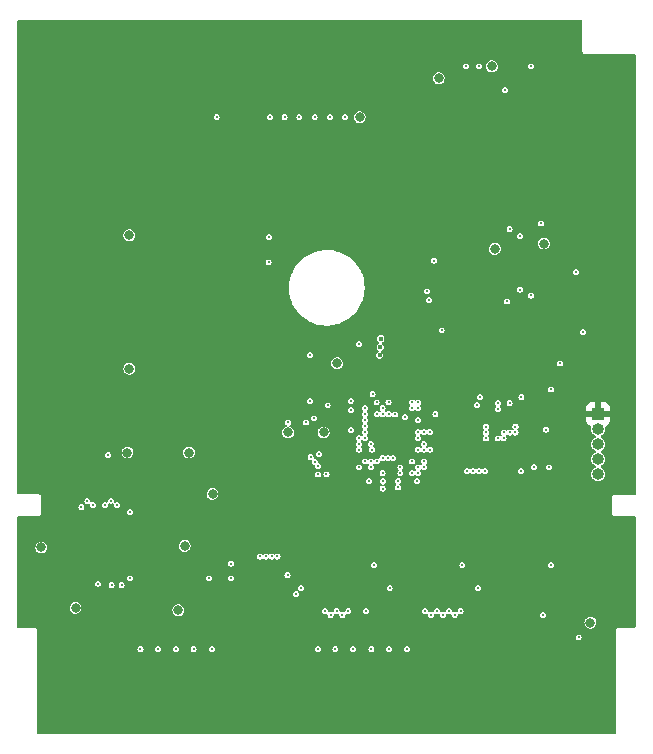
<source format=gbr>
%TF.GenerationSoftware,KiCad,Pcbnew,(6.0.2)*%
%TF.CreationDate,2023-11-20T16:41:37+01:00*%
%TF.ProjectId,CartGen4,43617274-4765-46e3-942e-6b696361645f,rev?*%
%TF.SameCoordinates,Original*%
%TF.FileFunction,Copper,L3,Inr*%
%TF.FilePolarity,Positive*%
%FSLAX46Y46*%
G04 Gerber Fmt 4.6, Leading zero omitted, Abs format (unit mm)*
G04 Created by KiCad (PCBNEW (6.0.2)) date 2023-11-20 16:41:37*
%MOMM*%
%LPD*%
G01*
G04 APERTURE LIST*
%TA.AperFunction,ComponentPad*%
%ADD10R,1.000000X1.000000*%
%TD*%
%TA.AperFunction,ComponentPad*%
%ADD11O,1.000000X1.000000*%
%TD*%
%TA.AperFunction,ViaPad*%
%ADD12C,0.302400*%
%TD*%
%TA.AperFunction,ViaPad*%
%ADD13C,0.800000*%
%TD*%
%TA.AperFunction,ViaPad*%
%ADD14C,0.400000*%
%TD*%
G04 APERTURE END LIST*
D10*
%TO.N,GND*%
%TO.C,J3*%
X89000000Y-71650000D03*
D11*
%TO.N,FPGA_JTAG_TMS*%
X89000000Y-72920000D03*
%TO.N,FPGA_JTAG_TCK*%
X89000000Y-74190000D03*
%TO.N,FPGA_JTAG_TDI*%
X89000000Y-75460000D03*
%TO.N,FPGA_JTAG_TDO*%
X89000000Y-76730000D03*
%TD*%
D12*
%TO.N,+5V*%
X69350000Y-88300000D03*
X63400000Y-86850000D03*
X76850000Y-88650000D03*
D13*
X44750073Y-88050073D03*
X88350000Y-89300000D03*
D12*
X84350000Y-88650000D03*
D13*
X54000000Y-82800000D03*
X41862500Y-82937500D03*
D12*
%TO.N,GB_ADDR_5V0*%
X65850000Y-88300000D03*
X50250000Y-91550498D03*
%TO.N,GB_ADDR_5V1*%
X51750000Y-91550498D03*
X66350000Y-88650000D03*
%TO.N,GB_ADDR_5V2*%
X66850000Y-88300000D03*
X53250000Y-91550498D03*
%TO.N,GB_ADDR_5V3*%
X54750000Y-91550498D03*
X67350000Y-88650000D03*
%TO.N,GB_ADDR_5V4*%
X67850000Y-88300000D03*
X56300000Y-91550000D03*
%TO.N,GB_ADDR_5V10*%
X65300000Y-91550000D03*
X74350000Y-88300000D03*
%TO.N,GB_ADDR_5V11*%
X66750000Y-91550000D03*
X74850000Y-88650000D03*
%TO.N,GB_ADDR_5V12*%
X75350000Y-88300000D03*
X68250000Y-91550000D03*
%TO.N,GB_ADDR_5V13*%
X75850000Y-88650000D03*
X69800000Y-91550000D03*
%TO.N,GB_ADDR_5V14*%
X71300000Y-91550000D03*
X76350000Y-88300000D03*
%TO.N,GB_ADDR_5V15*%
X77350000Y-88300000D03*
X72800000Y-91550000D03*
D13*
%TO.N,GND*%
X84400000Y-60300000D03*
D12*
X68750000Y-71150000D03*
X80950000Y-69150000D03*
X46750000Y-79000000D03*
X78000000Y-86900000D03*
X48000000Y-82800000D03*
X72550000Y-86850000D03*
X81000000Y-72700000D03*
D13*
X68800000Y-53550000D03*
D12*
X82400000Y-89350000D03*
X77250000Y-74850000D03*
X68750000Y-72150000D03*
D13*
X49300000Y-64850000D03*
D12*
X65600000Y-53550000D03*
D13*
X58050000Y-78400000D03*
X84400000Y-42200000D03*
X63450000Y-69200000D03*
X59900000Y-46500000D03*
X58000000Y-46500000D03*
D12*
X77828282Y-71650000D03*
D13*
X89500000Y-90950000D03*
X49300000Y-59450000D03*
D12*
X78400000Y-74100000D03*
X74750000Y-71650000D03*
X76550000Y-70278200D03*
D13*
X87050000Y-83450000D03*
D12*
X65050000Y-86850000D03*
D13*
X52250000Y-88250000D03*
D12*
X85400000Y-88150000D03*
X80150000Y-63900000D03*
D13*
X66750000Y-78900000D03*
D12*
X71250000Y-71150000D03*
X66900000Y-53550000D03*
X74250000Y-72150000D03*
X46000000Y-81800000D03*
X43500000Y-75100000D03*
X82750000Y-72350000D03*
X73248833Y-76148833D03*
X81500000Y-72200000D03*
X84850000Y-74800000D03*
D13*
X73700000Y-52200000D03*
D12*
X70750000Y-76150000D03*
X81950000Y-58950000D03*
X81900000Y-45700000D03*
X69250000Y-76150000D03*
X69750000Y-76650000D03*
D13*
X45150000Y-48600000D03*
X71500000Y-74700000D03*
X82200000Y-42200000D03*
D12*
X81500000Y-70200000D03*
X79500000Y-72200000D03*
D13*
X43000000Y-85850000D03*
D12*
X64550000Y-86850000D03*
X57200000Y-85550000D03*
D13*
X41850000Y-81300000D03*
X65750000Y-74250000D03*
X70550000Y-72650000D03*
D12*
X46000000Y-83800000D03*
X69900000Y-69500000D03*
X80800000Y-64550000D03*
X77300000Y-71100000D03*
X79750000Y-70050000D03*
X80500000Y-72700000D03*
X72250000Y-71152341D03*
D14*
X46350000Y-88200000D03*
D12*
X47000000Y-82800000D03*
X48000000Y-83800000D03*
D13*
X75900000Y-63050000D03*
X51750000Y-74900000D03*
X89600000Y-62000000D03*
D12*
X47000000Y-81800000D03*
X70200000Y-69150000D03*
X45500000Y-75100000D03*
X74747659Y-76150000D03*
X79600000Y-68277440D03*
X74250000Y-71650000D03*
X48000000Y-81800000D03*
X46000000Y-82800000D03*
D13*
X82200000Y-43200000D03*
D12*
X59000000Y-85250000D03*
D13*
X74000000Y-41000000D03*
D12*
X70250000Y-71150000D03*
X76150000Y-77800000D03*
X80050000Y-86850500D03*
X80500000Y-73200000D03*
D13*
X86800000Y-52200000D03*
X67950000Y-65700000D03*
D12*
X80500000Y-70200000D03*
D13*
X79150000Y-57650000D03*
D12*
X71250000Y-87500000D03*
X73450000Y-79800000D03*
X68250000Y-74650000D03*
X47000000Y-83800000D03*
%TO.N,PS_SS*%
X49350000Y-79950000D03*
X45250500Y-79499500D03*
X56050000Y-85550000D03*
X49350000Y-85550000D03*
%TO.N,+1V8*%
X47500000Y-75100000D03*
X82500000Y-70200000D03*
X71250000Y-70650000D03*
D13*
X66900000Y-67350000D03*
D12*
X79000000Y-70200000D03*
X73750000Y-70650000D03*
X75219832Y-71621800D03*
D13*
X54350000Y-74900000D03*
D12*
X80500000Y-70700000D03*
X74750000Y-73152341D03*
X80500000Y-73700000D03*
X81500000Y-70700000D03*
X70750000Y-71150000D03*
X81000000Y-73700000D03*
%TO.N,+1V2*%
X72650000Y-71900000D03*
X73250000Y-70647659D03*
D13*
X65750000Y-73200000D03*
D12*
X74250000Y-74150000D03*
X69750000Y-74150000D03*
D13*
X53450000Y-88250000D03*
D12*
X73250000Y-76650000D03*
X70250000Y-71650000D03*
X72250000Y-76650000D03*
D13*
X56350000Y-78400000D03*
D12*
%TO.N,+3V3*%
X74250000Y-74650000D03*
X62700000Y-85250000D03*
X72250000Y-76150000D03*
X69249999Y-71147659D03*
X69250000Y-73150000D03*
X73750000Y-76650000D03*
X75750000Y-64550000D03*
X77500000Y-84400000D03*
X70000000Y-84400000D03*
X73751167Y-76151167D03*
X68748833Y-74151167D03*
X74750000Y-74650000D03*
X69750000Y-76150000D03*
X70750000Y-76650000D03*
X70250000Y-70650000D03*
D13*
X80250000Y-57650000D03*
D12*
X73750000Y-71150000D03*
D13*
X62750000Y-73200000D03*
X84400000Y-57200000D03*
X75500000Y-43200000D03*
D12*
X85000000Y-84400000D03*
D13*
X49150000Y-74900000D03*
X80000000Y-42200000D03*
X68800000Y-46500000D03*
D12*
X68750000Y-76150000D03*
X85000000Y-69550000D03*
%TO.N,FPGA_SOFT_RST#*%
X62750000Y-72350000D03*
X64250000Y-72350000D03*
%TO.N,FPGA_SPI_SD_CS#*%
X77800000Y-42200000D03*
X68750000Y-65700000D03*
%TO.N,FPGA_SPI_MOSI*%
X81300000Y-62100000D03*
X68750000Y-73650000D03*
D14*
X70600000Y-65250000D03*
D12*
X81500000Y-55950000D03*
X78900000Y-42200000D03*
D14*
%TO.N,FPGA_SPI_CLK*%
X70550000Y-65950000D03*
D12*
X68050000Y-73000000D03*
X82400000Y-61100000D03*
X82400000Y-56550000D03*
X81100000Y-44200000D03*
%TO.N,FPGA_SPI_MISO*%
X83300000Y-42200000D03*
X83300000Y-61600000D03*
X69250000Y-72650000D03*
D14*
X70500000Y-66650000D03*
D12*
%TO.N,Net-(R1-Pad1)*%
X48650000Y-86100000D03*
%TO.N,PS_FB2*%
X47799500Y-86093355D03*
%TO.N,Net-(R4-Pad1)*%
X48258748Y-79360420D03*
%TO.N,PS_FB1*%
X46250000Y-79350000D03*
%TO.N,Net-(R7-Pad1)*%
X47250000Y-79350000D03*
%TO.N,Net-(R8-Pad1)*%
X45750000Y-79000000D03*
%TO.N,PS_FB3*%
X47749951Y-78979218D03*
%TO.N,PS_PGOOD*%
X57900000Y-84300000D03*
X46650000Y-86000000D03*
X69250000Y-73650000D03*
X64650000Y-75300000D03*
%TO.N,GB_BUS_EN*%
X71349511Y-86350489D03*
X78850000Y-86350489D03*
X63849511Y-86350489D03*
X57900000Y-85550000D03*
%TO.N,FPGA_SPI_FLASH_CS#*%
X69250000Y-72150000D03*
X85750000Y-67350000D03*
%TO.N,FPGA_SPI_RTC_CS#*%
X66100000Y-70900000D03*
X74700000Y-62000000D03*
%TO.N,GB_DATA3*%
X73250000Y-75650000D03*
X73650000Y-77300000D03*
%TO.N,RAM_WAIT*%
X78750000Y-70850000D03*
X71250000Y-71650000D03*
%TO.N,RAM_OE#*%
X80500000Y-71200000D03*
X71780168Y-71674789D03*
%TO.N,RAM_ADV#*%
X79500000Y-72700000D03*
X70750000Y-71650000D03*
%TO.N,RAM_UB#*%
X82000000Y-72700000D03*
X73750000Y-74650000D03*
%TO.N,RAM_WE#*%
X79500000Y-73200000D03*
X73750000Y-72150000D03*
%TO.N,RAM_CRE*%
X74250000Y-73150000D03*
X81000000Y-73200000D03*
%TO.N,RAM_CE1#*%
X73750000Y-73150000D03*
X81500000Y-73200000D03*
%TO.N,RAM_LB#*%
X73750000Y-73650000D03*
X82000000Y-73200000D03*
%TO.N,RAM_CLK*%
X79500000Y-73700000D03*
X73250000Y-71150000D03*
%TO.N,GB_ADDR9*%
X70750000Y-77950000D03*
X70750000Y-75350000D03*
%TO.N,GB_ADDR10*%
X70800000Y-77300000D03*
X70250000Y-75650000D03*
%TO.N,GB_ADDR14*%
X72050000Y-77850000D03*
X71200000Y-75350000D03*
%TO.N,GB_ADDR15*%
X71650000Y-75350000D03*
X72050000Y-77300000D03*
%TO.N,GB_ADDR5*%
X69750000Y-75650000D03*
X69600000Y-77300000D03*
%TO.N,GB_CLK*%
X77900000Y-76450000D03*
X60350000Y-83700000D03*
%TO.N,GB_WR#*%
X78400000Y-76450000D03*
X60850000Y-83700000D03*
%TO.N,GB_CS#*%
X79400000Y-76450000D03*
X61850000Y-83700000D03*
%TO.N,GB_RD#*%
X61350000Y-83700000D03*
X78900000Y-76450000D03*
%TO.N,FPGA_JTAG_TDO*%
X83550000Y-76100000D03*
%TO.N,FPGA_JTAG_TMS*%
X84600000Y-72950000D03*
X74250000Y-75650000D03*
%TO.N,FLASH_WP#*%
X87700000Y-64700000D03*
X84850000Y-76150000D03*
%TO.N,SD_CARD_DETECT*%
X74250000Y-76150000D03*
X84150000Y-55500000D03*
%TO.N,RTC_RST#*%
X75100000Y-58650000D03*
X64950000Y-72000000D03*
%TO.N,FLASH_HOLD#*%
X82450000Y-76450000D03*
X87100000Y-59600000D03*
D13*
%TO.N,+VBAT*%
X49300000Y-67800000D03*
X49300000Y-56500000D03*
D12*
X74500000Y-61250000D03*
%TO.N,FPGA_TOE*%
X68750000Y-74650000D03*
X65350000Y-75000000D03*
%TO.N,FPGA_DONE*%
X68050000Y-71300000D03*
X61100000Y-58800000D03*
X69247660Y-71650000D03*
X61150000Y-56650000D03*
%TO.N,FPGA_USER0*%
X65050000Y-75700000D03*
X67550000Y-46500000D03*
%TO.N,FPGA_USER1*%
X66300000Y-46500000D03*
X65300000Y-76050000D03*
%TO.N,FPGA_USER2*%
X65000000Y-46500000D03*
X69850000Y-74650000D03*
%TO.N,FPGA_USER5*%
X61200000Y-46500000D03*
X66000000Y-76750000D03*
%TO.N,FPGA_USER3*%
X63700000Y-46500000D03*
X65300000Y-76750000D03*
%TO.N,FPGA_USER4*%
X69247659Y-75650000D03*
X62450000Y-46500000D03*
%TO.N,Net-(A1-Pad31)*%
X87350000Y-90550000D03*
%TO.N,GB_AUDIO*%
X56700000Y-46500000D03*
%TO.N,CLK_EN*%
X68050000Y-70550000D03*
X64600000Y-66650000D03*
X69900000Y-69950000D03*
X64600000Y-70550000D03*
%TD*%
%TA.AperFunction,Conductor*%
%TO.N,GND*%
G36*
X87634191Y-38268907D02*
G01*
X87670155Y-38318407D01*
X87675000Y-38349000D01*
X87675000Y-40944123D01*
X87674955Y-40995449D01*
X87679781Y-41005498D01*
X87679781Y-41005500D01*
X87680185Y-41006341D01*
X87687463Y-41027183D01*
X87687670Y-41028093D01*
X87687672Y-41028096D01*
X87690150Y-41038962D01*
X87697097Y-41047680D01*
X87697520Y-41048211D01*
X87709334Y-41067046D01*
X87709625Y-41067653D01*
X87709628Y-41067657D01*
X87714453Y-41077705D01*
X87723893Y-41085254D01*
X87739484Y-41100872D01*
X87747015Y-41110323D01*
X87757058Y-41115167D01*
X87757663Y-41115459D01*
X87776478Y-41127308D01*
X87777005Y-41127730D01*
X87777010Y-41127732D01*
X87785715Y-41134694D01*
X87797405Y-41137382D01*
X87797492Y-41137402D01*
X87818318Y-41144715D01*
X87829202Y-41149965D01*
X87840347Y-41149975D01*
X87840348Y-41149975D01*
X87852213Y-41149985D01*
X87852211Y-41151730D01*
X87852277Y-41151724D01*
X87852277Y-41150000D01*
X87869123Y-41150000D01*
X87920160Y-41150045D01*
X87920449Y-41150045D01*
X87920537Y-41150003D01*
X87920561Y-41150000D01*
X92076000Y-41150000D01*
X92134191Y-41168907D01*
X92170155Y-41218407D01*
X92175000Y-41249000D01*
X92175000Y-78401000D01*
X92156093Y-78459191D01*
X92106593Y-78495155D01*
X92076000Y-78500000D01*
X90380877Y-78500000D01*
X90329551Y-78499955D01*
X90319502Y-78504781D01*
X90319500Y-78504781D01*
X90318659Y-78505185D01*
X90297817Y-78512463D01*
X90296907Y-78512670D01*
X90296904Y-78512672D01*
X90286038Y-78515150D01*
X90277320Y-78522097D01*
X90276789Y-78522520D01*
X90257954Y-78534334D01*
X90257347Y-78534625D01*
X90257343Y-78534628D01*
X90247295Y-78539453D01*
X90239746Y-78548893D01*
X90224128Y-78564484D01*
X90214677Y-78572015D01*
X90209833Y-78582058D01*
X90209541Y-78582663D01*
X90197692Y-78601478D01*
X90197270Y-78602005D01*
X90197268Y-78602010D01*
X90190306Y-78610715D01*
X90187808Y-78621581D01*
X90187598Y-78622492D01*
X90180285Y-78643318D01*
X90175035Y-78654202D01*
X90175025Y-78665347D01*
X90175025Y-78665348D01*
X90175019Y-78672602D01*
X90175015Y-78677213D01*
X90173270Y-78677211D01*
X90173276Y-78677277D01*
X90175000Y-78677277D01*
X90175000Y-78694123D01*
X90174960Y-78740220D01*
X90174955Y-78745449D01*
X90174997Y-78745537D01*
X90175000Y-78745561D01*
X90175000Y-80044123D01*
X90174955Y-80095449D01*
X90179781Y-80105498D01*
X90179781Y-80105500D01*
X90180185Y-80106341D01*
X90187463Y-80127183D01*
X90187670Y-80128093D01*
X90187672Y-80128096D01*
X90190150Y-80138962D01*
X90197097Y-80147680D01*
X90197520Y-80148211D01*
X90209334Y-80167046D01*
X90209625Y-80167653D01*
X90209628Y-80167657D01*
X90214453Y-80177705D01*
X90223893Y-80185254D01*
X90239484Y-80200872D01*
X90247015Y-80210323D01*
X90257058Y-80215167D01*
X90257663Y-80215459D01*
X90276478Y-80227308D01*
X90277005Y-80227730D01*
X90277010Y-80227732D01*
X90285715Y-80234694D01*
X90297405Y-80237382D01*
X90297492Y-80237402D01*
X90318318Y-80244715D01*
X90329202Y-80249965D01*
X90340347Y-80249975D01*
X90340348Y-80249975D01*
X90352213Y-80249985D01*
X90352211Y-80251730D01*
X90352277Y-80251724D01*
X90352277Y-80250000D01*
X90369123Y-80250000D01*
X90420160Y-80250045D01*
X90420449Y-80250045D01*
X90420537Y-80250003D01*
X90420561Y-80250000D01*
X92076000Y-80250000D01*
X92134191Y-80268907D01*
X92170155Y-80318407D01*
X92175000Y-80349000D01*
X92175000Y-89651000D01*
X92156093Y-89709191D01*
X92106593Y-89745155D01*
X92076000Y-89750000D01*
X90730877Y-89750000D01*
X90679551Y-89749955D01*
X90669502Y-89754781D01*
X90669500Y-89754781D01*
X90668659Y-89755185D01*
X90647817Y-89762463D01*
X90646907Y-89762670D01*
X90646904Y-89762672D01*
X90636038Y-89765150D01*
X90627320Y-89772097D01*
X90626789Y-89772520D01*
X90607954Y-89784334D01*
X90607347Y-89784625D01*
X90607343Y-89784628D01*
X90597295Y-89789453D01*
X90589746Y-89798893D01*
X90574128Y-89814484D01*
X90564677Y-89822015D01*
X90559593Y-89832555D01*
X90559541Y-89832663D01*
X90547692Y-89851478D01*
X90547270Y-89852005D01*
X90547268Y-89852010D01*
X90540306Y-89860715D01*
X90537808Y-89871581D01*
X90537598Y-89872492D01*
X90530285Y-89893318D01*
X90525035Y-89904202D01*
X90525015Y-89927213D01*
X90523270Y-89927211D01*
X90523276Y-89927277D01*
X90525000Y-89927277D01*
X90525000Y-89944123D01*
X90524955Y-89995449D01*
X90524997Y-89995537D01*
X90525000Y-89995561D01*
X90525000Y-98651000D01*
X90506093Y-98709191D01*
X90456593Y-98745155D01*
X90426000Y-98750000D01*
X41574000Y-98750000D01*
X41515809Y-98731093D01*
X41479845Y-98681593D01*
X41475000Y-98651000D01*
X41475000Y-91550498D01*
X49993369Y-91550498D01*
X50012904Y-91648706D01*
X50068534Y-91731964D01*
X50151792Y-91787594D01*
X50161354Y-91789496D01*
X50237935Y-91804729D01*
X50250000Y-91807129D01*
X50262066Y-91804729D01*
X50338646Y-91789496D01*
X50348208Y-91787594D01*
X50431466Y-91731964D01*
X50487096Y-91648706D01*
X50506631Y-91550498D01*
X51493369Y-91550498D01*
X51512904Y-91648706D01*
X51568534Y-91731964D01*
X51651792Y-91787594D01*
X51661354Y-91789496D01*
X51737935Y-91804729D01*
X51750000Y-91807129D01*
X51762066Y-91804729D01*
X51838646Y-91789496D01*
X51848208Y-91787594D01*
X51931466Y-91731964D01*
X51987096Y-91648706D01*
X52006631Y-91550498D01*
X52993369Y-91550498D01*
X53012904Y-91648706D01*
X53068534Y-91731964D01*
X53151792Y-91787594D01*
X53161354Y-91789496D01*
X53237935Y-91804729D01*
X53250000Y-91807129D01*
X53262066Y-91804729D01*
X53338646Y-91789496D01*
X53348208Y-91787594D01*
X53431466Y-91731964D01*
X53487096Y-91648706D01*
X53506631Y-91550498D01*
X54493369Y-91550498D01*
X54512904Y-91648706D01*
X54568534Y-91731964D01*
X54651792Y-91787594D01*
X54661354Y-91789496D01*
X54737935Y-91804729D01*
X54750000Y-91807129D01*
X54762066Y-91804729D01*
X54838646Y-91789496D01*
X54848208Y-91787594D01*
X54931466Y-91731964D01*
X54987096Y-91648706D01*
X55006631Y-91550498D01*
X55006532Y-91550000D01*
X56043369Y-91550000D01*
X56062904Y-91648208D01*
X56118534Y-91731466D01*
X56201792Y-91787096D01*
X56300000Y-91806631D01*
X56398208Y-91787096D01*
X56481466Y-91731466D01*
X56537096Y-91648208D01*
X56556631Y-91550000D01*
X65043369Y-91550000D01*
X65062904Y-91648208D01*
X65118534Y-91731466D01*
X65201792Y-91787096D01*
X65300000Y-91806631D01*
X65398208Y-91787096D01*
X65481466Y-91731466D01*
X65537096Y-91648208D01*
X65556631Y-91550000D01*
X66493369Y-91550000D01*
X66512904Y-91648208D01*
X66568534Y-91731466D01*
X66651792Y-91787096D01*
X66750000Y-91806631D01*
X66848208Y-91787096D01*
X66931466Y-91731466D01*
X66987096Y-91648208D01*
X67006631Y-91550000D01*
X67993369Y-91550000D01*
X68012904Y-91648208D01*
X68068534Y-91731466D01*
X68151792Y-91787096D01*
X68250000Y-91806631D01*
X68348208Y-91787096D01*
X68431466Y-91731466D01*
X68487096Y-91648208D01*
X68506631Y-91550000D01*
X69543369Y-91550000D01*
X69562904Y-91648208D01*
X69618534Y-91731466D01*
X69701792Y-91787096D01*
X69800000Y-91806631D01*
X69898208Y-91787096D01*
X69981466Y-91731466D01*
X70037096Y-91648208D01*
X70056631Y-91550000D01*
X71043369Y-91550000D01*
X71062904Y-91648208D01*
X71118534Y-91731466D01*
X71201792Y-91787096D01*
X71300000Y-91806631D01*
X71398208Y-91787096D01*
X71481466Y-91731466D01*
X71537096Y-91648208D01*
X71556631Y-91550000D01*
X72543369Y-91550000D01*
X72562904Y-91648208D01*
X72618534Y-91731466D01*
X72701792Y-91787096D01*
X72800000Y-91806631D01*
X72898208Y-91787096D01*
X72981466Y-91731466D01*
X73037096Y-91648208D01*
X73056631Y-91550000D01*
X73037096Y-91451792D01*
X72981466Y-91368534D01*
X72898208Y-91312904D01*
X72849104Y-91303137D01*
X72809562Y-91295271D01*
X72800000Y-91293369D01*
X72790438Y-91295271D01*
X72750896Y-91303137D01*
X72701792Y-91312904D01*
X72618534Y-91368534D01*
X72562904Y-91451792D01*
X72543369Y-91550000D01*
X71556631Y-91550000D01*
X71537096Y-91451792D01*
X71481466Y-91368534D01*
X71398208Y-91312904D01*
X71349104Y-91303137D01*
X71309562Y-91295271D01*
X71300000Y-91293369D01*
X71290438Y-91295271D01*
X71250896Y-91303137D01*
X71201792Y-91312904D01*
X71118534Y-91368534D01*
X71062904Y-91451792D01*
X71043369Y-91550000D01*
X70056631Y-91550000D01*
X70037096Y-91451792D01*
X69981466Y-91368534D01*
X69898208Y-91312904D01*
X69849104Y-91303137D01*
X69809562Y-91295271D01*
X69800000Y-91293369D01*
X69790438Y-91295271D01*
X69750896Y-91303137D01*
X69701792Y-91312904D01*
X69618534Y-91368534D01*
X69562904Y-91451792D01*
X69543369Y-91550000D01*
X68506631Y-91550000D01*
X68487096Y-91451792D01*
X68431466Y-91368534D01*
X68348208Y-91312904D01*
X68299104Y-91303137D01*
X68259562Y-91295271D01*
X68250000Y-91293369D01*
X68240438Y-91295271D01*
X68200896Y-91303137D01*
X68151792Y-91312904D01*
X68068534Y-91368534D01*
X68012904Y-91451792D01*
X67993369Y-91550000D01*
X67006631Y-91550000D01*
X66987096Y-91451792D01*
X66931466Y-91368534D01*
X66848208Y-91312904D01*
X66799104Y-91303137D01*
X66759562Y-91295271D01*
X66750000Y-91293369D01*
X66740438Y-91295271D01*
X66700896Y-91303137D01*
X66651792Y-91312904D01*
X66568534Y-91368534D01*
X66512904Y-91451792D01*
X66493369Y-91550000D01*
X65556631Y-91550000D01*
X65537096Y-91451792D01*
X65481466Y-91368534D01*
X65398208Y-91312904D01*
X65349104Y-91303137D01*
X65309562Y-91295271D01*
X65300000Y-91293369D01*
X65290438Y-91295271D01*
X65250896Y-91303137D01*
X65201792Y-91312904D01*
X65118534Y-91368534D01*
X65062904Y-91451792D01*
X65043369Y-91550000D01*
X56556631Y-91550000D01*
X56537096Y-91451792D01*
X56481466Y-91368534D01*
X56398208Y-91312904D01*
X56349104Y-91303137D01*
X56309562Y-91295271D01*
X56300000Y-91293369D01*
X56290438Y-91295271D01*
X56250896Y-91303137D01*
X56201792Y-91312904D01*
X56118534Y-91368534D01*
X56062904Y-91451792D01*
X56043369Y-91550000D01*
X55006532Y-91550000D01*
X54987096Y-91452290D01*
X54931466Y-91369032D01*
X54848208Y-91313402D01*
X54750000Y-91293867D01*
X54651792Y-91313402D01*
X54568534Y-91369032D01*
X54512904Y-91452290D01*
X54493369Y-91550498D01*
X53506631Y-91550498D01*
X53487096Y-91452290D01*
X53431466Y-91369032D01*
X53348208Y-91313402D01*
X53250000Y-91293867D01*
X53151792Y-91313402D01*
X53068534Y-91369032D01*
X53012904Y-91452290D01*
X52993369Y-91550498D01*
X52006631Y-91550498D01*
X51987096Y-91452290D01*
X51931466Y-91369032D01*
X51848208Y-91313402D01*
X51750000Y-91293867D01*
X51651792Y-91313402D01*
X51568534Y-91369032D01*
X51512904Y-91452290D01*
X51493369Y-91550498D01*
X50506631Y-91550498D01*
X50487096Y-91452290D01*
X50431466Y-91369032D01*
X50348208Y-91313402D01*
X50250000Y-91293867D01*
X50151792Y-91313402D01*
X50068534Y-91369032D01*
X50012904Y-91452290D01*
X49993369Y-91550498D01*
X41475000Y-91550498D01*
X41475000Y-90550000D01*
X87093369Y-90550000D01*
X87112904Y-90648208D01*
X87168534Y-90731466D01*
X87251792Y-90787096D01*
X87350000Y-90806631D01*
X87448208Y-90787096D01*
X87531466Y-90731466D01*
X87587096Y-90648208D01*
X87606631Y-90550000D01*
X87587096Y-90451792D01*
X87531466Y-90368534D01*
X87448208Y-90312904D01*
X87350000Y-90293369D01*
X87251792Y-90312904D01*
X87168534Y-90368534D01*
X87112904Y-90451792D01*
X87093369Y-90550000D01*
X41475000Y-90550000D01*
X41475000Y-89955877D01*
X41475035Y-89915700D01*
X41475045Y-89904551D01*
X41470058Y-89894164D01*
X41469815Y-89893659D01*
X41462537Y-89872817D01*
X41462330Y-89871907D01*
X41462328Y-89871904D01*
X41459850Y-89861038D01*
X41452480Y-89851789D01*
X41440666Y-89832954D01*
X41440375Y-89832347D01*
X41440372Y-89832343D01*
X41435547Y-89822295D01*
X41426107Y-89814746D01*
X41410516Y-89799128D01*
X41402985Y-89789677D01*
X41392337Y-89784541D01*
X41373522Y-89772692D01*
X41372995Y-89772270D01*
X41372990Y-89772268D01*
X41364285Y-89765306D01*
X41352508Y-89762598D01*
X41331682Y-89755285D01*
X41330836Y-89754877D01*
X41320798Y-89750035D01*
X41309653Y-89750025D01*
X41309652Y-89750025D01*
X41297787Y-89750015D01*
X41297789Y-89748270D01*
X41297723Y-89748276D01*
X41297723Y-89750000D01*
X41280877Y-89750000D01*
X41229840Y-89749955D01*
X41229551Y-89749955D01*
X41229463Y-89749997D01*
X41229439Y-89750000D01*
X39924000Y-89750000D01*
X39865809Y-89731093D01*
X39829845Y-89681593D01*
X39825000Y-89651000D01*
X39825000Y-89293823D01*
X87844391Y-89293823D01*
X87845306Y-89300820D01*
X87845306Y-89300821D01*
X87846814Y-89312354D01*
X87862980Y-89435979D01*
X87865821Y-89442435D01*
X87865821Y-89442436D01*
X87873586Y-89460082D01*
X87920720Y-89567203D01*
X87933792Y-89582754D01*
X88008431Y-89671549D01*
X88008434Y-89671551D01*
X88012970Y-89676948D01*
X88018841Y-89680856D01*
X88018842Y-89680857D01*
X88031143Y-89689045D01*
X88132313Y-89756390D01*
X88222421Y-89784541D01*
X88262425Y-89797039D01*
X88262426Y-89797039D01*
X88269157Y-89799142D01*
X88340828Y-89800456D01*
X88405445Y-89801641D01*
X88405447Y-89801641D01*
X88412499Y-89801770D01*
X88419302Y-89799915D01*
X88419304Y-89799915D01*
X88520703Y-89772270D01*
X88550817Y-89764060D01*
X88672991Y-89689045D01*
X88680403Y-89680857D01*
X88764468Y-89587982D01*
X88769200Y-89582754D01*
X88831710Y-89453733D01*
X88835875Y-89428982D01*
X88854862Y-89316124D01*
X88854862Y-89316120D01*
X88855496Y-89312354D01*
X88855647Y-89300000D01*
X88835323Y-89158082D01*
X88775984Y-89027572D01*
X88682400Y-88918963D01*
X88562095Y-88840985D01*
X88424739Y-88799907D01*
X88341497Y-88799398D01*
X88288427Y-88799074D01*
X88288426Y-88799074D01*
X88281376Y-88799031D01*
X88274599Y-88800968D01*
X88274598Y-88800968D01*
X88150309Y-88836490D01*
X88150307Y-88836491D01*
X88143529Y-88838428D01*
X88022280Y-88914930D01*
X88017613Y-88920214D01*
X88017611Y-88920216D01*
X87932044Y-89017103D01*
X87932042Y-89017105D01*
X87927377Y-89022388D01*
X87866447Y-89152163D01*
X87844391Y-89293823D01*
X39825000Y-89293823D01*
X39825000Y-88043896D01*
X44244464Y-88043896D01*
X44245379Y-88050893D01*
X44245379Y-88050894D01*
X44254224Y-88118534D01*
X44263053Y-88186052D01*
X44265894Y-88192508D01*
X44265894Y-88192509D01*
X44317399Y-88309562D01*
X44320793Y-88317276D01*
X44333865Y-88332827D01*
X44408504Y-88421622D01*
X44408507Y-88421624D01*
X44413043Y-88427021D01*
X44418914Y-88430929D01*
X44418915Y-88430930D01*
X44431216Y-88439118D01*
X44532386Y-88506463D01*
X44624229Y-88535156D01*
X44662498Y-88547112D01*
X44662499Y-88547112D01*
X44669230Y-88549215D01*
X44740901Y-88550529D01*
X44805518Y-88551714D01*
X44805520Y-88551714D01*
X44812572Y-88551843D01*
X44819375Y-88549988D01*
X44819377Y-88549988D01*
X44910047Y-88525268D01*
X44950890Y-88514133D01*
X45073064Y-88439118D01*
X45080476Y-88430930D01*
X45164541Y-88338055D01*
X45169273Y-88332827D01*
X45212395Y-88243823D01*
X52944391Y-88243823D01*
X52945306Y-88250820D01*
X52945306Y-88250821D01*
X52946814Y-88262354D01*
X52962980Y-88385979D01*
X52965821Y-88392435D01*
X52965821Y-88392436D01*
X53014275Y-88502555D01*
X53020720Y-88517203D01*
X53049795Y-88551792D01*
X53108431Y-88621549D01*
X53108434Y-88621551D01*
X53112970Y-88626948D01*
X53118841Y-88630856D01*
X53118842Y-88630857D01*
X53136689Y-88642737D01*
X53232313Y-88706390D01*
X53332920Y-88737821D01*
X53362425Y-88747039D01*
X53362426Y-88747039D01*
X53369157Y-88749142D01*
X53440828Y-88750456D01*
X53505445Y-88751641D01*
X53505447Y-88751641D01*
X53512499Y-88751770D01*
X53519302Y-88749915D01*
X53519304Y-88749915D01*
X53594503Y-88729413D01*
X53650817Y-88714060D01*
X53772991Y-88639045D01*
X53780403Y-88630857D01*
X53864468Y-88537982D01*
X53869200Y-88532754D01*
X53931710Y-88403733D01*
X53934249Y-88388646D01*
X53949163Y-88300000D01*
X65593369Y-88300000D01*
X65612904Y-88398208D01*
X65668534Y-88481466D01*
X65751792Y-88537096D01*
X65850000Y-88556631D01*
X65948208Y-88537096D01*
X65956314Y-88531680D01*
X65960208Y-88530067D01*
X66021204Y-88525268D01*
X66073373Y-88557238D01*
X66096787Y-88613766D01*
X66095271Y-88639458D01*
X66095271Y-88640438D01*
X66093369Y-88650000D01*
X66112904Y-88748208D01*
X66168534Y-88831466D01*
X66251792Y-88887096D01*
X66350000Y-88906631D01*
X66448208Y-88887096D01*
X66531466Y-88831466D01*
X66587096Y-88748208D01*
X66606631Y-88650000D01*
X66604729Y-88640438D01*
X66604729Y-88630686D01*
X66606013Y-88630686D01*
X66612001Y-88580086D01*
X66653533Y-88535156D01*
X66713543Y-88523218D01*
X66739792Y-88530067D01*
X66743686Y-88531680D01*
X66751792Y-88537096D01*
X66850000Y-88556631D01*
X66948208Y-88537096D01*
X66956314Y-88531680D01*
X66960208Y-88530067D01*
X67021204Y-88525268D01*
X67073373Y-88557238D01*
X67096787Y-88613766D01*
X67095271Y-88639458D01*
X67095271Y-88640438D01*
X67093369Y-88650000D01*
X67112904Y-88748208D01*
X67168534Y-88831466D01*
X67251792Y-88887096D01*
X67350000Y-88906631D01*
X67448208Y-88887096D01*
X67531466Y-88831466D01*
X67587096Y-88748208D01*
X67606631Y-88650000D01*
X67604729Y-88640438D01*
X67604729Y-88630686D01*
X67606013Y-88630686D01*
X67612001Y-88580086D01*
X67653533Y-88535156D01*
X67713543Y-88523218D01*
X67739792Y-88530067D01*
X67743686Y-88531680D01*
X67751792Y-88537096D01*
X67850000Y-88556631D01*
X67948208Y-88537096D01*
X68031466Y-88481466D01*
X68087096Y-88398208D01*
X68106631Y-88300000D01*
X69093369Y-88300000D01*
X69112904Y-88398208D01*
X69168534Y-88481466D01*
X69251792Y-88537096D01*
X69350000Y-88556631D01*
X69448208Y-88537096D01*
X69531466Y-88481466D01*
X69587096Y-88398208D01*
X69606631Y-88300000D01*
X74093369Y-88300000D01*
X74112904Y-88398208D01*
X74168534Y-88481466D01*
X74251792Y-88537096D01*
X74350000Y-88556631D01*
X74448208Y-88537096D01*
X74456314Y-88531680D01*
X74460208Y-88530067D01*
X74521204Y-88525268D01*
X74573373Y-88557238D01*
X74596787Y-88613766D01*
X74595271Y-88639458D01*
X74595271Y-88640438D01*
X74593369Y-88650000D01*
X74612904Y-88748208D01*
X74668534Y-88831466D01*
X74751792Y-88887096D01*
X74850000Y-88906631D01*
X74948208Y-88887096D01*
X75031466Y-88831466D01*
X75087096Y-88748208D01*
X75106631Y-88650000D01*
X75104729Y-88640438D01*
X75104729Y-88630686D01*
X75106013Y-88630686D01*
X75112001Y-88580086D01*
X75153533Y-88535156D01*
X75213543Y-88523218D01*
X75239792Y-88530067D01*
X75243686Y-88531680D01*
X75251792Y-88537096D01*
X75350000Y-88556631D01*
X75448208Y-88537096D01*
X75456314Y-88531680D01*
X75460208Y-88530067D01*
X75521204Y-88525268D01*
X75573373Y-88557238D01*
X75596787Y-88613766D01*
X75595271Y-88639458D01*
X75595271Y-88640438D01*
X75593369Y-88650000D01*
X75612904Y-88748208D01*
X75668534Y-88831466D01*
X75751792Y-88887096D01*
X75850000Y-88906631D01*
X75948208Y-88887096D01*
X76031466Y-88831466D01*
X76087096Y-88748208D01*
X76106631Y-88650000D01*
X76104729Y-88640438D01*
X76104729Y-88630686D01*
X76106013Y-88630686D01*
X76112001Y-88580086D01*
X76153533Y-88535156D01*
X76213543Y-88523218D01*
X76239792Y-88530067D01*
X76243686Y-88531680D01*
X76251792Y-88537096D01*
X76350000Y-88556631D01*
X76448208Y-88537096D01*
X76456314Y-88531680D01*
X76460208Y-88530067D01*
X76521204Y-88525268D01*
X76573373Y-88557238D01*
X76596787Y-88613766D01*
X76595271Y-88639458D01*
X76595271Y-88640438D01*
X76593369Y-88650000D01*
X76612904Y-88748208D01*
X76668534Y-88831466D01*
X76751792Y-88887096D01*
X76850000Y-88906631D01*
X76948208Y-88887096D01*
X77031466Y-88831466D01*
X77087096Y-88748208D01*
X77106631Y-88650000D01*
X84093369Y-88650000D01*
X84112904Y-88748208D01*
X84168534Y-88831466D01*
X84251792Y-88887096D01*
X84350000Y-88906631D01*
X84448208Y-88887096D01*
X84531466Y-88831466D01*
X84587096Y-88748208D01*
X84606631Y-88650000D01*
X84587096Y-88551792D01*
X84531466Y-88468534D01*
X84448208Y-88412904D01*
X84350000Y-88393369D01*
X84251792Y-88412904D01*
X84168534Y-88468534D01*
X84112904Y-88551792D01*
X84093369Y-88650000D01*
X77106631Y-88650000D01*
X77104729Y-88640438D01*
X77104729Y-88630686D01*
X77106013Y-88630686D01*
X77112001Y-88580086D01*
X77153533Y-88535156D01*
X77213543Y-88523218D01*
X77239792Y-88530067D01*
X77243686Y-88531680D01*
X77251792Y-88537096D01*
X77350000Y-88556631D01*
X77448208Y-88537096D01*
X77531466Y-88481466D01*
X77587096Y-88398208D01*
X77606631Y-88300000D01*
X77587096Y-88201792D01*
X77531466Y-88118534D01*
X77448208Y-88062904D01*
X77383703Y-88050073D01*
X77359562Y-88045271D01*
X77350000Y-88043369D01*
X77340438Y-88045271D01*
X77316297Y-88050073D01*
X77251792Y-88062904D01*
X77168534Y-88118534D01*
X77112904Y-88201792D01*
X77093369Y-88300000D01*
X77095271Y-88309562D01*
X77095271Y-88319314D01*
X77093987Y-88319314D01*
X77087999Y-88369914D01*
X77046467Y-88414844D01*
X76986457Y-88426782D01*
X76960208Y-88419933D01*
X76956314Y-88418320D01*
X76948208Y-88412904D01*
X76850000Y-88393369D01*
X76751792Y-88412904D01*
X76743686Y-88418320D01*
X76739792Y-88419933D01*
X76678796Y-88424732D01*
X76626627Y-88392762D01*
X76603213Y-88336234D01*
X76604729Y-88310542D01*
X76604729Y-88309562D01*
X76606631Y-88300000D01*
X76587096Y-88201792D01*
X76531466Y-88118534D01*
X76448208Y-88062904D01*
X76383703Y-88050073D01*
X76359562Y-88045271D01*
X76350000Y-88043369D01*
X76340438Y-88045271D01*
X76316297Y-88050073D01*
X76251792Y-88062904D01*
X76168534Y-88118534D01*
X76112904Y-88201792D01*
X76093369Y-88300000D01*
X76095271Y-88309562D01*
X76095271Y-88319314D01*
X76093987Y-88319314D01*
X76087999Y-88369914D01*
X76046467Y-88414844D01*
X75986457Y-88426782D01*
X75960208Y-88419933D01*
X75956314Y-88418320D01*
X75948208Y-88412904D01*
X75850000Y-88393369D01*
X75751792Y-88412904D01*
X75743686Y-88418320D01*
X75739792Y-88419933D01*
X75678796Y-88424732D01*
X75626627Y-88392762D01*
X75603213Y-88336234D01*
X75604729Y-88310542D01*
X75604729Y-88309562D01*
X75606631Y-88300000D01*
X75587096Y-88201792D01*
X75531466Y-88118534D01*
X75448208Y-88062904D01*
X75383703Y-88050073D01*
X75359562Y-88045271D01*
X75350000Y-88043369D01*
X75340438Y-88045271D01*
X75316297Y-88050073D01*
X75251792Y-88062904D01*
X75168534Y-88118534D01*
X75112904Y-88201792D01*
X75093369Y-88300000D01*
X75095271Y-88309562D01*
X75095271Y-88319314D01*
X75093987Y-88319314D01*
X75087999Y-88369914D01*
X75046467Y-88414844D01*
X74986457Y-88426782D01*
X74960208Y-88419933D01*
X74956314Y-88418320D01*
X74948208Y-88412904D01*
X74850000Y-88393369D01*
X74751792Y-88412904D01*
X74743686Y-88418320D01*
X74739792Y-88419933D01*
X74678796Y-88424732D01*
X74626627Y-88392762D01*
X74603213Y-88336234D01*
X74604729Y-88310542D01*
X74604729Y-88309562D01*
X74606631Y-88300000D01*
X74587096Y-88201792D01*
X74531466Y-88118534D01*
X74448208Y-88062904D01*
X74383703Y-88050073D01*
X74359562Y-88045271D01*
X74350000Y-88043369D01*
X74340438Y-88045271D01*
X74316297Y-88050073D01*
X74251792Y-88062904D01*
X74168534Y-88118534D01*
X74112904Y-88201792D01*
X74093369Y-88300000D01*
X69606631Y-88300000D01*
X69587096Y-88201792D01*
X69531466Y-88118534D01*
X69448208Y-88062904D01*
X69383703Y-88050073D01*
X69359562Y-88045271D01*
X69350000Y-88043369D01*
X69340438Y-88045271D01*
X69316297Y-88050073D01*
X69251792Y-88062904D01*
X69168534Y-88118534D01*
X69112904Y-88201792D01*
X69093369Y-88300000D01*
X68106631Y-88300000D01*
X68087096Y-88201792D01*
X68031466Y-88118534D01*
X67948208Y-88062904D01*
X67883703Y-88050073D01*
X67859562Y-88045271D01*
X67850000Y-88043369D01*
X67840438Y-88045271D01*
X67816297Y-88050073D01*
X67751792Y-88062904D01*
X67668534Y-88118534D01*
X67612904Y-88201792D01*
X67593369Y-88300000D01*
X67595271Y-88309562D01*
X67595271Y-88319314D01*
X67593987Y-88319314D01*
X67587999Y-88369914D01*
X67546467Y-88414844D01*
X67486457Y-88426782D01*
X67460208Y-88419933D01*
X67456314Y-88418320D01*
X67448208Y-88412904D01*
X67350000Y-88393369D01*
X67251792Y-88412904D01*
X67243686Y-88418320D01*
X67239792Y-88419933D01*
X67178796Y-88424732D01*
X67126627Y-88392762D01*
X67103213Y-88336234D01*
X67104729Y-88310542D01*
X67104729Y-88309562D01*
X67106631Y-88300000D01*
X67087096Y-88201792D01*
X67031466Y-88118534D01*
X66948208Y-88062904D01*
X66883703Y-88050073D01*
X66859562Y-88045271D01*
X66850000Y-88043369D01*
X66840438Y-88045271D01*
X66816297Y-88050073D01*
X66751792Y-88062904D01*
X66668534Y-88118534D01*
X66612904Y-88201792D01*
X66593369Y-88300000D01*
X66595271Y-88309562D01*
X66595271Y-88319314D01*
X66593987Y-88319314D01*
X66587999Y-88369914D01*
X66546467Y-88414844D01*
X66486457Y-88426782D01*
X66460208Y-88419933D01*
X66456314Y-88418320D01*
X66448208Y-88412904D01*
X66350000Y-88393369D01*
X66251792Y-88412904D01*
X66243686Y-88418320D01*
X66239792Y-88419933D01*
X66178796Y-88424732D01*
X66126627Y-88392762D01*
X66103213Y-88336234D01*
X66104729Y-88310542D01*
X66104729Y-88309562D01*
X66106631Y-88300000D01*
X66087096Y-88201792D01*
X66031466Y-88118534D01*
X65948208Y-88062904D01*
X65883703Y-88050073D01*
X65859562Y-88045271D01*
X65850000Y-88043369D01*
X65840438Y-88045271D01*
X65816297Y-88050073D01*
X65751792Y-88062904D01*
X65668534Y-88118534D01*
X65612904Y-88201792D01*
X65593369Y-88300000D01*
X53949163Y-88300000D01*
X53954862Y-88266124D01*
X53954862Y-88266120D01*
X53955496Y-88262354D01*
X53955647Y-88250000D01*
X53935323Y-88108082D01*
X53875984Y-87977572D01*
X53782400Y-87868963D01*
X53662095Y-87790985D01*
X53524739Y-87749907D01*
X53441497Y-87749398D01*
X53388427Y-87749074D01*
X53388426Y-87749074D01*
X53381376Y-87749031D01*
X53374599Y-87750968D01*
X53374598Y-87750968D01*
X53250309Y-87786490D01*
X53250307Y-87786491D01*
X53243529Y-87788428D01*
X53122280Y-87864930D01*
X53117613Y-87870214D01*
X53117611Y-87870216D01*
X53032044Y-87967103D01*
X53032042Y-87967105D01*
X53027377Y-87972388D01*
X52966447Y-88102163D01*
X52965362Y-88109132D01*
X52965361Y-88109135D01*
X52954475Y-88179055D01*
X52944391Y-88243823D01*
X45212395Y-88243823D01*
X45231783Y-88203806D01*
X45235948Y-88179055D01*
X45254935Y-88066197D01*
X45254935Y-88066193D01*
X45255569Y-88062427D01*
X45255720Y-88050073D01*
X45235396Y-87908155D01*
X45182122Y-87790985D01*
X45178978Y-87784069D01*
X45178977Y-87784068D01*
X45176057Y-87777645D01*
X45082473Y-87669036D01*
X44962168Y-87591058D01*
X44824812Y-87549980D01*
X44741570Y-87549471D01*
X44688500Y-87549147D01*
X44688499Y-87549147D01*
X44681449Y-87549104D01*
X44674672Y-87551041D01*
X44674671Y-87551041D01*
X44550382Y-87586563D01*
X44550380Y-87586564D01*
X44543602Y-87588501D01*
X44422353Y-87665003D01*
X44417686Y-87670287D01*
X44417684Y-87670289D01*
X44332117Y-87767176D01*
X44332115Y-87767178D01*
X44327450Y-87772461D01*
X44266520Y-87902236D01*
X44265435Y-87909205D01*
X44265434Y-87909208D01*
X44254790Y-87977572D01*
X44244464Y-88043896D01*
X39825000Y-88043896D01*
X39825000Y-86850000D01*
X63143369Y-86850000D01*
X63162904Y-86948208D01*
X63218534Y-87031466D01*
X63301792Y-87087096D01*
X63400000Y-87106631D01*
X63498208Y-87087096D01*
X63581466Y-87031466D01*
X63637096Y-86948208D01*
X63656631Y-86850000D01*
X63637096Y-86751792D01*
X63621098Y-86727849D01*
X63604489Y-86668961D01*
X63625666Y-86611557D01*
X63676540Y-86577564D01*
X63741297Y-86581382D01*
X63743197Y-86582169D01*
X63751303Y-86587585D01*
X63849511Y-86607120D01*
X63947719Y-86587585D01*
X64030977Y-86531955D01*
X64086607Y-86448697D01*
X64106142Y-86350489D01*
X71092880Y-86350489D01*
X71112415Y-86448697D01*
X71168045Y-86531955D01*
X71251303Y-86587585D01*
X71349511Y-86607120D01*
X71447719Y-86587585D01*
X71530977Y-86531955D01*
X71586607Y-86448697D01*
X71606142Y-86350489D01*
X78593369Y-86350489D01*
X78612904Y-86448697D01*
X78668534Y-86531955D01*
X78751792Y-86587585D01*
X78850000Y-86607120D01*
X78948208Y-86587585D01*
X79031466Y-86531955D01*
X79087096Y-86448697D01*
X79106631Y-86350489D01*
X79103024Y-86332353D01*
X79088998Y-86261843D01*
X79087096Y-86252281D01*
X79031466Y-86169023D01*
X78948208Y-86113393D01*
X78850000Y-86093858D01*
X78751792Y-86113393D01*
X78668534Y-86169023D01*
X78612904Y-86252281D01*
X78611002Y-86261843D01*
X78596977Y-86332353D01*
X78593369Y-86350489D01*
X71606142Y-86350489D01*
X71602535Y-86332353D01*
X71588509Y-86261843D01*
X71586607Y-86252281D01*
X71530977Y-86169023D01*
X71447719Y-86113393D01*
X71349511Y-86093858D01*
X71251303Y-86113393D01*
X71168045Y-86169023D01*
X71112415Y-86252281D01*
X71110513Y-86261843D01*
X71096488Y-86332353D01*
X71092880Y-86350489D01*
X64106142Y-86350489D01*
X64102535Y-86332353D01*
X64088509Y-86261843D01*
X64086607Y-86252281D01*
X64030977Y-86169023D01*
X63947719Y-86113393D01*
X63849511Y-86093858D01*
X63751303Y-86113393D01*
X63668045Y-86169023D01*
X63612415Y-86252281D01*
X63610513Y-86261843D01*
X63596488Y-86332353D01*
X63592880Y-86350489D01*
X63612415Y-86448697D01*
X63617831Y-86456803D01*
X63617832Y-86456805D01*
X63628413Y-86472640D01*
X63645022Y-86531528D01*
X63623845Y-86588932D01*
X63572971Y-86622925D01*
X63508214Y-86619107D01*
X63506314Y-86618320D01*
X63498208Y-86612904D01*
X63400000Y-86593369D01*
X63301792Y-86612904D01*
X63218534Y-86668534D01*
X63162904Y-86751792D01*
X63143369Y-86850000D01*
X39825000Y-86850000D01*
X39825000Y-86000000D01*
X46393369Y-86000000D01*
X46412904Y-86098208D01*
X46468534Y-86181466D01*
X46551792Y-86237096D01*
X46650000Y-86256631D01*
X46748208Y-86237096D01*
X46831466Y-86181466D01*
X46887096Y-86098208D01*
X46888061Y-86093355D01*
X47542869Y-86093355D01*
X47544771Y-86102917D01*
X47546855Y-86113393D01*
X47562404Y-86191563D01*
X47618034Y-86274821D01*
X47701292Y-86330451D01*
X47799500Y-86349986D01*
X47897708Y-86330451D01*
X47980966Y-86274821D01*
X48036596Y-86191563D01*
X48052145Y-86113393D01*
X48054229Y-86102917D01*
X48054809Y-86100000D01*
X48393369Y-86100000D01*
X48412904Y-86198208D01*
X48468534Y-86281466D01*
X48551792Y-86337096D01*
X48650000Y-86356631D01*
X48748208Y-86337096D01*
X48831466Y-86281466D01*
X48887096Y-86198208D01*
X48906631Y-86100000D01*
X48887096Y-86001792D01*
X48831466Y-85918534D01*
X48748208Y-85862904D01*
X48650000Y-85843369D01*
X48551792Y-85862904D01*
X48468534Y-85918534D01*
X48412904Y-86001792D01*
X48393369Y-86100000D01*
X48054809Y-86100000D01*
X48056131Y-86093355D01*
X48036596Y-85995147D01*
X47980966Y-85911889D01*
X47897708Y-85856259D01*
X47799500Y-85836724D01*
X47701292Y-85856259D01*
X47618034Y-85911889D01*
X47562404Y-85995147D01*
X47542869Y-86093355D01*
X46888061Y-86093355D01*
X46906631Y-86000000D01*
X46887096Y-85901792D01*
X46831466Y-85818534D01*
X46748208Y-85762904D01*
X46650000Y-85743369D01*
X46551792Y-85762904D01*
X46468534Y-85818534D01*
X46412904Y-85901792D01*
X46393369Y-86000000D01*
X39825000Y-86000000D01*
X39825000Y-85550000D01*
X49093369Y-85550000D01*
X49112904Y-85648208D01*
X49168534Y-85731466D01*
X49251792Y-85787096D01*
X49350000Y-85806631D01*
X49448208Y-85787096D01*
X49531466Y-85731466D01*
X49587096Y-85648208D01*
X49606631Y-85550000D01*
X55793369Y-85550000D01*
X55812904Y-85648208D01*
X55868534Y-85731466D01*
X55951792Y-85787096D01*
X56050000Y-85806631D01*
X56148208Y-85787096D01*
X56231466Y-85731466D01*
X56287096Y-85648208D01*
X56306631Y-85550000D01*
X57643369Y-85550000D01*
X57662904Y-85648208D01*
X57718534Y-85731466D01*
X57801792Y-85787096D01*
X57900000Y-85806631D01*
X57998208Y-85787096D01*
X58081466Y-85731466D01*
X58137096Y-85648208D01*
X58156631Y-85550000D01*
X58137096Y-85451792D01*
X58081466Y-85368534D01*
X57998208Y-85312904D01*
X57900000Y-85293369D01*
X57801792Y-85312904D01*
X57718534Y-85368534D01*
X57662904Y-85451792D01*
X57643369Y-85550000D01*
X56306631Y-85550000D01*
X56287096Y-85451792D01*
X56231466Y-85368534D01*
X56148208Y-85312904D01*
X56050000Y-85293369D01*
X55951792Y-85312904D01*
X55868534Y-85368534D01*
X55812904Y-85451792D01*
X55793369Y-85550000D01*
X49606631Y-85550000D01*
X49587096Y-85451792D01*
X49531466Y-85368534D01*
X49448208Y-85312904D01*
X49350000Y-85293369D01*
X49251792Y-85312904D01*
X49168534Y-85368534D01*
X49112904Y-85451792D01*
X49093369Y-85550000D01*
X39825000Y-85550000D01*
X39825000Y-85250000D01*
X62443369Y-85250000D01*
X62462904Y-85348208D01*
X62518534Y-85431466D01*
X62601792Y-85487096D01*
X62700000Y-85506631D01*
X62798208Y-85487096D01*
X62881466Y-85431466D01*
X62937096Y-85348208D01*
X62956631Y-85250000D01*
X62937096Y-85151792D01*
X62881466Y-85068534D01*
X62798208Y-85012904D01*
X62700000Y-84993369D01*
X62601792Y-85012904D01*
X62518534Y-85068534D01*
X62462904Y-85151792D01*
X62443369Y-85250000D01*
X39825000Y-85250000D01*
X39825000Y-84300000D01*
X57643369Y-84300000D01*
X57662904Y-84398208D01*
X57718534Y-84481466D01*
X57801792Y-84537096D01*
X57900000Y-84556631D01*
X57998208Y-84537096D01*
X58081466Y-84481466D01*
X58135899Y-84400000D01*
X69743369Y-84400000D01*
X69762904Y-84498208D01*
X69818534Y-84581466D01*
X69901792Y-84637096D01*
X70000000Y-84656631D01*
X70098208Y-84637096D01*
X70181466Y-84581466D01*
X70237096Y-84498208D01*
X70256631Y-84400000D01*
X77243369Y-84400000D01*
X77262904Y-84498208D01*
X77318534Y-84581466D01*
X77401792Y-84637096D01*
X77500000Y-84656631D01*
X77598208Y-84637096D01*
X77681466Y-84581466D01*
X77737096Y-84498208D01*
X77756631Y-84400000D01*
X84743369Y-84400000D01*
X84762904Y-84498208D01*
X84818534Y-84581466D01*
X84901792Y-84637096D01*
X85000000Y-84656631D01*
X85098208Y-84637096D01*
X85181466Y-84581466D01*
X85237096Y-84498208D01*
X85256631Y-84400000D01*
X85237096Y-84301792D01*
X85181466Y-84218534D01*
X85098208Y-84162904D01*
X85000000Y-84143369D01*
X84901792Y-84162904D01*
X84818534Y-84218534D01*
X84762904Y-84301792D01*
X84743369Y-84400000D01*
X77756631Y-84400000D01*
X77737096Y-84301792D01*
X77681466Y-84218534D01*
X77598208Y-84162904D01*
X77500000Y-84143369D01*
X77401792Y-84162904D01*
X77318534Y-84218534D01*
X77262904Y-84301792D01*
X77243369Y-84400000D01*
X70256631Y-84400000D01*
X70237096Y-84301792D01*
X70181466Y-84218534D01*
X70098208Y-84162904D01*
X70000000Y-84143369D01*
X69901792Y-84162904D01*
X69818534Y-84218534D01*
X69762904Y-84301792D01*
X69743369Y-84400000D01*
X58135899Y-84400000D01*
X58137096Y-84398208D01*
X58156631Y-84300000D01*
X58137096Y-84201792D01*
X58081466Y-84118534D01*
X57998208Y-84062904D01*
X57900000Y-84043369D01*
X57801792Y-84062904D01*
X57718534Y-84118534D01*
X57662904Y-84201792D01*
X57643369Y-84300000D01*
X39825000Y-84300000D01*
X39825000Y-83700000D01*
X60093369Y-83700000D01*
X60112904Y-83798208D01*
X60168534Y-83881466D01*
X60251792Y-83937096D01*
X60350000Y-83956631D01*
X60448208Y-83937096D01*
X60531466Y-83881466D01*
X60533462Y-83878479D01*
X60584513Y-83852468D01*
X60644945Y-83862039D01*
X60665562Y-83877018D01*
X60668534Y-83881466D01*
X60751792Y-83937096D01*
X60850000Y-83956631D01*
X60948208Y-83937096D01*
X61031466Y-83881466D01*
X61033462Y-83878479D01*
X61084513Y-83852468D01*
X61144945Y-83862039D01*
X61165562Y-83877018D01*
X61168534Y-83881466D01*
X61251792Y-83937096D01*
X61350000Y-83956631D01*
X61448208Y-83937096D01*
X61531466Y-83881466D01*
X61533462Y-83878479D01*
X61584513Y-83852468D01*
X61644945Y-83862039D01*
X61665562Y-83877018D01*
X61668534Y-83881466D01*
X61751792Y-83937096D01*
X61850000Y-83956631D01*
X61948208Y-83937096D01*
X62031466Y-83881466D01*
X62087096Y-83798208D01*
X62106631Y-83700000D01*
X62087096Y-83601792D01*
X62031466Y-83518534D01*
X61948208Y-83462904D01*
X61850000Y-83443369D01*
X61751792Y-83462904D01*
X61668534Y-83518534D01*
X61666538Y-83521521D01*
X61615487Y-83547532D01*
X61555055Y-83537961D01*
X61534438Y-83522982D01*
X61531466Y-83518534D01*
X61448208Y-83462904D01*
X61350000Y-83443369D01*
X61251792Y-83462904D01*
X61168534Y-83518534D01*
X61166538Y-83521521D01*
X61115487Y-83547532D01*
X61055055Y-83537961D01*
X61034438Y-83522982D01*
X61031466Y-83518534D01*
X60948208Y-83462904D01*
X60850000Y-83443369D01*
X60751792Y-83462904D01*
X60668534Y-83518534D01*
X60666538Y-83521521D01*
X60615487Y-83547532D01*
X60555055Y-83537961D01*
X60534438Y-83522982D01*
X60531466Y-83518534D01*
X60448208Y-83462904D01*
X60350000Y-83443369D01*
X60251792Y-83462904D01*
X60168534Y-83518534D01*
X60112904Y-83601792D01*
X60093369Y-83700000D01*
X39825000Y-83700000D01*
X39825000Y-82931323D01*
X41356891Y-82931323D01*
X41357806Y-82938320D01*
X41357806Y-82938321D01*
X41359314Y-82949854D01*
X41375480Y-83073479D01*
X41378321Y-83079935D01*
X41378321Y-83079936D01*
X41424029Y-83183814D01*
X41433220Y-83204703D01*
X41446292Y-83220254D01*
X41520931Y-83309049D01*
X41520934Y-83309051D01*
X41525470Y-83314448D01*
X41531341Y-83318356D01*
X41531342Y-83318357D01*
X41543643Y-83326545D01*
X41644813Y-83393890D01*
X41745420Y-83425321D01*
X41774925Y-83434539D01*
X41774926Y-83434539D01*
X41781657Y-83436642D01*
X41853328Y-83437956D01*
X41917945Y-83439141D01*
X41917947Y-83439141D01*
X41924999Y-83439270D01*
X41931802Y-83437415D01*
X41931804Y-83437415D01*
X42007003Y-83416913D01*
X42063317Y-83401560D01*
X42185491Y-83326545D01*
X42192903Y-83318357D01*
X42276968Y-83225482D01*
X42281700Y-83220254D01*
X42344210Y-83091233D01*
X42348375Y-83066482D01*
X42367362Y-82953624D01*
X42367362Y-82953620D01*
X42367996Y-82949854D01*
X42368147Y-82937500D01*
X42347823Y-82795582D01*
X42347023Y-82793823D01*
X53494391Y-82793823D01*
X53495306Y-82800820D01*
X53495306Y-82800821D01*
X53496814Y-82812354D01*
X53512980Y-82935979D01*
X53515821Y-82942435D01*
X53515821Y-82942436D01*
X53523586Y-82960082D01*
X53570720Y-83067203D01*
X53596256Y-83097582D01*
X53658431Y-83171549D01*
X53658434Y-83171551D01*
X53662970Y-83176948D01*
X53668841Y-83180856D01*
X53668842Y-83180857D01*
X53681143Y-83189045D01*
X53782313Y-83256390D01*
X53882920Y-83287821D01*
X53912425Y-83297039D01*
X53912426Y-83297039D01*
X53919157Y-83299142D01*
X53990828Y-83300456D01*
X54055445Y-83301641D01*
X54055447Y-83301641D01*
X54062499Y-83301770D01*
X54069302Y-83299915D01*
X54069304Y-83299915D01*
X54144503Y-83279413D01*
X54200817Y-83264060D01*
X54322991Y-83189045D01*
X54330403Y-83180857D01*
X54414468Y-83087982D01*
X54419200Y-83082754D01*
X54481710Y-82953733D01*
X54483006Y-82946033D01*
X54504862Y-82816124D01*
X54504862Y-82816120D01*
X54505496Y-82812354D01*
X54505647Y-82800000D01*
X54485323Y-82658082D01*
X54425984Y-82527572D01*
X54349207Y-82438468D01*
X54337005Y-82424307D01*
X54337004Y-82424306D01*
X54332400Y-82418963D01*
X54212095Y-82340985D01*
X54074739Y-82299907D01*
X53991497Y-82299398D01*
X53938427Y-82299074D01*
X53938426Y-82299074D01*
X53931376Y-82299031D01*
X53924599Y-82300968D01*
X53924598Y-82300968D01*
X53800309Y-82336490D01*
X53800307Y-82336491D01*
X53793529Y-82338428D01*
X53672280Y-82414930D01*
X53667613Y-82420214D01*
X53667611Y-82420216D01*
X53582044Y-82517103D01*
X53582042Y-82517105D01*
X53577377Y-82522388D01*
X53516447Y-82652163D01*
X53515362Y-82659132D01*
X53515361Y-82659135D01*
X53500680Y-82753430D01*
X53494391Y-82793823D01*
X42347023Y-82793823D01*
X42288484Y-82665072D01*
X42194900Y-82556463D01*
X42074595Y-82478485D01*
X41937239Y-82437407D01*
X41853997Y-82436898D01*
X41800927Y-82436574D01*
X41800926Y-82436574D01*
X41793876Y-82436531D01*
X41787099Y-82438468D01*
X41787098Y-82438468D01*
X41662809Y-82473990D01*
X41662807Y-82473991D01*
X41656029Y-82475928D01*
X41534780Y-82552430D01*
X41530113Y-82557714D01*
X41530111Y-82557716D01*
X41444544Y-82654603D01*
X41444542Y-82654605D01*
X41439877Y-82659888D01*
X41378947Y-82789663D01*
X41377862Y-82796632D01*
X41377861Y-82796635D01*
X41376009Y-82808533D01*
X41356891Y-82931323D01*
X39825000Y-82931323D01*
X39825000Y-80349000D01*
X39843907Y-80290809D01*
X39893407Y-80254845D01*
X39924000Y-80250000D01*
X41619123Y-80250000D01*
X41670449Y-80250045D01*
X41680498Y-80245219D01*
X41680500Y-80245219D01*
X41681341Y-80244815D01*
X41702183Y-80237537D01*
X41703093Y-80237330D01*
X41703096Y-80237328D01*
X41713962Y-80234850D01*
X41723210Y-80227480D01*
X41742046Y-80215666D01*
X41742653Y-80215375D01*
X41742657Y-80215372D01*
X41752705Y-80210547D01*
X41760254Y-80201107D01*
X41775872Y-80185516D01*
X41785323Y-80177985D01*
X41790459Y-80167337D01*
X41802308Y-80148522D01*
X41802730Y-80147995D01*
X41802732Y-80147990D01*
X41809694Y-80139285D01*
X41812402Y-80127508D01*
X41819715Y-80106682D01*
X41824965Y-80095798D01*
X41824985Y-80072787D01*
X41826730Y-80072789D01*
X41826724Y-80072723D01*
X41825000Y-80072723D01*
X41825000Y-80055877D01*
X41825045Y-80004840D01*
X41825045Y-80004551D01*
X41825003Y-80004463D01*
X41825000Y-80004439D01*
X41825000Y-79950000D01*
X49093369Y-79950000D01*
X49112904Y-80048208D01*
X49168534Y-80131466D01*
X49251792Y-80187096D01*
X49350000Y-80206631D01*
X49448208Y-80187096D01*
X49531466Y-80131466D01*
X49587096Y-80048208D01*
X49606631Y-79950000D01*
X49587096Y-79851792D01*
X49531466Y-79768534D01*
X49448208Y-79712904D01*
X49350000Y-79693369D01*
X49251792Y-79712904D01*
X49168534Y-79768534D01*
X49112904Y-79851792D01*
X49093369Y-79950000D01*
X41825000Y-79950000D01*
X41825000Y-79499500D01*
X44993869Y-79499500D01*
X44995771Y-79509062D01*
X45000687Y-79533777D01*
X45013404Y-79597708D01*
X45069034Y-79680966D01*
X45152292Y-79736596D01*
X45250500Y-79756131D01*
X45348708Y-79736596D01*
X45431966Y-79680966D01*
X45487596Y-79597708D01*
X45500313Y-79533777D01*
X45505229Y-79509062D01*
X45507131Y-79499500D01*
X45487596Y-79401292D01*
X45433474Y-79320291D01*
X45432866Y-79318134D01*
X45429709Y-79316526D01*
X45423857Y-79312616D01*
X45348708Y-79262404D01*
X45250500Y-79242869D01*
X45152292Y-79262404D01*
X45069034Y-79318034D01*
X45013404Y-79401292D01*
X44993869Y-79499500D01*
X41825000Y-79499500D01*
X41825000Y-79000000D01*
X45493369Y-79000000D01*
X45512904Y-79098208D01*
X45565311Y-79176643D01*
X45567026Y-79179209D01*
X45567634Y-79181366D01*
X45570791Y-79182974D01*
X45651792Y-79237096D01*
X45750000Y-79256631D01*
X45848208Y-79237096D01*
X45856314Y-79231680D01*
X45860208Y-79230067D01*
X45921204Y-79225268D01*
X45973373Y-79257238D01*
X45996787Y-79313766D01*
X45995271Y-79339458D01*
X45995271Y-79340436D01*
X45993369Y-79350000D01*
X46012904Y-79448208D01*
X46068534Y-79531466D01*
X46151792Y-79587096D01*
X46250000Y-79606631D01*
X46348208Y-79587096D01*
X46431466Y-79531466D01*
X46487096Y-79448208D01*
X46506631Y-79350000D01*
X46993369Y-79350000D01*
X47012904Y-79448208D01*
X47068534Y-79531466D01*
X47151792Y-79587096D01*
X47250000Y-79606631D01*
X47348208Y-79587096D01*
X47431466Y-79531466D01*
X47487096Y-79448208D01*
X47506631Y-79350000D01*
X47501886Y-79326143D01*
X47500310Y-79318222D01*
X47507500Y-79257460D01*
X47549032Y-79212530D01*
X47609042Y-79200592D01*
X47635291Y-79207441D01*
X47643637Y-79210898D01*
X47651743Y-79216314D01*
X47749951Y-79235849D01*
X47848159Y-79216314D01*
X47856266Y-79210897D01*
X47856269Y-79210896D01*
X47860048Y-79208371D01*
X47918936Y-79191763D01*
X47976340Y-79212942D01*
X48010332Y-79263816D01*
X48012146Y-79310001D01*
X48002117Y-79360420D01*
X48021652Y-79458628D01*
X48077282Y-79541886D01*
X48160540Y-79597516D01*
X48258748Y-79617051D01*
X48356956Y-79597516D01*
X48440214Y-79541886D01*
X48495844Y-79458628D01*
X48515379Y-79360420D01*
X48495844Y-79262212D01*
X48440214Y-79178954D01*
X48356956Y-79123324D01*
X48258748Y-79103789D01*
X48160540Y-79123324D01*
X48152433Y-79128741D01*
X48152430Y-79128742D01*
X48148651Y-79131267D01*
X48089763Y-79147875D01*
X48032359Y-79126696D01*
X47998367Y-79075822D01*
X47996553Y-79029637D01*
X48004680Y-78988780D01*
X48006582Y-78979218D01*
X47987047Y-78881010D01*
X47931417Y-78797752D01*
X47848159Y-78742122D01*
X47749951Y-78722587D01*
X47651743Y-78742122D01*
X47568485Y-78797752D01*
X47512855Y-78881010D01*
X47493320Y-78979218D01*
X47495222Y-78988780D01*
X47495222Y-78988782D01*
X47499641Y-79010996D01*
X47492451Y-79071758D01*
X47450919Y-79116688D01*
X47390909Y-79128626D01*
X47364660Y-79121777D01*
X47356314Y-79118320D01*
X47348208Y-79112904D01*
X47250000Y-79093369D01*
X47151792Y-79112904D01*
X47068534Y-79168534D01*
X47012904Y-79251792D01*
X47011002Y-79261354D01*
X46998115Y-79326143D01*
X46993369Y-79350000D01*
X46506631Y-79350000D01*
X46501886Y-79326143D01*
X46488998Y-79261354D01*
X46487096Y-79251792D01*
X46431466Y-79168534D01*
X46348208Y-79112904D01*
X46250000Y-79093369D01*
X46151792Y-79112904D01*
X46143686Y-79118320D01*
X46139792Y-79119933D01*
X46078796Y-79124732D01*
X46026627Y-79092762D01*
X46003213Y-79036234D01*
X46004729Y-79010542D01*
X46004729Y-79009562D01*
X46006631Y-79000000D01*
X45987096Y-78901792D01*
X45931466Y-78818534D01*
X45848208Y-78762904D01*
X45750000Y-78743369D01*
X45651792Y-78762904D01*
X45568534Y-78818534D01*
X45512904Y-78901792D01*
X45493369Y-79000000D01*
X41825000Y-79000000D01*
X41825000Y-78655877D01*
X41825035Y-78615700D01*
X41825045Y-78604551D01*
X41819815Y-78593659D01*
X41812537Y-78572817D01*
X41812330Y-78571907D01*
X41812328Y-78571904D01*
X41809850Y-78561038D01*
X41802480Y-78551789D01*
X41790666Y-78532954D01*
X41790375Y-78532347D01*
X41790372Y-78532343D01*
X41785547Y-78522295D01*
X41776107Y-78514746D01*
X41760516Y-78499128D01*
X41752985Y-78489677D01*
X41742337Y-78484541D01*
X41723522Y-78472692D01*
X41722995Y-78472270D01*
X41722990Y-78472268D01*
X41714285Y-78465306D01*
X41702508Y-78462598D01*
X41681682Y-78455285D01*
X41680836Y-78454877D01*
X41670798Y-78450035D01*
X41659653Y-78450025D01*
X41659652Y-78450025D01*
X41647787Y-78450015D01*
X41647789Y-78448270D01*
X41647723Y-78448276D01*
X41647723Y-78450000D01*
X41630877Y-78450000D01*
X41579840Y-78449955D01*
X41579551Y-78449955D01*
X41579463Y-78449997D01*
X41579439Y-78450000D01*
X39924000Y-78450000D01*
X39865809Y-78431093D01*
X39838731Y-78393823D01*
X55844391Y-78393823D01*
X55845306Y-78400820D01*
X55845306Y-78400821D01*
X55852375Y-78454877D01*
X55862980Y-78535979D01*
X55865821Y-78542435D01*
X55865821Y-78542436D01*
X55915112Y-78654457D01*
X55920720Y-78667203D01*
X55952864Y-78705443D01*
X56008431Y-78771549D01*
X56008434Y-78771551D01*
X56012970Y-78776948D01*
X56018841Y-78780856D01*
X56018842Y-78780857D01*
X56031143Y-78789045D01*
X56132313Y-78856390D01*
X56211119Y-78881010D01*
X56262425Y-78897039D01*
X56262426Y-78897039D01*
X56269157Y-78899142D01*
X56340828Y-78900456D01*
X56405445Y-78901641D01*
X56405447Y-78901641D01*
X56412499Y-78901770D01*
X56419302Y-78899915D01*
X56419304Y-78899915D01*
X56527162Y-78870509D01*
X56550817Y-78864060D01*
X56672991Y-78789045D01*
X56680403Y-78780857D01*
X56764468Y-78687982D01*
X56769200Y-78682754D01*
X56822464Y-78572817D01*
X56828634Y-78560082D01*
X56831710Y-78553733D01*
X56835875Y-78528982D01*
X56854862Y-78416124D01*
X56854862Y-78416120D01*
X56855496Y-78412354D01*
X56855647Y-78400000D01*
X56835323Y-78258082D01*
X56775984Y-78127572D01*
X56697842Y-78036884D01*
X56687005Y-78024307D01*
X56687004Y-78024306D01*
X56682400Y-78018963D01*
X56576003Y-77950000D01*
X70493369Y-77950000D01*
X70512904Y-78048208D01*
X70568534Y-78131466D01*
X70651792Y-78187096D01*
X70750000Y-78206631D01*
X70848208Y-78187096D01*
X70931466Y-78131466D01*
X70987096Y-78048208D01*
X71006631Y-77950000D01*
X70987096Y-77851792D01*
X70985899Y-77850000D01*
X71793369Y-77850000D01*
X71812904Y-77948208D01*
X71868534Y-78031466D01*
X71951792Y-78087096D01*
X72050000Y-78106631D01*
X72148208Y-78087096D01*
X72231466Y-78031466D01*
X72287096Y-77948208D01*
X72306631Y-77850000D01*
X72287096Y-77751792D01*
X72231466Y-77668534D01*
X72214677Y-77657316D01*
X72176797Y-77609266D01*
X72174395Y-77548128D01*
X72208388Y-77497254D01*
X72214677Y-77492684D01*
X72223356Y-77486885D01*
X72223357Y-77486884D01*
X72231466Y-77481466D01*
X72287096Y-77398208D01*
X72306631Y-77300000D01*
X72287096Y-77201792D01*
X72231466Y-77118534D01*
X72223356Y-77113115D01*
X72182842Y-77086045D01*
X72144962Y-77037995D01*
X72143249Y-76994383D01*
X72123448Y-77024017D01*
X72062157Y-77045271D01*
X72059562Y-77045271D01*
X72050000Y-77043369D01*
X71951792Y-77062904D01*
X71868534Y-77118534D01*
X71812904Y-77201792D01*
X71793369Y-77300000D01*
X71812904Y-77398208D01*
X71868534Y-77481466D01*
X71876643Y-77486884D01*
X71876644Y-77486885D01*
X71885323Y-77492684D01*
X71923203Y-77540734D01*
X71925605Y-77601872D01*
X71891612Y-77652746D01*
X71885323Y-77657316D01*
X71868534Y-77668534D01*
X71812904Y-77751792D01*
X71793369Y-77850000D01*
X70985899Y-77850000D01*
X70931466Y-77768534D01*
X70923357Y-77763116D01*
X70923355Y-77763114D01*
X70855651Y-77717877D01*
X70817771Y-77669828D01*
X70815368Y-77608690D01*
X70849360Y-77557816D01*
X70880028Y-77543676D01*
X70879636Y-77542730D01*
X70888645Y-77538998D01*
X70898208Y-77537096D01*
X70981466Y-77481466D01*
X71037096Y-77398208D01*
X71056631Y-77300000D01*
X71037096Y-77201792D01*
X70981466Y-77118534D01*
X70898208Y-77062904D01*
X70888645Y-77061002D01*
X70879636Y-77057270D01*
X70880404Y-77055415D01*
X70837951Y-77031637D01*
X70812337Y-76976071D01*
X70824276Y-76916062D01*
X70855651Y-76882123D01*
X70923355Y-76836886D01*
X70923357Y-76836884D01*
X70931466Y-76831466D01*
X70987096Y-76748208D01*
X71006631Y-76650000D01*
X71993369Y-76650000D01*
X72012904Y-76748208D01*
X72068534Y-76831466D01*
X72076643Y-76836884D01*
X72076644Y-76836885D01*
X72117158Y-76863955D01*
X72155038Y-76912005D01*
X72156751Y-76955617D01*
X72176552Y-76925983D01*
X72237843Y-76904729D01*
X72240438Y-76904729D01*
X72250000Y-76906631D01*
X72348208Y-76887096D01*
X72431466Y-76831466D01*
X72487096Y-76748208D01*
X72506631Y-76650000D01*
X72993369Y-76650000D01*
X73012904Y-76748208D01*
X73068534Y-76831466D01*
X73151792Y-76887096D01*
X73250000Y-76906631D01*
X73348208Y-76887096D01*
X73431466Y-76831466D01*
X73433462Y-76828479D01*
X73484513Y-76802468D01*
X73544945Y-76812039D01*
X73565562Y-76827018D01*
X73568534Y-76831466D01*
X73576643Y-76836884D01*
X73632879Y-76874459D01*
X73670759Y-76922508D01*
X73673161Y-76983647D01*
X73639169Y-77034521D01*
X73597193Y-77053873D01*
X73551792Y-77062904D01*
X73468534Y-77118534D01*
X73412904Y-77201792D01*
X73393369Y-77300000D01*
X73412904Y-77398208D01*
X73468534Y-77481466D01*
X73551792Y-77537096D01*
X73650000Y-77556631D01*
X73748208Y-77537096D01*
X73831466Y-77481466D01*
X73887096Y-77398208D01*
X73906631Y-77300000D01*
X73887096Y-77201792D01*
X73831466Y-77118534D01*
X73767121Y-77075541D01*
X73729241Y-77027492D01*
X73726839Y-76966353D01*
X73760831Y-76915479D01*
X73802807Y-76896127D01*
X73838646Y-76888998D01*
X73848208Y-76887096D01*
X73931466Y-76831466D01*
X73987096Y-76748208D01*
X74006631Y-76650000D01*
X73987096Y-76551792D01*
X73931967Y-76469284D01*
X73926528Y-76450000D01*
X77643369Y-76450000D01*
X77662904Y-76548208D01*
X77718534Y-76631466D01*
X77801792Y-76687096D01*
X77900000Y-76706631D01*
X77998208Y-76687096D01*
X78081466Y-76631466D01*
X78083462Y-76628479D01*
X78134513Y-76602468D01*
X78194945Y-76612039D01*
X78215562Y-76627018D01*
X78218534Y-76631466D01*
X78301792Y-76687096D01*
X78400000Y-76706631D01*
X78498208Y-76687096D01*
X78581466Y-76631466D01*
X78583462Y-76628479D01*
X78634513Y-76602468D01*
X78694945Y-76612039D01*
X78715562Y-76627018D01*
X78718534Y-76631466D01*
X78801792Y-76687096D01*
X78900000Y-76706631D01*
X78998208Y-76687096D01*
X79081466Y-76631466D01*
X79083462Y-76628479D01*
X79134513Y-76602468D01*
X79194945Y-76612039D01*
X79215562Y-76627018D01*
X79218534Y-76631466D01*
X79301792Y-76687096D01*
X79400000Y-76706631D01*
X79498208Y-76687096D01*
X79581466Y-76631466D01*
X79637096Y-76548208D01*
X79656631Y-76450000D01*
X82193369Y-76450000D01*
X82212904Y-76548208D01*
X82268534Y-76631466D01*
X82351792Y-76687096D01*
X82450000Y-76706631D01*
X82548208Y-76687096D01*
X82631466Y-76631466D01*
X82687096Y-76548208D01*
X82706631Y-76450000D01*
X82687096Y-76351792D01*
X82631466Y-76268534D01*
X82548208Y-76212904D01*
X82450000Y-76193369D01*
X82351792Y-76212904D01*
X82268534Y-76268534D01*
X82212904Y-76351792D01*
X82193369Y-76450000D01*
X79656631Y-76450000D01*
X79637096Y-76351792D01*
X79581466Y-76268534D01*
X79498208Y-76212904D01*
X79400000Y-76193369D01*
X79301792Y-76212904D01*
X79218534Y-76268534D01*
X79216538Y-76271521D01*
X79165487Y-76297532D01*
X79105055Y-76287961D01*
X79084438Y-76272982D01*
X79081466Y-76268534D01*
X78998208Y-76212904D01*
X78900000Y-76193369D01*
X78801792Y-76212904D01*
X78718534Y-76268534D01*
X78716538Y-76271521D01*
X78665487Y-76297532D01*
X78605055Y-76287961D01*
X78584438Y-76272982D01*
X78581466Y-76268534D01*
X78498208Y-76212904D01*
X78400000Y-76193369D01*
X78301792Y-76212904D01*
X78218534Y-76268534D01*
X78216538Y-76271521D01*
X78165487Y-76297532D01*
X78105055Y-76287961D01*
X78084438Y-76272982D01*
X78081466Y-76268534D01*
X77998208Y-76212904D01*
X77900000Y-76193369D01*
X77801792Y-76212904D01*
X77718534Y-76268534D01*
X77662904Y-76351792D01*
X77643369Y-76450000D01*
X73926528Y-76450000D01*
X73915359Y-76410395D01*
X73936537Y-76352992D01*
X73987411Y-76319000D01*
X74048549Y-76321402D01*
X74069283Y-76331967D01*
X74151792Y-76387096D01*
X74250000Y-76406631D01*
X74348208Y-76387096D01*
X74431466Y-76331466D01*
X74487096Y-76248208D01*
X74506631Y-76150000D01*
X74496685Y-76100000D01*
X83293369Y-76100000D01*
X83312904Y-76198208D01*
X83368534Y-76281466D01*
X83451792Y-76337096D01*
X83550000Y-76356631D01*
X83648208Y-76337096D01*
X83731466Y-76281466D01*
X83787096Y-76198208D01*
X83796685Y-76150000D01*
X84593369Y-76150000D01*
X84612904Y-76248208D01*
X84668534Y-76331466D01*
X84751792Y-76387096D01*
X84850000Y-76406631D01*
X84948208Y-76387096D01*
X85031466Y-76331466D01*
X85087096Y-76248208D01*
X85106631Y-76150000D01*
X85087096Y-76051792D01*
X85031466Y-75968534D01*
X84948208Y-75912904D01*
X84850000Y-75893369D01*
X84751792Y-75912904D01*
X84668534Y-75968534D01*
X84612904Y-76051792D01*
X84593369Y-76150000D01*
X83796685Y-76150000D01*
X83806631Y-76100000D01*
X83787096Y-76001792D01*
X83731466Y-75918534D01*
X83648208Y-75862904D01*
X83550000Y-75843369D01*
X83451792Y-75862904D01*
X83368534Y-75918534D01*
X83312904Y-76001792D01*
X83293369Y-76100000D01*
X74496685Y-76100000D01*
X74487096Y-76051792D01*
X74431466Y-75968534D01*
X74428479Y-75966538D01*
X74402468Y-75915487D01*
X74412039Y-75855055D01*
X74427018Y-75834438D01*
X74431466Y-75831466D01*
X74487096Y-75748208D01*
X74506631Y-75650000D01*
X74487096Y-75551792D01*
X74431466Y-75468534D01*
X74348208Y-75412904D01*
X74250000Y-75393369D01*
X74151792Y-75412904D01*
X74068534Y-75468534D01*
X74012904Y-75551792D01*
X73993369Y-75650000D01*
X74012904Y-75748208D01*
X74054773Y-75810871D01*
X74068500Y-75831415D01*
X74085108Y-75890304D01*
X74063930Y-75947707D01*
X74013056Y-75981699D01*
X73951918Y-75979297D01*
X73931183Y-75968732D01*
X73857482Y-75919488D01*
X73857483Y-75919488D01*
X73849375Y-75914071D01*
X73751167Y-75894536D01*
X73652959Y-75914071D01*
X73569701Y-75969701D01*
X73514071Y-76052959D01*
X73494536Y-76151167D01*
X73514071Y-76249375D01*
X73535513Y-76281466D01*
X73568732Y-76331183D01*
X73585340Y-76390072D01*
X73564162Y-76447475D01*
X73513288Y-76481467D01*
X73452149Y-76479065D01*
X73431415Y-76468500D01*
X73378515Y-76433154D01*
X73348208Y-76412904D01*
X73250000Y-76393369D01*
X73151792Y-76412904D01*
X73068534Y-76468534D01*
X73012904Y-76551792D01*
X72993369Y-76650000D01*
X72506631Y-76650000D01*
X72487096Y-76551792D01*
X72431466Y-76468534D01*
X72428479Y-76466538D01*
X72402468Y-76415487D01*
X72412039Y-76355055D01*
X72427018Y-76334438D01*
X72431466Y-76331466D01*
X72487096Y-76248208D01*
X72506631Y-76150000D01*
X72487096Y-76051792D01*
X72431466Y-75968534D01*
X72348208Y-75912904D01*
X72250000Y-75893369D01*
X72151792Y-75912904D01*
X72068534Y-75968534D01*
X72012904Y-76051792D01*
X71993369Y-76150000D01*
X72012904Y-76248208D01*
X72068534Y-76331466D01*
X72071521Y-76333462D01*
X72097532Y-76384513D01*
X72087961Y-76444945D01*
X72072982Y-76465562D01*
X72068534Y-76468534D01*
X72012904Y-76551792D01*
X71993369Y-76650000D01*
X71006631Y-76650000D01*
X70987096Y-76551792D01*
X70931466Y-76468534D01*
X70848208Y-76412904D01*
X70750000Y-76393369D01*
X70651792Y-76412904D01*
X70568534Y-76468534D01*
X70512904Y-76551792D01*
X70493369Y-76650000D01*
X70512904Y-76748208D01*
X70568534Y-76831466D01*
X70651792Y-76887096D01*
X70661355Y-76888998D01*
X70670364Y-76892730D01*
X70669596Y-76894585D01*
X70712049Y-76918363D01*
X70737663Y-76973929D01*
X70725724Y-77033938D01*
X70694349Y-77067877D01*
X70626645Y-77113114D01*
X70626644Y-77113115D01*
X70618534Y-77118534D01*
X70562904Y-77201792D01*
X70543369Y-77300000D01*
X70562904Y-77398208D01*
X70618534Y-77481466D01*
X70626643Y-77486884D01*
X70626645Y-77486886D01*
X70694349Y-77532123D01*
X70732229Y-77580172D01*
X70734632Y-77641310D01*
X70700640Y-77692184D01*
X70669972Y-77706324D01*
X70670364Y-77707270D01*
X70661355Y-77711002D01*
X70651792Y-77712904D01*
X70568534Y-77768534D01*
X70512904Y-77851792D01*
X70493369Y-77950000D01*
X56576003Y-77950000D01*
X56562095Y-77940985D01*
X56424739Y-77899907D01*
X56341497Y-77899398D01*
X56288427Y-77899074D01*
X56288426Y-77899074D01*
X56281376Y-77899031D01*
X56274599Y-77900968D01*
X56274598Y-77900968D01*
X56150309Y-77936490D01*
X56150307Y-77936491D01*
X56143529Y-77938428D01*
X56022280Y-78014930D01*
X56017613Y-78020214D01*
X56017611Y-78020216D01*
X55932044Y-78117103D01*
X55932042Y-78117105D01*
X55927377Y-78122388D01*
X55866447Y-78252163D01*
X55844391Y-78393823D01*
X39838731Y-78393823D01*
X39829845Y-78381593D01*
X39825000Y-78351000D01*
X39825000Y-77300000D01*
X69343369Y-77300000D01*
X69362904Y-77398208D01*
X69418534Y-77481466D01*
X69501792Y-77537096D01*
X69600000Y-77556631D01*
X69698208Y-77537096D01*
X69781466Y-77481466D01*
X69837096Y-77398208D01*
X69856631Y-77300000D01*
X69837096Y-77201792D01*
X69781466Y-77118534D01*
X69698208Y-77062904D01*
X69600000Y-77043369D01*
X69501792Y-77062904D01*
X69418534Y-77118534D01*
X69362904Y-77201792D01*
X69343369Y-77300000D01*
X39825000Y-77300000D01*
X39825000Y-76750000D01*
X65043369Y-76750000D01*
X65062904Y-76848208D01*
X65118534Y-76931466D01*
X65201792Y-76987096D01*
X65300000Y-77006631D01*
X65398208Y-76987096D01*
X65481466Y-76931466D01*
X65537096Y-76848208D01*
X65552902Y-76768747D01*
X65560972Y-76754336D01*
X65560094Y-76753386D01*
X65557585Y-76745664D01*
X65739028Y-76745664D01*
X65739906Y-76746614D01*
X65747098Y-76768747D01*
X65762904Y-76848208D01*
X65818534Y-76931466D01*
X65901792Y-76987096D01*
X66000000Y-77006631D01*
X66098208Y-76987096D01*
X66181466Y-76931466D01*
X66237096Y-76848208D01*
X66256631Y-76750000D01*
X66237096Y-76651792D01*
X66181466Y-76568534D01*
X66098208Y-76512904D01*
X66000000Y-76493369D01*
X65901792Y-76512904D01*
X65818534Y-76568534D01*
X65762904Y-76651792D01*
X65761002Y-76661354D01*
X65747098Y-76731253D01*
X65739028Y-76745664D01*
X65557585Y-76745664D01*
X65552902Y-76731253D01*
X65538998Y-76661354D01*
X65537096Y-76651792D01*
X65481466Y-76568534D01*
X65398208Y-76512904D01*
X65318747Y-76497098D01*
X65304336Y-76489028D01*
X65303386Y-76489906D01*
X65281253Y-76497098D01*
X65201792Y-76512904D01*
X65118534Y-76568534D01*
X65062904Y-76651792D01*
X65043369Y-76750000D01*
X39825000Y-76750000D01*
X39825000Y-75100000D01*
X47243369Y-75100000D01*
X47245271Y-75109562D01*
X47247056Y-75118534D01*
X47262904Y-75198208D01*
X47318534Y-75281466D01*
X47401792Y-75337096D01*
X47500000Y-75356631D01*
X47598208Y-75337096D01*
X47681466Y-75281466D01*
X47737096Y-75198208D01*
X47752944Y-75118534D01*
X47754729Y-75109562D01*
X47756631Y-75100000D01*
X47737096Y-75001792D01*
X47681466Y-74918534D01*
X47644483Y-74893823D01*
X48644391Y-74893823D01*
X48645306Y-74900820D01*
X48645306Y-74900821D01*
X48659526Y-75009562D01*
X48662980Y-75035979D01*
X48665821Y-75042435D01*
X48665821Y-75042436D01*
X48716301Y-75157159D01*
X48720720Y-75167203D01*
X48749795Y-75201792D01*
X48808431Y-75271549D01*
X48808434Y-75271551D01*
X48812970Y-75276948D01*
X48818841Y-75280856D01*
X48818842Y-75280857D01*
X48836689Y-75292737D01*
X48932313Y-75356390D01*
X49032920Y-75387821D01*
X49062425Y-75397039D01*
X49062426Y-75397039D01*
X49069157Y-75399142D01*
X49140828Y-75400456D01*
X49205445Y-75401641D01*
X49205447Y-75401641D01*
X49212499Y-75401770D01*
X49219302Y-75399915D01*
X49219304Y-75399915D01*
X49294503Y-75379413D01*
X49350817Y-75364060D01*
X49472991Y-75289045D01*
X49480403Y-75280857D01*
X49564468Y-75187982D01*
X49569200Y-75182754D01*
X49631710Y-75053733D01*
X49635875Y-75028982D01*
X49654862Y-74916124D01*
X49654862Y-74916120D01*
X49655496Y-74912354D01*
X49655647Y-74900000D01*
X49654762Y-74893823D01*
X53844391Y-74893823D01*
X53845306Y-74900820D01*
X53845306Y-74900821D01*
X53859526Y-75009562D01*
X53862980Y-75035979D01*
X53865821Y-75042435D01*
X53865821Y-75042436D01*
X53916301Y-75157159D01*
X53920720Y-75167203D01*
X53949795Y-75201792D01*
X54008431Y-75271549D01*
X54008434Y-75271551D01*
X54012970Y-75276948D01*
X54018841Y-75280856D01*
X54018842Y-75280857D01*
X54036689Y-75292737D01*
X54132313Y-75356390D01*
X54232920Y-75387821D01*
X54262425Y-75397039D01*
X54262426Y-75397039D01*
X54269157Y-75399142D01*
X54340828Y-75400456D01*
X54405445Y-75401641D01*
X54405447Y-75401641D01*
X54412499Y-75401770D01*
X54419302Y-75399915D01*
X54419304Y-75399915D01*
X54494503Y-75379413D01*
X54550817Y-75364060D01*
X54655149Y-75300000D01*
X64393369Y-75300000D01*
X64412904Y-75398208D01*
X64468534Y-75481466D01*
X64551792Y-75537096D01*
X64650000Y-75556631D01*
X64683652Y-75549937D01*
X64744411Y-75557128D01*
X64789342Y-75598661D01*
X64801279Y-75658670D01*
X64800065Y-75666337D01*
X64793369Y-75700000D01*
X64812904Y-75798208D01*
X64868534Y-75881466D01*
X64951792Y-75937096D01*
X64961355Y-75938998D01*
X64961357Y-75938999D01*
X64965588Y-75939841D01*
X65018971Y-75969739D01*
X65044585Y-76025305D01*
X65045271Y-76036938D01*
X65045271Y-76040438D01*
X65043369Y-76050000D01*
X65062904Y-76148208D01*
X65118534Y-76231466D01*
X65201792Y-76287096D01*
X65211354Y-76288998D01*
X65281253Y-76302902D01*
X65295664Y-76310972D01*
X65296614Y-76310094D01*
X65318747Y-76302902D01*
X65388646Y-76288998D01*
X65398208Y-76287096D01*
X65481466Y-76231466D01*
X65535899Y-76150000D01*
X68493369Y-76150000D01*
X68512904Y-76248208D01*
X68568534Y-76331466D01*
X68651792Y-76387096D01*
X68750000Y-76406631D01*
X68848208Y-76387096D01*
X68931466Y-76331466D01*
X68987096Y-76248208D01*
X69006631Y-76150000D01*
X68987096Y-76051792D01*
X68933855Y-75972109D01*
X68932818Y-75968432D01*
X68926488Y-75965207D01*
X68856318Y-75918322D01*
X68856315Y-75918321D01*
X68848208Y-75912904D01*
X68750000Y-75893369D01*
X68651792Y-75912904D01*
X68568534Y-75968534D01*
X68512904Y-76051792D01*
X68493369Y-76150000D01*
X65535899Y-76150000D01*
X65537096Y-76148208D01*
X65556631Y-76050000D01*
X65537096Y-75951792D01*
X65481466Y-75868534D01*
X65398208Y-75812904D01*
X65388645Y-75811002D01*
X65388643Y-75811001D01*
X65384412Y-75810159D01*
X65331029Y-75780261D01*
X65305415Y-75724695D01*
X65304729Y-75713062D01*
X65304729Y-75709562D01*
X65306631Y-75700000D01*
X65296685Y-75650000D01*
X68991028Y-75650000D01*
X69010563Y-75748208D01*
X69051957Y-75810159D01*
X69063804Y-75827890D01*
X69064841Y-75831568D01*
X69071171Y-75834793D01*
X69141341Y-75881678D01*
X69141344Y-75881679D01*
X69149451Y-75887096D01*
X69247659Y-75906631D01*
X69345867Y-75887096D01*
X69429125Y-75831466D01*
X69431702Y-75827609D01*
X69483346Y-75801297D01*
X69543778Y-75810871D01*
X69565146Y-75826396D01*
X69568534Y-75831466D01*
X69571521Y-75833462D01*
X69597532Y-75884513D01*
X69587961Y-75944945D01*
X69572982Y-75965562D01*
X69568534Y-75968534D01*
X69512904Y-76051792D01*
X69493369Y-76150000D01*
X69512904Y-76248208D01*
X69568534Y-76331466D01*
X69651792Y-76387096D01*
X69750000Y-76406631D01*
X69848208Y-76387096D01*
X69931466Y-76331466D01*
X69987096Y-76248208D01*
X70006631Y-76150000D01*
X69987096Y-76051792D01*
X69931967Y-75969284D01*
X69915359Y-75910395D01*
X69936537Y-75852992D01*
X69987411Y-75819000D01*
X70048549Y-75821402D01*
X70069283Y-75831967D01*
X70151792Y-75887096D01*
X70250000Y-75906631D01*
X70348208Y-75887096D01*
X70431466Y-75831466D01*
X70487096Y-75748208D01*
X70504729Y-75659562D01*
X70506085Y-75652746D01*
X70507623Y-75650000D01*
X72993369Y-75650000D01*
X73012904Y-75748208D01*
X73068534Y-75831466D01*
X73151792Y-75887096D01*
X73250000Y-75906631D01*
X73348208Y-75887096D01*
X73431466Y-75831466D01*
X73487096Y-75748208D01*
X73506631Y-75650000D01*
X73487096Y-75551792D01*
X73431466Y-75468534D01*
X73348208Y-75412904D01*
X73250000Y-75393369D01*
X73151792Y-75412904D01*
X73068534Y-75468534D01*
X73012904Y-75551792D01*
X72993369Y-75650000D01*
X70507623Y-75650000D01*
X70535982Y-75599362D01*
X70591547Y-75573746D01*
X70641068Y-75580595D01*
X70643683Y-75581678D01*
X70651792Y-75587096D01*
X70661355Y-75588998D01*
X70661357Y-75588999D01*
X70740438Y-75604729D01*
X70750000Y-75606631D01*
X70848208Y-75587096D01*
X70856315Y-75581679D01*
X70856318Y-75581678D01*
X70920000Y-75539128D01*
X70978888Y-75522520D01*
X71030000Y-75539128D01*
X71093682Y-75581678D01*
X71093685Y-75581679D01*
X71101792Y-75587096D01*
X71200000Y-75606631D01*
X71298208Y-75587096D01*
X71306315Y-75581679D01*
X71306318Y-75581678D01*
X71370000Y-75539128D01*
X71428888Y-75522520D01*
X71480000Y-75539128D01*
X71543682Y-75581678D01*
X71543685Y-75581679D01*
X71551792Y-75587096D01*
X71650000Y-75606631D01*
X71748208Y-75587096D01*
X71831466Y-75531466D01*
X71887096Y-75448208D01*
X71906631Y-75350000D01*
X71887096Y-75251792D01*
X71831466Y-75168534D01*
X71748208Y-75112904D01*
X71650000Y-75093369D01*
X71551792Y-75112904D01*
X71543685Y-75118321D01*
X71543682Y-75118322D01*
X71480000Y-75160872D01*
X71421112Y-75177480D01*
X71370000Y-75160872D01*
X71306318Y-75118322D01*
X71306315Y-75118321D01*
X71298208Y-75112904D01*
X71200000Y-75093369D01*
X71101792Y-75112904D01*
X71093685Y-75118321D01*
X71093682Y-75118322D01*
X71030000Y-75160872D01*
X70971112Y-75177480D01*
X70920000Y-75160872D01*
X70856318Y-75118322D01*
X70856315Y-75118321D01*
X70848208Y-75112904D01*
X70750000Y-75093369D01*
X70651792Y-75112904D01*
X70568534Y-75168534D01*
X70512904Y-75251792D01*
X70511002Y-75261354D01*
X70493915Y-75347254D01*
X70464018Y-75400638D01*
X70408453Y-75426254D01*
X70358932Y-75419405D01*
X70356316Y-75418321D01*
X70348208Y-75412904D01*
X70338645Y-75411002D01*
X70338643Y-75411001D01*
X70259562Y-75395271D01*
X70250000Y-75393369D01*
X70151792Y-75412904D01*
X70068534Y-75468534D01*
X70066538Y-75471521D01*
X70015487Y-75497532D01*
X69955055Y-75487961D01*
X69934438Y-75472982D01*
X69931466Y-75468534D01*
X69848208Y-75412904D01*
X69750000Y-75393369D01*
X69651792Y-75412904D01*
X69568534Y-75468534D01*
X69565958Y-75472390D01*
X69514320Y-75498703D01*
X69453888Y-75489133D01*
X69432513Y-75473604D01*
X69429125Y-75468534D01*
X69345867Y-75412904D01*
X69247659Y-75393369D01*
X69149451Y-75412904D01*
X69066193Y-75468534D01*
X69010563Y-75551792D01*
X68991028Y-75650000D01*
X65296685Y-75650000D01*
X65287096Y-75601792D01*
X65231466Y-75518534D01*
X65148208Y-75462904D01*
X65050000Y-75443369D01*
X65016348Y-75450063D01*
X64955589Y-75442872D01*
X64910658Y-75401339D01*
X64898721Y-75341330D01*
X64899935Y-75333663D01*
X64906631Y-75300000D01*
X64887096Y-75201792D01*
X64831466Y-75118534D01*
X64748208Y-75062904D01*
X64650000Y-75043369D01*
X64551792Y-75062904D01*
X64468534Y-75118534D01*
X64412904Y-75201792D01*
X64393369Y-75300000D01*
X54655149Y-75300000D01*
X54672991Y-75289045D01*
X54680403Y-75280857D01*
X54764468Y-75187982D01*
X54769200Y-75182754D01*
X54831710Y-75053733D01*
X54835875Y-75028982D01*
X54840751Y-75000000D01*
X65093369Y-75000000D01*
X65112904Y-75098208D01*
X65168534Y-75181466D01*
X65251792Y-75237096D01*
X65350000Y-75256631D01*
X65448208Y-75237096D01*
X65531466Y-75181466D01*
X65587096Y-75098208D01*
X65606631Y-75000000D01*
X65587096Y-74901792D01*
X65531466Y-74818534D01*
X65448208Y-74762904D01*
X65350000Y-74743369D01*
X65251792Y-74762904D01*
X65168534Y-74818534D01*
X65112904Y-74901792D01*
X65093369Y-75000000D01*
X54840751Y-75000000D01*
X54854862Y-74916124D01*
X54854862Y-74916120D01*
X54855496Y-74912354D01*
X54855647Y-74900000D01*
X54835323Y-74758082D01*
X54775984Y-74627572D01*
X54682400Y-74518963D01*
X54562095Y-74440985D01*
X54424739Y-74399907D01*
X54341497Y-74399398D01*
X54288427Y-74399074D01*
X54288426Y-74399074D01*
X54281376Y-74399031D01*
X54274599Y-74400968D01*
X54274598Y-74400968D01*
X54150309Y-74436490D01*
X54150307Y-74436491D01*
X54143529Y-74438428D01*
X54022280Y-74514930D01*
X54017613Y-74520214D01*
X54017611Y-74520216D01*
X53932044Y-74617103D01*
X53932042Y-74617105D01*
X53927377Y-74622388D01*
X53866447Y-74752163D01*
X53865362Y-74759132D01*
X53865361Y-74759135D01*
X53851950Y-74845271D01*
X53844391Y-74893823D01*
X49654762Y-74893823D01*
X49635323Y-74758082D01*
X49575984Y-74627572D01*
X49482400Y-74518963D01*
X49362095Y-74440985D01*
X49224739Y-74399907D01*
X49141497Y-74399398D01*
X49088427Y-74399074D01*
X49088426Y-74399074D01*
X49081376Y-74399031D01*
X49074599Y-74400968D01*
X49074598Y-74400968D01*
X48950309Y-74436490D01*
X48950307Y-74436491D01*
X48943529Y-74438428D01*
X48822280Y-74514930D01*
X48817613Y-74520214D01*
X48817611Y-74520216D01*
X48732044Y-74617103D01*
X48732042Y-74617105D01*
X48727377Y-74622388D01*
X48666447Y-74752163D01*
X48665362Y-74759132D01*
X48665361Y-74759135D01*
X48651950Y-74845271D01*
X48644391Y-74893823D01*
X47644483Y-74893823D01*
X47598208Y-74862904D01*
X47500000Y-74843369D01*
X47401792Y-74862904D01*
X47318534Y-74918534D01*
X47262904Y-75001792D01*
X47243369Y-75100000D01*
X39825000Y-75100000D01*
X39825000Y-74151167D01*
X68492202Y-74151167D01*
X68511737Y-74249375D01*
X68567367Y-74332633D01*
X68570354Y-74334629D01*
X68596365Y-74385680D01*
X68586794Y-74446112D01*
X68572362Y-74465976D01*
X68568534Y-74468534D01*
X68512904Y-74551792D01*
X68493369Y-74650000D01*
X68512904Y-74748208D01*
X68568534Y-74831466D01*
X68651792Y-74887096D01*
X68750000Y-74906631D01*
X68848208Y-74887096D01*
X68931466Y-74831466D01*
X68987096Y-74748208D01*
X69006631Y-74650000D01*
X68987096Y-74551792D01*
X68931466Y-74468534D01*
X68928479Y-74466538D01*
X68902468Y-74415487D01*
X68912039Y-74355055D01*
X68926471Y-74335191D01*
X68930299Y-74332633D01*
X68985929Y-74249375D01*
X69005464Y-74151167D01*
X69005232Y-74150000D01*
X69493369Y-74150000D01*
X69512904Y-74248208D01*
X69568534Y-74331466D01*
X69576643Y-74336884D01*
X69618670Y-74364965D01*
X69656550Y-74413014D01*
X69658952Y-74474153D01*
X69645985Y-74502281D01*
X69612904Y-74551792D01*
X69593369Y-74650000D01*
X69612904Y-74748208D01*
X69668534Y-74831466D01*
X69751792Y-74887096D01*
X69850000Y-74906631D01*
X69948208Y-74887096D01*
X70031466Y-74831466D01*
X70087096Y-74748208D01*
X70106631Y-74650000D01*
X73493369Y-74650000D01*
X73512904Y-74748208D01*
X73568534Y-74831466D01*
X73651792Y-74887096D01*
X73750000Y-74906631D01*
X73848208Y-74887096D01*
X73931466Y-74831466D01*
X73933462Y-74828479D01*
X73984513Y-74802468D01*
X74044945Y-74812039D01*
X74065562Y-74827018D01*
X74068534Y-74831466D01*
X74151792Y-74887096D01*
X74250000Y-74906631D01*
X74348208Y-74887096D01*
X74431466Y-74831466D01*
X74433462Y-74828479D01*
X74484513Y-74802468D01*
X74544945Y-74812039D01*
X74565562Y-74827018D01*
X74568534Y-74831466D01*
X74651792Y-74887096D01*
X74750000Y-74906631D01*
X74848208Y-74887096D01*
X74931466Y-74831466D01*
X74987096Y-74748208D01*
X75006631Y-74650000D01*
X74987096Y-74551792D01*
X74931466Y-74468534D01*
X74848208Y-74412904D01*
X74778681Y-74399074D01*
X74759562Y-74395271D01*
X74750000Y-74393369D01*
X74740438Y-74395271D01*
X74721319Y-74399074D01*
X74651792Y-74412904D01*
X74569284Y-74468033D01*
X74510395Y-74484641D01*
X74452992Y-74463463D01*
X74419000Y-74412589D01*
X74421402Y-74351451D01*
X74431967Y-74330716D01*
X74481679Y-74256315D01*
X74487096Y-74248208D01*
X74506631Y-74150000D01*
X74487096Y-74051792D01*
X74431466Y-73968534D01*
X74348208Y-73912904D01*
X74250000Y-73893369D01*
X74151792Y-73912904D01*
X74076643Y-73963116D01*
X74069284Y-73968033D01*
X74068567Y-73968235D01*
X74068033Y-73969283D01*
X74012904Y-74051792D01*
X73993369Y-74150000D01*
X74012904Y-74248208D01*
X74018321Y-74256315D01*
X74068033Y-74330716D01*
X74084641Y-74389605D01*
X74063463Y-74447008D01*
X74012589Y-74481000D01*
X73951451Y-74478598D01*
X73930716Y-74468033D01*
X73848208Y-74412904D01*
X73778681Y-74399074D01*
X73759562Y-74395271D01*
X73750000Y-74393369D01*
X73740438Y-74395271D01*
X73721319Y-74399074D01*
X73651792Y-74412904D01*
X73568534Y-74468534D01*
X73512904Y-74551792D01*
X73493369Y-74650000D01*
X70106631Y-74650000D01*
X70087096Y-74551792D01*
X70031466Y-74468534D01*
X69981330Y-74435035D01*
X69943450Y-74386986D01*
X69941048Y-74325847D01*
X69954015Y-74297718D01*
X69981679Y-74256315D01*
X69987096Y-74248208D01*
X70006631Y-74150000D01*
X69987096Y-74051792D01*
X69931466Y-73968534D01*
X69848208Y-73912904D01*
X69750000Y-73893369D01*
X69651792Y-73912904D01*
X69576643Y-73963116D01*
X69569284Y-73968033D01*
X69568567Y-73968235D01*
X69568033Y-73969283D01*
X69512904Y-74051792D01*
X69493369Y-74150000D01*
X69005232Y-74150000D01*
X68985929Y-74052959D01*
X68930299Y-73969701D01*
X68927312Y-73967705D01*
X68901301Y-73916654D01*
X68910872Y-73856222D01*
X68926397Y-73834853D01*
X68931466Y-73831466D01*
X68933462Y-73828479D01*
X68984513Y-73802468D01*
X69044945Y-73812039D01*
X69065562Y-73827018D01*
X69068534Y-73831466D01*
X69151792Y-73887096D01*
X69250000Y-73906631D01*
X69348208Y-73887096D01*
X69430716Y-73831967D01*
X69431433Y-73831765D01*
X69431967Y-73830716D01*
X69481679Y-73756315D01*
X69487096Y-73748208D01*
X69506631Y-73650000D01*
X73493369Y-73650000D01*
X73512904Y-73748208D01*
X73568534Y-73831466D01*
X73651792Y-73887096D01*
X73750000Y-73906631D01*
X73848208Y-73887096D01*
X73930716Y-73831967D01*
X73931433Y-73831765D01*
X73931967Y-73830716D01*
X73981679Y-73756315D01*
X73987096Y-73748208D01*
X73996685Y-73700000D01*
X79243369Y-73700000D01*
X79262904Y-73798208D01*
X79318534Y-73881466D01*
X79401792Y-73937096D01*
X79500000Y-73956631D01*
X79598208Y-73937096D01*
X79681466Y-73881466D01*
X79737096Y-73798208D01*
X79756631Y-73700000D01*
X80243369Y-73700000D01*
X80262904Y-73798208D01*
X80318534Y-73881466D01*
X80401792Y-73937096D01*
X80500000Y-73956631D01*
X80598208Y-73937096D01*
X80681466Y-73881466D01*
X80683462Y-73878479D01*
X80734513Y-73852468D01*
X80794945Y-73862039D01*
X80815562Y-73877018D01*
X80818534Y-73881466D01*
X80901792Y-73937096D01*
X81000000Y-73956631D01*
X81098208Y-73937096D01*
X81181466Y-73881466D01*
X81237096Y-73798208D01*
X81256631Y-73700000D01*
X81237096Y-73601792D01*
X81181967Y-73519284D01*
X81165359Y-73460395D01*
X81186537Y-73402992D01*
X81237411Y-73369000D01*
X81298549Y-73371402D01*
X81319283Y-73381967D01*
X81401792Y-73437096D01*
X81500000Y-73456631D01*
X81598208Y-73437096D01*
X81681466Y-73381466D01*
X81683462Y-73378479D01*
X81734513Y-73352468D01*
X81794945Y-73362039D01*
X81815562Y-73377018D01*
X81818534Y-73381466D01*
X81901792Y-73437096D01*
X82000000Y-73456631D01*
X82098208Y-73437096D01*
X82181466Y-73381466D01*
X82237096Y-73298208D01*
X82256631Y-73200000D01*
X82237096Y-73101792D01*
X82181466Y-73018534D01*
X82178479Y-73016538D01*
X82152468Y-72965487D01*
X82154921Y-72950000D01*
X84343369Y-72950000D01*
X84362904Y-73048208D01*
X84418534Y-73131466D01*
X84501792Y-73187096D01*
X84600000Y-73206631D01*
X84698208Y-73187096D01*
X84781466Y-73131466D01*
X84837096Y-73048208D01*
X84856631Y-72950000D01*
X84837096Y-72851792D01*
X84781466Y-72768534D01*
X84698208Y-72712904D01*
X84628681Y-72699074D01*
X84609562Y-72695271D01*
X84600000Y-72693369D01*
X84590438Y-72695271D01*
X84571319Y-72699074D01*
X84501792Y-72712904D01*
X84418534Y-72768534D01*
X84362904Y-72851792D01*
X84343369Y-72950000D01*
X82154921Y-72950000D01*
X82162039Y-72905055D01*
X82177018Y-72884438D01*
X82181466Y-72881466D01*
X82237096Y-72798208D01*
X82256631Y-72700000D01*
X82237096Y-72601792D01*
X82181466Y-72518534D01*
X82098208Y-72462904D01*
X82000000Y-72443369D01*
X81901792Y-72462904D01*
X81818534Y-72518534D01*
X81762904Y-72601792D01*
X81743369Y-72700000D01*
X81762904Y-72798208D01*
X81781903Y-72826643D01*
X81818033Y-72880716D01*
X81834641Y-72939605D01*
X81813463Y-72997008D01*
X81762589Y-73031000D01*
X81701451Y-73028598D01*
X81680716Y-73018033D01*
X81651786Y-72998703D01*
X81598208Y-72962904D01*
X81500000Y-72943369D01*
X81401792Y-72962904D01*
X81318534Y-73018534D01*
X81316538Y-73021521D01*
X81265487Y-73047532D01*
X81205055Y-73037961D01*
X81184438Y-73022982D01*
X81181466Y-73018534D01*
X81098208Y-72962904D01*
X81000000Y-72943369D01*
X80901792Y-72962904D01*
X80818534Y-73018534D01*
X80762904Y-73101792D01*
X80743369Y-73200000D01*
X80762904Y-73298208D01*
X80785126Y-73331466D01*
X80818033Y-73380716D01*
X80834641Y-73439605D01*
X80813463Y-73497008D01*
X80762589Y-73531000D01*
X80701451Y-73528598D01*
X80680716Y-73518033D01*
X80639816Y-73490705D01*
X80598208Y-73462904D01*
X80500000Y-73443369D01*
X80401792Y-73462904D01*
X80318534Y-73518534D01*
X80262904Y-73601792D01*
X80243369Y-73700000D01*
X79756631Y-73700000D01*
X79737096Y-73601792D01*
X79681466Y-73518534D01*
X79678479Y-73516538D01*
X79652468Y-73465487D01*
X79662039Y-73405055D01*
X79677018Y-73384438D01*
X79681466Y-73381466D01*
X79737096Y-73298208D01*
X79756631Y-73200000D01*
X79737096Y-73101792D01*
X79681466Y-73018534D01*
X79678479Y-73016538D01*
X79652468Y-72965487D01*
X79662039Y-72905055D01*
X79677018Y-72884438D01*
X79681466Y-72881466D01*
X79737096Y-72798208D01*
X79756631Y-72700000D01*
X79737096Y-72601792D01*
X79681466Y-72518534D01*
X79598208Y-72462904D01*
X79500000Y-72443369D01*
X79401792Y-72462904D01*
X79318534Y-72518534D01*
X79262904Y-72601792D01*
X79243369Y-72700000D01*
X79262904Y-72798208D01*
X79318534Y-72881466D01*
X79321521Y-72883462D01*
X79347532Y-72934513D01*
X79337961Y-72994945D01*
X79322982Y-73015562D01*
X79318534Y-73018534D01*
X79262904Y-73101792D01*
X79243369Y-73200000D01*
X79262904Y-73298208D01*
X79318534Y-73381466D01*
X79321521Y-73383462D01*
X79347532Y-73434513D01*
X79337961Y-73494945D01*
X79322982Y-73515562D01*
X79318534Y-73518534D01*
X79262904Y-73601792D01*
X79243369Y-73700000D01*
X73996685Y-73700000D01*
X74006631Y-73650000D01*
X73987096Y-73551792D01*
X73931967Y-73469284D01*
X73915359Y-73410395D01*
X73936537Y-73352992D01*
X73987411Y-73319000D01*
X74048549Y-73321402D01*
X74069283Y-73331967D01*
X74151792Y-73387096D01*
X74250000Y-73406631D01*
X74348208Y-73387096D01*
X74431466Y-73331466D01*
X74432880Y-73329350D01*
X74483347Y-73303638D01*
X74543779Y-73313212D01*
X74565146Y-73328736D01*
X74568534Y-73333807D01*
X74651792Y-73389437D01*
X74750000Y-73408972D01*
X74848208Y-73389437D01*
X74931466Y-73333807D01*
X74987096Y-73250549D01*
X75006631Y-73152341D01*
X74987096Y-73054133D01*
X74931466Y-72970875D01*
X74848208Y-72915245D01*
X74750000Y-72895710D01*
X74651792Y-72915245D01*
X74625604Y-72932743D01*
X74576642Y-72965457D01*
X74576640Y-72965459D01*
X74568534Y-72970875D01*
X74567121Y-72972990D01*
X74516662Y-72998703D01*
X74456230Y-72989133D01*
X74434854Y-72973604D01*
X74431466Y-72968534D01*
X74348208Y-72912904D01*
X74250000Y-72893369D01*
X74151792Y-72912904D01*
X74068534Y-72968534D01*
X74066538Y-72971521D01*
X74015487Y-72997532D01*
X73955055Y-72987961D01*
X73934438Y-72972982D01*
X73931466Y-72968534D01*
X73848208Y-72912904D01*
X73750000Y-72893369D01*
X73651792Y-72912904D01*
X73568534Y-72968534D01*
X73512904Y-73051792D01*
X73493369Y-73150000D01*
X73512904Y-73248208D01*
X73568534Y-73331466D01*
X73571521Y-73333462D01*
X73597532Y-73384513D01*
X73587961Y-73444945D01*
X73572982Y-73465562D01*
X73568534Y-73468534D01*
X73512904Y-73551792D01*
X73493369Y-73650000D01*
X69506631Y-73650000D01*
X69487096Y-73551792D01*
X69431466Y-73468534D01*
X69428479Y-73466538D01*
X69402468Y-73415487D01*
X69412039Y-73355055D01*
X69427018Y-73334438D01*
X69431466Y-73331466D01*
X69487096Y-73248208D01*
X69506631Y-73150000D01*
X69487096Y-73051792D01*
X69431466Y-72968534D01*
X69428479Y-72966538D01*
X69402468Y-72915487D01*
X69412039Y-72855055D01*
X69427018Y-72834438D01*
X69431466Y-72831466D01*
X69487096Y-72748208D01*
X69506631Y-72650000D01*
X69487096Y-72551792D01*
X69431466Y-72468534D01*
X69428479Y-72466538D01*
X69402468Y-72415487D01*
X69412039Y-72355055D01*
X69427018Y-72334438D01*
X69431466Y-72331466D01*
X69487096Y-72248208D01*
X69506631Y-72150000D01*
X69487096Y-72051792D01*
X69431466Y-71968534D01*
X69427609Y-71965957D01*
X69401298Y-71914317D01*
X69410869Y-71853885D01*
X69425299Y-71834023D01*
X69429126Y-71831466D01*
X69484756Y-71748208D01*
X69504291Y-71650000D01*
X69993369Y-71650000D01*
X70012904Y-71748208D01*
X70068534Y-71831466D01*
X70151792Y-71887096D01*
X70250000Y-71906631D01*
X70348208Y-71887096D01*
X70431466Y-71831466D01*
X70433462Y-71828479D01*
X70484513Y-71802468D01*
X70544945Y-71812039D01*
X70565562Y-71827018D01*
X70568534Y-71831466D01*
X70651792Y-71887096D01*
X70750000Y-71906631D01*
X70848208Y-71887096D01*
X70931466Y-71831466D01*
X70933462Y-71828479D01*
X70984513Y-71802468D01*
X71044945Y-71812039D01*
X71065562Y-71827018D01*
X71068534Y-71831466D01*
X71151792Y-71887096D01*
X71250000Y-71906631D01*
X71348208Y-71887096D01*
X71431466Y-71831466D01*
X71436152Y-71824453D01*
X71489927Y-71797054D01*
X71550359Y-71806625D01*
X71587730Y-71839834D01*
X71598702Y-71856255D01*
X71681960Y-71911885D01*
X71780168Y-71931420D01*
X71878376Y-71911885D01*
X71896164Y-71900000D01*
X72393369Y-71900000D01*
X72412904Y-71998208D01*
X72468534Y-72081466D01*
X72551792Y-72137096D01*
X72650000Y-72156631D01*
X72683336Y-72150000D01*
X73493369Y-72150000D01*
X73512904Y-72248208D01*
X73568534Y-72331466D01*
X73651792Y-72387096D01*
X73750000Y-72406631D01*
X73848208Y-72387096D01*
X73931466Y-72331466D01*
X73987096Y-72248208D01*
X73997598Y-72195411D01*
X87992001Y-72195411D01*
X87992290Y-72200751D01*
X87998078Y-72254035D01*
X88000927Y-72266020D01*
X88047351Y-72389855D01*
X88054059Y-72402108D01*
X88132863Y-72507256D01*
X88142744Y-72517137D01*
X88247892Y-72595941D01*
X88260145Y-72602649D01*
X88356595Y-72638807D01*
X88404446Y-72676938D01*
X88420745Y-72735912D01*
X88417469Y-72757131D01*
X88417439Y-72757245D01*
X88414956Y-72763238D01*
X88414110Y-72769666D01*
X88414109Y-72769669D01*
X88395503Y-72911002D01*
X88394318Y-72920000D01*
X88414956Y-73076762D01*
X88417440Y-73082759D01*
X88421966Y-73093685D01*
X88475464Y-73222841D01*
X88571718Y-73348282D01*
X88697159Y-73444536D01*
X88721767Y-73454729D01*
X88743029Y-73463536D01*
X88789554Y-73503273D01*
X88803838Y-73562767D01*
X88780423Y-73619295D01*
X88743029Y-73646464D01*
X88697159Y-73665464D01*
X88571718Y-73761718D01*
X88475464Y-73887159D01*
X88414956Y-74033238D01*
X88394318Y-74190000D01*
X88414956Y-74346762D01*
X88475464Y-74492841D01*
X88571718Y-74618282D01*
X88697159Y-74714536D01*
X88743029Y-74733536D01*
X88789554Y-74773273D01*
X88803838Y-74832767D01*
X88780423Y-74889295D01*
X88743029Y-74916464D01*
X88697159Y-74935464D01*
X88571718Y-75031718D01*
X88475464Y-75157159D01*
X88462697Y-75187982D01*
X88419306Y-75292737D01*
X88414956Y-75303238D01*
X88406949Y-75364060D01*
X88396508Y-75443369D01*
X88394318Y-75460000D01*
X88395165Y-75466434D01*
X88395602Y-75469755D01*
X88414956Y-75616762D01*
X88475464Y-75762841D01*
X88571718Y-75888282D01*
X88697159Y-75984536D01*
X88719247Y-75993685D01*
X88743029Y-76003536D01*
X88789554Y-76043273D01*
X88803838Y-76102767D01*
X88780423Y-76159295D01*
X88743029Y-76186464D01*
X88697159Y-76205464D01*
X88571718Y-76301718D01*
X88475464Y-76427159D01*
X88427197Y-76543685D01*
X88419879Y-76561354D01*
X88414956Y-76573238D01*
X88394318Y-76730000D01*
X88414956Y-76886762D01*
X88475464Y-77032841D01*
X88571718Y-77158282D01*
X88697159Y-77254536D01*
X88843238Y-77315044D01*
X89000000Y-77335682D01*
X89156762Y-77315044D01*
X89302841Y-77254536D01*
X89428282Y-77158282D01*
X89524536Y-77032841D01*
X89585044Y-76886762D01*
X89605682Y-76730000D01*
X89585044Y-76573238D01*
X89580122Y-76561354D01*
X89572803Y-76543685D01*
X89524536Y-76427159D01*
X89428282Y-76301718D01*
X89302841Y-76205464D01*
X89256971Y-76186464D01*
X89210446Y-76146727D01*
X89196162Y-76087233D01*
X89219577Y-76030705D01*
X89256971Y-76003536D01*
X89280753Y-75993685D01*
X89302841Y-75984536D01*
X89428282Y-75888282D01*
X89524536Y-75762841D01*
X89585044Y-75616762D01*
X89604398Y-75469755D01*
X89604835Y-75466434D01*
X89605682Y-75460000D01*
X89603493Y-75443369D01*
X89593051Y-75364060D01*
X89585044Y-75303238D01*
X89580695Y-75292737D01*
X89537303Y-75187982D01*
X89524536Y-75157159D01*
X89428282Y-75031718D01*
X89302841Y-74935464D01*
X89256971Y-74916464D01*
X89210446Y-74876727D01*
X89196162Y-74817233D01*
X89219577Y-74760705D01*
X89256971Y-74733536D01*
X89302841Y-74714536D01*
X89428282Y-74618282D01*
X89524536Y-74492841D01*
X89585044Y-74346762D01*
X89605682Y-74190000D01*
X89585044Y-74033238D01*
X89524536Y-73887159D01*
X89428282Y-73761718D01*
X89302841Y-73665464D01*
X89256971Y-73646464D01*
X89210446Y-73606727D01*
X89196162Y-73547233D01*
X89219577Y-73490705D01*
X89256971Y-73463536D01*
X89278233Y-73454729D01*
X89302841Y-73444536D01*
X89428282Y-73348282D01*
X89524536Y-73222841D01*
X89578034Y-73093685D01*
X89582560Y-73082759D01*
X89585044Y-73076762D01*
X89605682Y-72920000D01*
X89604497Y-72911002D01*
X89585891Y-72769669D01*
X89585890Y-72769666D01*
X89585044Y-72763238D01*
X89582561Y-72757245D01*
X89582531Y-72757131D01*
X89585732Y-72696029D01*
X89624237Y-72648479D01*
X89643405Y-72638807D01*
X89739855Y-72602649D01*
X89752108Y-72595941D01*
X89857256Y-72517137D01*
X89867137Y-72507256D01*
X89945941Y-72402108D01*
X89952649Y-72389855D01*
X89999072Y-72266022D01*
X90001923Y-72254033D01*
X90007711Y-72200748D01*
X90008000Y-72195414D01*
X90008000Y-71919680D01*
X90003878Y-71906995D01*
X89999757Y-71904000D01*
X88007681Y-71904000D01*
X87994996Y-71908122D01*
X87992001Y-71912243D01*
X87992001Y-72195411D01*
X73997598Y-72195411D01*
X74006631Y-72150000D01*
X73987096Y-72051792D01*
X73931466Y-71968534D01*
X73848208Y-71912904D01*
X73750000Y-71893369D01*
X73651792Y-71912904D01*
X73568534Y-71968534D01*
X73512904Y-72051792D01*
X73493369Y-72150000D01*
X72683336Y-72150000D01*
X72748208Y-72137096D01*
X72831466Y-72081466D01*
X72887096Y-71998208D01*
X72906631Y-71900000D01*
X72887096Y-71801792D01*
X72831466Y-71718534D01*
X72748208Y-71662904D01*
X72650000Y-71643369D01*
X72551792Y-71662904D01*
X72468534Y-71718534D01*
X72412904Y-71801792D01*
X72393369Y-71900000D01*
X71896164Y-71900000D01*
X71961634Y-71856255D01*
X72017264Y-71772997D01*
X72036799Y-71674789D01*
X72026259Y-71621800D01*
X74963201Y-71621800D01*
X74982736Y-71720008D01*
X75038366Y-71803266D01*
X75121624Y-71858896D01*
X75219832Y-71878431D01*
X75318040Y-71858896D01*
X75401298Y-71803266D01*
X75456928Y-71720008D01*
X75476463Y-71621800D01*
X75456928Y-71523592D01*
X75401298Y-71440334D01*
X75318040Y-71384704D01*
X75219832Y-71365169D01*
X75121624Y-71384704D01*
X75038366Y-71440334D01*
X74982736Y-71523592D01*
X74963201Y-71621800D01*
X72026259Y-71621800D01*
X72017264Y-71576581D01*
X71961634Y-71493323D01*
X71878376Y-71437693D01*
X71780168Y-71418158D01*
X71681960Y-71437693D01*
X71598702Y-71493323D01*
X71594016Y-71500336D01*
X71540241Y-71527735D01*
X71479809Y-71518164D01*
X71442438Y-71484955D01*
X71436885Y-71476644D01*
X71436884Y-71476643D01*
X71431466Y-71468534D01*
X71348208Y-71412904D01*
X71250000Y-71393369D01*
X71151792Y-71412904D01*
X71069836Y-71467664D01*
X71069284Y-71468033D01*
X71010395Y-71484641D01*
X70952992Y-71463463D01*
X70919000Y-71412589D01*
X70921402Y-71351451D01*
X70931967Y-71330716D01*
X70981679Y-71256315D01*
X70987096Y-71248208D01*
X71006631Y-71150000D01*
X72993369Y-71150000D01*
X73012904Y-71248208D01*
X73068534Y-71331466D01*
X73151792Y-71387096D01*
X73250000Y-71406631D01*
X73348208Y-71387096D01*
X73431466Y-71331466D01*
X73433462Y-71328479D01*
X73484513Y-71302468D01*
X73544945Y-71312039D01*
X73565562Y-71327018D01*
X73568534Y-71331466D01*
X73651792Y-71387096D01*
X73750000Y-71406631D01*
X73848208Y-71387096D01*
X73931466Y-71331466D01*
X73987096Y-71248208D01*
X73996685Y-71200000D01*
X80243369Y-71200000D01*
X80262904Y-71298208D01*
X80318534Y-71381466D01*
X80401792Y-71437096D01*
X80500000Y-71456631D01*
X80598208Y-71437096D01*
X80681466Y-71381466D01*
X80682232Y-71380320D01*
X87992000Y-71380320D01*
X87996122Y-71393005D01*
X88000243Y-71396000D01*
X88730320Y-71396000D01*
X88743005Y-71391878D01*
X88746000Y-71387757D01*
X88746000Y-71380320D01*
X89254000Y-71380320D01*
X89258122Y-71393005D01*
X89262243Y-71396000D01*
X89992319Y-71396000D01*
X90005004Y-71391878D01*
X90007999Y-71387757D01*
X90007999Y-71104589D01*
X90007710Y-71099249D01*
X90001922Y-71045965D01*
X89999073Y-71033980D01*
X89952649Y-70910145D01*
X89945941Y-70897892D01*
X89867137Y-70792744D01*
X89857256Y-70782863D01*
X89752108Y-70704059D01*
X89739855Y-70697351D01*
X89616022Y-70650928D01*
X89604033Y-70648077D01*
X89550748Y-70642289D01*
X89545414Y-70642000D01*
X89269680Y-70642000D01*
X89256995Y-70646122D01*
X89254000Y-70650243D01*
X89254000Y-71380320D01*
X88746000Y-71380320D01*
X88746000Y-70657681D01*
X88741878Y-70644996D01*
X88737757Y-70642001D01*
X88454589Y-70642001D01*
X88449249Y-70642290D01*
X88395965Y-70648078D01*
X88383980Y-70650927D01*
X88260145Y-70697351D01*
X88247892Y-70704059D01*
X88142744Y-70782863D01*
X88132863Y-70792744D01*
X88054059Y-70897892D01*
X88047351Y-70910145D01*
X88000928Y-71033978D01*
X87998077Y-71045967D01*
X87992289Y-71099252D01*
X87992000Y-71104586D01*
X87992000Y-71380320D01*
X80682232Y-71380320D01*
X80737096Y-71298208D01*
X80756631Y-71200000D01*
X80737096Y-71101792D01*
X80681466Y-71018534D01*
X80678479Y-71016538D01*
X80652468Y-70965487D01*
X80662039Y-70905055D01*
X80677018Y-70884438D01*
X80681466Y-70881466D01*
X80737096Y-70798208D01*
X80756631Y-70700000D01*
X81243369Y-70700000D01*
X81262904Y-70798208D01*
X81318534Y-70881466D01*
X81401792Y-70937096D01*
X81500000Y-70956631D01*
X81598208Y-70937096D01*
X81681466Y-70881466D01*
X81737096Y-70798208D01*
X81756631Y-70700000D01*
X81737096Y-70601792D01*
X81681466Y-70518534D01*
X81598208Y-70462904D01*
X81500000Y-70443369D01*
X81401792Y-70462904D01*
X81318534Y-70518534D01*
X81262904Y-70601792D01*
X81243369Y-70700000D01*
X80756631Y-70700000D01*
X80737096Y-70601792D01*
X80681466Y-70518534D01*
X80598208Y-70462904D01*
X80500000Y-70443369D01*
X80401792Y-70462904D01*
X80318534Y-70518534D01*
X80262904Y-70601792D01*
X80243369Y-70700000D01*
X80262904Y-70798208D01*
X80318534Y-70881466D01*
X80321521Y-70883462D01*
X80347532Y-70934513D01*
X80337961Y-70994945D01*
X80322982Y-71015562D01*
X80318534Y-71018534D01*
X80262904Y-71101792D01*
X80243369Y-71200000D01*
X73996685Y-71200000D01*
X74006631Y-71150000D01*
X73987096Y-71051792D01*
X73931466Y-70968534D01*
X73928479Y-70966538D01*
X73902468Y-70915487D01*
X73912039Y-70855055D01*
X73915712Y-70850000D01*
X78493369Y-70850000D01*
X78512904Y-70948208D01*
X78568534Y-71031466D01*
X78651792Y-71087096D01*
X78750000Y-71106631D01*
X78848208Y-71087096D01*
X78931466Y-71031466D01*
X78987096Y-70948208D01*
X79006631Y-70850000D01*
X78987096Y-70751792D01*
X78931466Y-70668534D01*
X78864680Y-70623910D01*
X78847688Y-70602356D01*
X78834207Y-70607330D01*
X78811007Y-70605504D01*
X78750000Y-70593369D01*
X78651792Y-70612904D01*
X78568534Y-70668534D01*
X78512904Y-70751792D01*
X78493369Y-70850000D01*
X73915712Y-70850000D01*
X73927018Y-70834438D01*
X73931466Y-70831466D01*
X73987096Y-70748208D01*
X74006631Y-70650000D01*
X73987096Y-70551792D01*
X73931466Y-70468534D01*
X73848208Y-70412904D01*
X73750000Y-70393369D01*
X73651792Y-70412904D01*
X73643684Y-70418321D01*
X73643685Y-70418321D01*
X73576642Y-70463116D01*
X73576640Y-70463118D01*
X73568534Y-70468534D01*
X73567121Y-70470649D01*
X73516662Y-70496362D01*
X73456230Y-70486792D01*
X73434854Y-70471263D01*
X73431466Y-70466193D01*
X73348208Y-70410563D01*
X73250000Y-70391028D01*
X73151792Y-70410563D01*
X73068534Y-70466193D01*
X73012904Y-70549451D01*
X72993369Y-70647659D01*
X73012904Y-70745867D01*
X73068534Y-70829125D01*
X73072392Y-70831703D01*
X73098703Y-70883343D01*
X73089132Y-70943775D01*
X73073604Y-70965147D01*
X73068534Y-70968534D01*
X73012904Y-71051792D01*
X72993369Y-71150000D01*
X71006631Y-71150000D01*
X70987096Y-71051792D01*
X70931967Y-70969284D01*
X70931765Y-70968567D01*
X70930716Y-70968033D01*
X70923040Y-70962904D01*
X70848208Y-70912904D01*
X70750000Y-70893369D01*
X70651792Y-70912904D01*
X70576960Y-70962904D01*
X70569284Y-70968033D01*
X70568567Y-70968235D01*
X70568033Y-70969283D01*
X70512904Y-71051792D01*
X70493369Y-71150000D01*
X70512904Y-71248208D01*
X70518321Y-71256315D01*
X70568033Y-71330716D01*
X70584641Y-71389605D01*
X70563463Y-71447008D01*
X70512589Y-71481000D01*
X70451451Y-71478598D01*
X70430716Y-71468033D01*
X70430164Y-71467664D01*
X70348208Y-71412904D01*
X70250000Y-71393369D01*
X70151792Y-71412904D01*
X70068534Y-71468534D01*
X70012904Y-71551792D01*
X69993369Y-71650000D01*
X69504291Y-71650000D01*
X69484756Y-71551792D01*
X69429126Y-71468534D01*
X69426138Y-71466538D01*
X69400127Y-71415486D01*
X69409698Y-71355054D01*
X69425773Y-71332928D01*
X69431465Y-71329125D01*
X69487095Y-71245867D01*
X69506630Y-71147659D01*
X69487095Y-71049451D01*
X69431465Y-70966193D01*
X69348207Y-70910563D01*
X69249999Y-70891028D01*
X69151791Y-70910563D01*
X69068533Y-70966193D01*
X69012903Y-71049451D01*
X68993368Y-71147659D01*
X69012903Y-71245867D01*
X69068533Y-71329125D01*
X69071521Y-71331121D01*
X69097532Y-71382173D01*
X69087961Y-71442605D01*
X69071886Y-71464731D01*
X69066194Y-71468534D01*
X69010564Y-71551792D01*
X68991029Y-71650000D01*
X69010564Y-71748208D01*
X69066194Y-71831466D01*
X69070051Y-71834043D01*
X69096362Y-71885683D01*
X69086791Y-71946115D01*
X69072361Y-71965977D01*
X69068534Y-71968534D01*
X69012904Y-72051792D01*
X68993369Y-72150000D01*
X69012904Y-72248208D01*
X69068534Y-72331466D01*
X69071521Y-72333462D01*
X69097532Y-72384513D01*
X69087961Y-72444945D01*
X69072982Y-72465562D01*
X69068534Y-72468534D01*
X69012904Y-72551792D01*
X68993369Y-72650000D01*
X69012904Y-72748208D01*
X69068534Y-72831466D01*
X69071521Y-72833462D01*
X69097532Y-72884513D01*
X69087961Y-72944945D01*
X69072982Y-72965562D01*
X69068534Y-72968534D01*
X69012904Y-73051792D01*
X68993369Y-73150000D01*
X69012904Y-73248208D01*
X69018321Y-73256315D01*
X69068033Y-73330716D01*
X69084641Y-73389605D01*
X69063463Y-73447008D01*
X69012589Y-73481000D01*
X68951451Y-73478598D01*
X68930716Y-73468033D01*
X68920193Y-73461002D01*
X68848208Y-73412904D01*
X68750000Y-73393369D01*
X68651792Y-73412904D01*
X68568534Y-73468534D01*
X68512904Y-73551792D01*
X68493369Y-73650000D01*
X68512904Y-73748208D01*
X68568534Y-73831466D01*
X68571521Y-73833462D01*
X68597532Y-73884513D01*
X68587961Y-73944945D01*
X68572436Y-73966314D01*
X68567367Y-73969701D01*
X68511737Y-74052959D01*
X68492202Y-74151167D01*
X39825000Y-74151167D01*
X39825000Y-73193823D01*
X62244391Y-73193823D01*
X62245306Y-73200820D01*
X62245306Y-73200821D01*
X62258041Y-73298208D01*
X62262980Y-73335979D01*
X62265821Y-73342435D01*
X62265821Y-73342436D01*
X62311070Y-73445271D01*
X62320720Y-73467203D01*
X62344040Y-73494945D01*
X62408431Y-73571549D01*
X62408434Y-73571551D01*
X62412970Y-73576948D01*
X62418841Y-73580856D01*
X62418842Y-73580857D01*
X62431143Y-73589045D01*
X62532313Y-73656390D01*
X62618564Y-73683336D01*
X62662425Y-73697039D01*
X62662426Y-73697039D01*
X62669157Y-73699142D01*
X62740828Y-73700456D01*
X62805445Y-73701641D01*
X62805447Y-73701641D01*
X62812499Y-73701770D01*
X62819302Y-73699915D01*
X62819304Y-73699915D01*
X62931175Y-73669415D01*
X62950817Y-73664060D01*
X63072991Y-73589045D01*
X63080403Y-73580857D01*
X63164468Y-73487982D01*
X63169200Y-73482754D01*
X63222202Y-73373357D01*
X63228634Y-73360082D01*
X63231710Y-73353733D01*
X63234546Y-73336881D01*
X63254862Y-73216124D01*
X63254862Y-73216120D01*
X63255496Y-73212354D01*
X63255647Y-73200000D01*
X63254762Y-73193823D01*
X65244391Y-73193823D01*
X65245306Y-73200820D01*
X65245306Y-73200821D01*
X65258041Y-73298208D01*
X65262980Y-73335979D01*
X65265821Y-73342435D01*
X65265821Y-73342436D01*
X65311070Y-73445271D01*
X65320720Y-73467203D01*
X65344040Y-73494945D01*
X65408431Y-73571549D01*
X65408434Y-73571551D01*
X65412970Y-73576948D01*
X65418841Y-73580856D01*
X65418842Y-73580857D01*
X65431143Y-73589045D01*
X65532313Y-73656390D01*
X65618564Y-73683336D01*
X65662425Y-73697039D01*
X65662426Y-73697039D01*
X65669157Y-73699142D01*
X65740828Y-73700456D01*
X65805445Y-73701641D01*
X65805447Y-73701641D01*
X65812499Y-73701770D01*
X65819302Y-73699915D01*
X65819304Y-73699915D01*
X65931175Y-73669415D01*
X65950817Y-73664060D01*
X66072991Y-73589045D01*
X66080403Y-73580857D01*
X66164468Y-73487982D01*
X66169200Y-73482754D01*
X66222202Y-73373357D01*
X66228634Y-73360082D01*
X66231710Y-73353733D01*
X66234546Y-73336881D01*
X66254862Y-73216124D01*
X66254862Y-73216120D01*
X66255496Y-73212354D01*
X66255647Y-73200000D01*
X66235323Y-73058082D01*
X66208915Y-73000000D01*
X67793369Y-73000000D01*
X67812904Y-73098208D01*
X67868534Y-73181466D01*
X67951792Y-73237096D01*
X68050000Y-73256631D01*
X68148208Y-73237096D01*
X68231466Y-73181466D01*
X68287096Y-73098208D01*
X68306631Y-73000000D01*
X68287096Y-72901792D01*
X68231466Y-72818534D01*
X68148208Y-72762904D01*
X68050000Y-72743369D01*
X67951792Y-72762904D01*
X67868534Y-72818534D01*
X67812904Y-72901792D01*
X67793369Y-73000000D01*
X66208915Y-73000000D01*
X66207793Y-72997532D01*
X66178905Y-72933996D01*
X66178904Y-72933995D01*
X66175984Y-72927572D01*
X66103702Y-72843685D01*
X66087005Y-72824307D01*
X66087004Y-72824306D01*
X66082400Y-72818963D01*
X65962095Y-72740985D01*
X65824739Y-72699907D01*
X65741497Y-72699398D01*
X65688427Y-72699074D01*
X65688426Y-72699074D01*
X65681376Y-72699031D01*
X65674599Y-72700968D01*
X65674598Y-72700968D01*
X65550309Y-72736490D01*
X65550307Y-72736491D01*
X65543529Y-72738428D01*
X65422280Y-72814930D01*
X65417613Y-72820214D01*
X65417611Y-72820216D01*
X65332044Y-72917103D01*
X65332042Y-72917105D01*
X65327377Y-72922388D01*
X65324381Y-72928770D01*
X65324380Y-72928771D01*
X65318902Y-72940438D01*
X65266447Y-73052163D01*
X65265362Y-73059132D01*
X65265361Y-73059135D01*
X65257231Y-73111354D01*
X65244391Y-73193823D01*
X63254762Y-73193823D01*
X63235323Y-73058082D01*
X63207793Y-72997532D01*
X63178905Y-72933996D01*
X63178904Y-72933995D01*
X63175984Y-72927572D01*
X63103702Y-72843685D01*
X63087005Y-72824307D01*
X63087004Y-72824306D01*
X63082400Y-72818963D01*
X62962095Y-72740985D01*
X62955337Y-72738964D01*
X62955335Y-72738963D01*
X62925886Y-72730156D01*
X62875552Y-72695368D01*
X62855279Y-72637639D01*
X62872811Y-72579019D01*
X62899251Y-72552991D01*
X62923356Y-72536885D01*
X62923357Y-72536884D01*
X62931466Y-72531466D01*
X62987096Y-72448208D01*
X63006631Y-72350000D01*
X63993369Y-72350000D01*
X64012904Y-72448208D01*
X64068534Y-72531466D01*
X64151792Y-72587096D01*
X64250000Y-72606631D01*
X64348208Y-72587096D01*
X64431466Y-72531466D01*
X64487096Y-72448208D01*
X64506631Y-72350000D01*
X64487096Y-72251792D01*
X64431466Y-72168534D01*
X64348208Y-72112904D01*
X64250000Y-72093369D01*
X64151792Y-72112904D01*
X64068534Y-72168534D01*
X64012904Y-72251792D01*
X63993369Y-72350000D01*
X63006631Y-72350000D01*
X62987096Y-72251792D01*
X62931466Y-72168534D01*
X62848208Y-72112904D01*
X62750000Y-72093369D01*
X62651792Y-72112904D01*
X62568534Y-72168534D01*
X62512904Y-72251792D01*
X62493369Y-72350000D01*
X62512904Y-72448208D01*
X62568534Y-72531466D01*
X62576643Y-72536884D01*
X62576644Y-72536885D01*
X62600249Y-72552657D01*
X62638129Y-72600707D01*
X62640531Y-72661845D01*
X62606539Y-72712719D01*
X62572451Y-72730162D01*
X62550312Y-72736489D01*
X62550310Y-72736490D01*
X62543529Y-72738428D01*
X62422280Y-72814930D01*
X62417613Y-72820214D01*
X62417611Y-72820216D01*
X62332044Y-72917103D01*
X62332042Y-72917105D01*
X62327377Y-72922388D01*
X62324381Y-72928770D01*
X62324380Y-72928771D01*
X62318902Y-72940438D01*
X62266447Y-73052163D01*
X62265362Y-73059132D01*
X62265361Y-73059135D01*
X62257231Y-73111354D01*
X62244391Y-73193823D01*
X39825000Y-73193823D01*
X39825000Y-72000000D01*
X64693369Y-72000000D01*
X64712904Y-72098208D01*
X64768534Y-72181466D01*
X64851792Y-72237096D01*
X64950000Y-72256631D01*
X65048208Y-72237096D01*
X65131466Y-72181466D01*
X65187096Y-72098208D01*
X65206631Y-72000000D01*
X65187096Y-71901792D01*
X65131466Y-71818534D01*
X65048208Y-71762904D01*
X64950000Y-71743369D01*
X64851792Y-71762904D01*
X64768534Y-71818534D01*
X64712904Y-71901792D01*
X64693369Y-72000000D01*
X39825000Y-72000000D01*
X39825000Y-71300000D01*
X67793369Y-71300000D01*
X67812904Y-71398208D01*
X67868534Y-71481466D01*
X67951792Y-71537096D01*
X68050000Y-71556631D01*
X68148208Y-71537096D01*
X68231466Y-71481466D01*
X68287096Y-71398208D01*
X68306631Y-71300000D01*
X68287096Y-71201792D01*
X68231466Y-71118534D01*
X68148208Y-71062904D01*
X68050000Y-71043369D01*
X67951792Y-71062904D01*
X67868534Y-71118534D01*
X67812904Y-71201792D01*
X67793369Y-71300000D01*
X39825000Y-71300000D01*
X39825000Y-70900000D01*
X65843369Y-70900000D01*
X65862904Y-70998208D01*
X65918534Y-71081466D01*
X66001792Y-71137096D01*
X66100000Y-71156631D01*
X66198208Y-71137096D01*
X66281466Y-71081466D01*
X66337096Y-70998208D01*
X66356631Y-70900000D01*
X66337096Y-70801792D01*
X66281466Y-70718534D01*
X66198208Y-70662904D01*
X66124327Y-70648208D01*
X66109562Y-70645271D01*
X66100000Y-70643369D01*
X66090438Y-70645271D01*
X66075673Y-70648208D01*
X66001792Y-70662904D01*
X65918534Y-70718534D01*
X65862904Y-70801792D01*
X65843369Y-70900000D01*
X39825000Y-70900000D01*
X39825000Y-70550000D01*
X64343369Y-70550000D01*
X64362904Y-70648208D01*
X64418534Y-70731466D01*
X64501792Y-70787096D01*
X64600000Y-70806631D01*
X64698208Y-70787096D01*
X64781466Y-70731466D01*
X64837096Y-70648208D01*
X64856631Y-70550000D01*
X67793369Y-70550000D01*
X67812904Y-70648208D01*
X67868534Y-70731466D01*
X67951792Y-70787096D01*
X68050000Y-70806631D01*
X68148208Y-70787096D01*
X68231466Y-70731466D01*
X68285899Y-70650000D01*
X69993369Y-70650000D01*
X70012904Y-70748208D01*
X70068534Y-70831466D01*
X70151792Y-70887096D01*
X70250000Y-70906631D01*
X70348208Y-70887096D01*
X70430716Y-70831967D01*
X70431433Y-70831765D01*
X70431967Y-70830716D01*
X70456710Y-70793685D01*
X70487096Y-70748208D01*
X70506631Y-70650000D01*
X70993369Y-70650000D01*
X71012904Y-70748208D01*
X71043290Y-70793685D01*
X71068033Y-70830716D01*
X71068235Y-70831433D01*
X71069283Y-70831967D01*
X71151792Y-70887096D01*
X71250000Y-70906631D01*
X71348208Y-70887096D01*
X71431466Y-70831466D01*
X71487096Y-70748208D01*
X71506631Y-70650000D01*
X71487096Y-70551792D01*
X71431466Y-70468534D01*
X71348208Y-70412904D01*
X71250000Y-70393369D01*
X71151792Y-70412904D01*
X71068534Y-70468534D01*
X71012904Y-70551792D01*
X70993369Y-70650000D01*
X70506631Y-70650000D01*
X70487096Y-70551792D01*
X70431466Y-70468534D01*
X70348208Y-70412904D01*
X70250000Y-70393369D01*
X70151792Y-70412904D01*
X70068534Y-70468534D01*
X70012904Y-70551792D01*
X69993369Y-70650000D01*
X68285899Y-70650000D01*
X68287096Y-70648208D01*
X68306631Y-70550000D01*
X68287096Y-70451792D01*
X68231466Y-70368534D01*
X68148208Y-70312904D01*
X68050000Y-70293369D01*
X67951792Y-70312904D01*
X67868534Y-70368534D01*
X67812904Y-70451792D01*
X67793369Y-70550000D01*
X64856631Y-70550000D01*
X64837096Y-70451792D01*
X64781466Y-70368534D01*
X64698208Y-70312904D01*
X64600000Y-70293369D01*
X64501792Y-70312904D01*
X64418534Y-70368534D01*
X64362904Y-70451792D01*
X64343369Y-70550000D01*
X39825000Y-70550000D01*
X39825000Y-69950000D01*
X69643369Y-69950000D01*
X69662904Y-70048208D01*
X69718534Y-70131466D01*
X69801792Y-70187096D01*
X69900000Y-70206631D01*
X69933336Y-70200000D01*
X78743369Y-70200000D01*
X78762904Y-70298208D01*
X78818534Y-70381466D01*
X78839195Y-70395271D01*
X78885320Y-70426090D01*
X78902312Y-70447644D01*
X78915793Y-70442670D01*
X78938993Y-70444496D01*
X79000000Y-70456631D01*
X79098208Y-70437096D01*
X79181466Y-70381466D01*
X79237096Y-70298208D01*
X79256631Y-70200000D01*
X82243369Y-70200000D01*
X82262904Y-70298208D01*
X82318534Y-70381466D01*
X82401792Y-70437096D01*
X82500000Y-70456631D01*
X82598208Y-70437096D01*
X82681466Y-70381466D01*
X82737096Y-70298208D01*
X82756631Y-70200000D01*
X82737096Y-70101792D01*
X82681466Y-70018534D01*
X82598208Y-69962904D01*
X82500000Y-69943369D01*
X82401792Y-69962904D01*
X82318534Y-70018534D01*
X82262904Y-70101792D01*
X82243369Y-70200000D01*
X79256631Y-70200000D01*
X79237096Y-70101792D01*
X79181466Y-70018534D01*
X79098208Y-69962904D01*
X79000000Y-69943369D01*
X78901792Y-69962904D01*
X78818534Y-70018534D01*
X78762904Y-70101792D01*
X78743369Y-70200000D01*
X69933336Y-70200000D01*
X69998208Y-70187096D01*
X70081466Y-70131466D01*
X70137096Y-70048208D01*
X70156631Y-69950000D01*
X70137096Y-69851792D01*
X70081466Y-69768534D01*
X69998208Y-69712904D01*
X69900000Y-69693369D01*
X69801792Y-69712904D01*
X69718534Y-69768534D01*
X69662904Y-69851792D01*
X69643369Y-69950000D01*
X39825000Y-69950000D01*
X39825000Y-69550000D01*
X84743369Y-69550000D01*
X84762904Y-69648208D01*
X84818534Y-69731466D01*
X84901792Y-69787096D01*
X85000000Y-69806631D01*
X85098208Y-69787096D01*
X85181466Y-69731466D01*
X85237096Y-69648208D01*
X85256631Y-69550000D01*
X85237096Y-69451792D01*
X85181466Y-69368534D01*
X85098208Y-69312904D01*
X85000000Y-69293369D01*
X84901792Y-69312904D01*
X84818534Y-69368534D01*
X84762904Y-69451792D01*
X84743369Y-69550000D01*
X39825000Y-69550000D01*
X39825000Y-67793823D01*
X48794391Y-67793823D01*
X48795306Y-67800820D01*
X48795306Y-67800821D01*
X48801968Y-67851770D01*
X48812980Y-67935979D01*
X48815821Y-67942435D01*
X48815821Y-67942436D01*
X48823586Y-67960082D01*
X48870720Y-68067203D01*
X48883792Y-68082754D01*
X48958431Y-68171549D01*
X48958434Y-68171551D01*
X48962970Y-68176948D01*
X48968841Y-68180856D01*
X48968842Y-68180857D01*
X48981143Y-68189045D01*
X49082313Y-68256390D01*
X49182920Y-68287821D01*
X49212425Y-68297039D01*
X49212426Y-68297039D01*
X49219157Y-68299142D01*
X49290828Y-68300456D01*
X49355445Y-68301641D01*
X49355447Y-68301641D01*
X49362499Y-68301770D01*
X49369302Y-68299915D01*
X49369304Y-68299915D01*
X49444503Y-68279413D01*
X49500817Y-68264060D01*
X49622991Y-68189045D01*
X49630403Y-68180857D01*
X49714468Y-68087982D01*
X49719200Y-68082754D01*
X49781710Y-67953733D01*
X49785875Y-67928982D01*
X49804862Y-67816124D01*
X49804862Y-67816120D01*
X49805496Y-67812354D01*
X49805647Y-67800000D01*
X49785323Y-67658082D01*
X49725984Y-67527572D01*
X49632400Y-67418963D01*
X49516473Y-67343823D01*
X66394391Y-67343823D01*
X66395306Y-67350820D01*
X66395306Y-67350821D01*
X66408041Y-67448208D01*
X66412980Y-67485979D01*
X66415821Y-67492435D01*
X66415821Y-67492436D01*
X66457473Y-67587096D01*
X66470720Y-67617203D01*
X66510953Y-67665066D01*
X66558431Y-67721549D01*
X66558434Y-67721551D01*
X66562970Y-67726948D01*
X66568841Y-67730856D01*
X66568842Y-67730857D01*
X66581143Y-67739045D01*
X66682313Y-67806390D01*
X66782920Y-67837821D01*
X66812425Y-67847039D01*
X66812426Y-67847039D01*
X66819157Y-67849142D01*
X66890828Y-67850456D01*
X66955445Y-67851641D01*
X66955447Y-67851641D01*
X66962499Y-67851770D01*
X66969302Y-67849915D01*
X66969304Y-67849915D01*
X67093246Y-67816124D01*
X67100817Y-67814060D01*
X67222991Y-67739045D01*
X67230403Y-67730857D01*
X67314468Y-67637982D01*
X67319200Y-67632754D01*
X67381710Y-67503733D01*
X67385875Y-67478982D01*
X67404862Y-67366124D01*
X67404862Y-67366120D01*
X67405496Y-67362354D01*
X67405647Y-67350000D01*
X85493369Y-67350000D01*
X85512904Y-67448208D01*
X85568534Y-67531466D01*
X85651792Y-67587096D01*
X85750000Y-67606631D01*
X85848208Y-67587096D01*
X85931466Y-67531466D01*
X85987096Y-67448208D01*
X86006631Y-67350000D01*
X85987096Y-67251792D01*
X85931466Y-67168534D01*
X85848208Y-67112904D01*
X85750000Y-67093369D01*
X85651792Y-67112904D01*
X85568534Y-67168534D01*
X85512904Y-67251792D01*
X85493369Y-67350000D01*
X67405647Y-67350000D01*
X67385323Y-67208082D01*
X67344511Y-67118321D01*
X67328905Y-67083996D01*
X67328904Y-67083995D01*
X67325984Y-67077572D01*
X67232400Y-66968963D01*
X67112095Y-66890985D01*
X66974739Y-66849907D01*
X66891497Y-66849398D01*
X66838427Y-66849074D01*
X66838426Y-66849074D01*
X66831376Y-66849031D01*
X66824599Y-66850968D01*
X66824598Y-66850968D01*
X66700309Y-66886490D01*
X66700307Y-66886491D01*
X66693529Y-66888428D01*
X66572280Y-66964930D01*
X66567613Y-66970214D01*
X66567611Y-66970216D01*
X66482044Y-67067103D01*
X66482042Y-67067105D01*
X66477377Y-67072388D01*
X66416447Y-67202163D01*
X66394391Y-67343823D01*
X49516473Y-67343823D01*
X49512095Y-67340985D01*
X49374739Y-67299907D01*
X49291497Y-67299398D01*
X49238427Y-67299074D01*
X49238426Y-67299074D01*
X49231376Y-67299031D01*
X49224599Y-67300968D01*
X49224598Y-67300968D01*
X49100309Y-67336490D01*
X49100307Y-67336491D01*
X49093529Y-67338428D01*
X48972280Y-67414930D01*
X48967613Y-67420214D01*
X48967611Y-67420216D01*
X48882044Y-67517103D01*
X48882042Y-67517105D01*
X48877377Y-67522388D01*
X48816447Y-67652163D01*
X48815362Y-67659132D01*
X48815361Y-67659135D01*
X48803734Y-67733814D01*
X48794391Y-67793823D01*
X39825000Y-67793823D01*
X39825000Y-66650000D01*
X64343369Y-66650000D01*
X64362904Y-66748208D01*
X64418534Y-66831466D01*
X64501792Y-66887096D01*
X64600000Y-66906631D01*
X64698208Y-66887096D01*
X64781466Y-66831466D01*
X64837096Y-66748208D01*
X64856631Y-66650000D01*
X70194864Y-66650000D01*
X70213266Y-66754363D01*
X70266252Y-66846138D01*
X70347432Y-66914256D01*
X70355570Y-66917218D01*
X70355572Y-66917219D01*
X70392446Y-66930639D01*
X70447014Y-66950500D01*
X70552986Y-66950500D01*
X70607554Y-66930639D01*
X70644428Y-66917219D01*
X70644430Y-66917218D01*
X70652568Y-66914256D01*
X70733748Y-66846138D01*
X70786734Y-66754363D01*
X70805136Y-66650000D01*
X70786734Y-66545637D01*
X70733748Y-66453862D01*
X70656508Y-66389050D01*
X70624085Y-66337162D01*
X70628353Y-66276126D01*
X70667682Y-66229255D01*
X70686282Y-66220184D01*
X70702568Y-66214256D01*
X70783748Y-66146138D01*
X70836734Y-66054363D01*
X70855136Y-65950000D01*
X70836734Y-65845637D01*
X70803831Y-65788646D01*
X70788077Y-65761360D01*
X70783748Y-65753862D01*
X70706508Y-65689050D01*
X70674085Y-65637162D01*
X70678353Y-65576126D01*
X70717682Y-65529255D01*
X70736282Y-65520184D01*
X70752568Y-65514256D01*
X70833748Y-65446138D01*
X70886734Y-65354363D01*
X70905136Y-65250000D01*
X70886734Y-65145637D01*
X70833748Y-65053862D01*
X70752568Y-64985744D01*
X70744430Y-64982782D01*
X70744428Y-64982781D01*
X70707554Y-64969361D01*
X70652986Y-64949500D01*
X70547014Y-64949500D01*
X70492446Y-64969361D01*
X70455572Y-64982781D01*
X70455570Y-64982782D01*
X70447432Y-64985744D01*
X70366252Y-65053862D01*
X70313266Y-65145637D01*
X70294864Y-65250000D01*
X70313266Y-65354363D01*
X70366252Y-65446138D01*
X70392689Y-65468321D01*
X70443492Y-65510950D01*
X70475915Y-65562838D01*
X70471647Y-65623874D01*
X70432318Y-65670745D01*
X70413718Y-65679816D01*
X70397432Y-65685744D01*
X70316252Y-65753862D01*
X70311923Y-65761360D01*
X70296170Y-65788646D01*
X70263266Y-65845637D01*
X70244864Y-65950000D01*
X70263266Y-66054363D01*
X70316252Y-66146138D01*
X70388152Y-66206469D01*
X70393492Y-66210950D01*
X70425915Y-66262838D01*
X70421647Y-66323874D01*
X70382318Y-66370745D01*
X70363718Y-66379816D01*
X70347432Y-66385744D01*
X70266252Y-66453862D01*
X70213266Y-66545637D01*
X70194864Y-66650000D01*
X64856631Y-66650000D01*
X64837096Y-66551792D01*
X64781466Y-66468534D01*
X64698208Y-66412904D01*
X64600000Y-66393369D01*
X64501792Y-66412904D01*
X64418534Y-66468534D01*
X64362904Y-66551792D01*
X64343369Y-66650000D01*
X39825000Y-66650000D01*
X39825000Y-65700000D01*
X68493369Y-65700000D01*
X68512904Y-65798208D01*
X68568534Y-65881466D01*
X68651792Y-65937096D01*
X68750000Y-65956631D01*
X68848208Y-65937096D01*
X68931466Y-65881466D01*
X68987096Y-65798208D01*
X69006631Y-65700000D01*
X68987096Y-65601792D01*
X68931466Y-65518534D01*
X68848208Y-65462904D01*
X68750000Y-65443369D01*
X68651792Y-65462904D01*
X68568534Y-65518534D01*
X68512904Y-65601792D01*
X68493369Y-65700000D01*
X39825000Y-65700000D01*
X39825000Y-64550000D01*
X75493369Y-64550000D01*
X75512904Y-64648208D01*
X75568534Y-64731466D01*
X75651792Y-64787096D01*
X75750000Y-64806631D01*
X75848208Y-64787096D01*
X75931466Y-64731466D01*
X75952490Y-64700000D01*
X87443369Y-64700000D01*
X87462904Y-64798208D01*
X87518534Y-64881466D01*
X87601792Y-64937096D01*
X87700000Y-64956631D01*
X87798208Y-64937096D01*
X87881466Y-64881466D01*
X87937096Y-64798208D01*
X87956631Y-64700000D01*
X87937096Y-64601792D01*
X87881466Y-64518534D01*
X87798208Y-64462904D01*
X87700000Y-64443369D01*
X87601792Y-64462904D01*
X87518534Y-64518534D01*
X87462904Y-64601792D01*
X87443369Y-64700000D01*
X75952490Y-64700000D01*
X75987096Y-64648208D01*
X76006631Y-64550000D01*
X75987096Y-64451792D01*
X75931466Y-64368534D01*
X75848208Y-64312904D01*
X75750000Y-64293369D01*
X75651792Y-64312904D01*
X75568534Y-64368534D01*
X75512904Y-64451792D01*
X75493369Y-64550000D01*
X39825000Y-64550000D01*
X39825000Y-60905251D01*
X62820270Y-60905251D01*
X62828833Y-61109562D01*
X62834319Y-61240438D01*
X62835254Y-61262757D01*
X62835675Y-61265479D01*
X62835676Y-61265485D01*
X62865994Y-61461324D01*
X62889996Y-61616366D01*
X62932650Y-61773357D01*
X62972094Y-61918534D01*
X62983813Y-61961668D01*
X62984831Y-61964240D01*
X62984833Y-61964245D01*
X63072982Y-62186884D01*
X63115535Y-62294362D01*
X63116824Y-62296787D01*
X63116829Y-62296797D01*
X63282226Y-62607861D01*
X63283522Y-62610298D01*
X63285084Y-62612579D01*
X63484110Y-62903252D01*
X63484116Y-62903260D01*
X63485678Y-62905541D01*
X63719486Y-63176409D01*
X63982029Y-63419527D01*
X64270037Y-63631865D01*
X64579919Y-63810775D01*
X64709739Y-63867492D01*
X64905289Y-63952926D01*
X64905293Y-63952928D01*
X64907812Y-63954028D01*
X64910438Y-63954841D01*
X64910441Y-63954842D01*
X65047200Y-63997176D01*
X65249630Y-64059839D01*
X65601113Y-64126887D01*
X65603869Y-64127099D01*
X65603876Y-64127100D01*
X65945143Y-64153359D01*
X65957879Y-64154339D01*
X65960631Y-64154243D01*
X65960636Y-64154243D01*
X66195584Y-64146038D01*
X66315481Y-64141851D01*
X66669463Y-64089580D01*
X66842438Y-64043878D01*
X67012733Y-63998884D01*
X67012736Y-63998883D01*
X67015412Y-63998176D01*
X67017986Y-63997178D01*
X67017991Y-63997176D01*
X67160003Y-63942093D01*
X67349017Y-63868779D01*
X67666119Y-63703003D01*
X67962766Y-63502912D01*
X68031026Y-63444818D01*
X68233156Y-63272792D01*
X68233159Y-63272789D01*
X68235260Y-63271001D01*
X68480205Y-63010161D01*
X68555841Y-62909057D01*
X68692888Y-62725863D01*
X68692894Y-62725854D01*
X68694548Y-62723643D01*
X68695944Y-62721263D01*
X68695949Y-62721256D01*
X68874218Y-62417402D01*
X68875617Y-62415018D01*
X69021156Y-62088133D01*
X69048545Y-62001792D01*
X69049113Y-62000000D01*
X74443369Y-62000000D01*
X74462904Y-62098208D01*
X74518534Y-62181466D01*
X74601792Y-62237096D01*
X74700000Y-62256631D01*
X74798208Y-62237096D01*
X74881466Y-62181466D01*
X74935899Y-62100000D01*
X81043369Y-62100000D01*
X81062904Y-62198208D01*
X81118534Y-62281466D01*
X81201792Y-62337096D01*
X81300000Y-62356631D01*
X81398208Y-62337096D01*
X81481466Y-62281466D01*
X81537096Y-62198208D01*
X81556631Y-62100000D01*
X81554271Y-62088133D01*
X81538998Y-62011354D01*
X81537096Y-62001792D01*
X81481466Y-61918534D01*
X81398208Y-61862904D01*
X81300000Y-61843369D01*
X81201792Y-61862904D01*
X81118534Y-61918534D01*
X81062904Y-62001792D01*
X81061002Y-62011354D01*
X81045730Y-62088133D01*
X81043369Y-62100000D01*
X74935899Y-62100000D01*
X74937096Y-62098208D01*
X74956631Y-62000000D01*
X74937096Y-61901792D01*
X74881466Y-61818534D01*
X74798208Y-61762904D01*
X74700000Y-61743369D01*
X74601792Y-61762904D01*
X74518534Y-61818534D01*
X74462904Y-61901792D01*
X74443369Y-62000000D01*
X69049113Y-62000000D01*
X69128517Y-61749689D01*
X69128518Y-61749684D01*
X69129350Y-61747062D01*
X69154700Y-61619036D01*
X69158469Y-61600000D01*
X83043369Y-61600000D01*
X83062904Y-61698208D01*
X83118534Y-61781466D01*
X83201792Y-61837096D01*
X83300000Y-61856631D01*
X83398208Y-61837096D01*
X83481466Y-61781466D01*
X83537096Y-61698208D01*
X83556631Y-61600000D01*
X83537096Y-61501792D01*
X83481466Y-61418534D01*
X83398208Y-61362904D01*
X83300000Y-61343369D01*
X83201792Y-61362904D01*
X83118534Y-61418534D01*
X83062904Y-61501792D01*
X83043369Y-61600000D01*
X69158469Y-61600000D01*
X69198315Y-61398765D01*
X69198316Y-61398758D01*
X69198851Y-61396056D01*
X69211115Y-61250000D01*
X74243369Y-61250000D01*
X74262904Y-61348208D01*
X74318534Y-61431466D01*
X74401792Y-61487096D01*
X74500000Y-61506631D01*
X74598208Y-61487096D01*
X74681466Y-61431466D01*
X74737096Y-61348208D01*
X74756631Y-61250000D01*
X74737096Y-61151792D01*
X74702490Y-61100000D01*
X82143369Y-61100000D01*
X82162904Y-61198208D01*
X82218534Y-61281466D01*
X82301792Y-61337096D01*
X82400000Y-61356631D01*
X82498208Y-61337096D01*
X82581466Y-61281466D01*
X82637096Y-61198208D01*
X82656631Y-61100000D01*
X82637096Y-61001792D01*
X82581466Y-60918534D01*
X82498208Y-60862904D01*
X82400000Y-60843369D01*
X82301792Y-60862904D01*
X82218534Y-60918534D01*
X82162904Y-61001792D01*
X82143369Y-61100000D01*
X74702490Y-61100000D01*
X74681466Y-61068534D01*
X74598208Y-61012904D01*
X74500000Y-60993369D01*
X74401792Y-61012904D01*
X74318534Y-61068534D01*
X74262904Y-61151792D01*
X74243369Y-61250000D01*
X69211115Y-61250000D01*
X69228792Y-61039490D01*
X69230042Y-60950000D01*
X69210068Y-60592737D01*
X69150395Y-60239928D01*
X69051766Y-59895969D01*
X68929776Y-59600000D01*
X86843369Y-59600000D01*
X86862904Y-59698208D01*
X86918534Y-59781466D01*
X87001792Y-59837096D01*
X87100000Y-59856631D01*
X87198208Y-59837096D01*
X87281466Y-59781466D01*
X87337096Y-59698208D01*
X87356631Y-59600000D01*
X87337096Y-59501792D01*
X87281466Y-59418534D01*
X87198208Y-59362904D01*
X87100000Y-59343369D01*
X87001792Y-59362904D01*
X86918534Y-59418534D01*
X86862904Y-59501792D01*
X86843369Y-59600000D01*
X68929776Y-59600000D01*
X68915411Y-59565147D01*
X68743030Y-59251587D01*
X68741436Y-59249327D01*
X68538359Y-58961447D01*
X68538355Y-58961443D01*
X68536770Y-58959195D01*
X68299204Y-58691618D01*
X68297155Y-58689773D01*
X68297151Y-58689769D01*
X68252983Y-58650000D01*
X74843369Y-58650000D01*
X74862904Y-58748208D01*
X74918534Y-58831466D01*
X75001792Y-58887096D01*
X75100000Y-58906631D01*
X75198208Y-58887096D01*
X75281466Y-58831466D01*
X75337096Y-58748208D01*
X75356631Y-58650000D01*
X75337096Y-58551792D01*
X75281466Y-58468534D01*
X75198208Y-58412904D01*
X75100000Y-58393369D01*
X75001792Y-58412904D01*
X74918534Y-58468534D01*
X74862904Y-58551792D01*
X74843369Y-58650000D01*
X68252983Y-58650000D01*
X68035355Y-58454046D01*
X68035349Y-58454042D01*
X68033292Y-58452189D01*
X67901118Y-58357562D01*
X67744602Y-58245508D01*
X67744597Y-58245505D01*
X67742347Y-58243894D01*
X67429998Y-58069327D01*
X67427450Y-58068256D01*
X67427442Y-58068252D01*
X67225941Y-57983550D01*
X67100136Y-57930666D01*
X67097494Y-57929888D01*
X67097490Y-57929887D01*
X66961230Y-57889784D01*
X66756874Y-57829639D01*
X66509267Y-57785979D01*
X66407208Y-57767983D01*
X66407203Y-57767982D01*
X66404490Y-57767504D01*
X66047375Y-57745036D01*
X66044614Y-57745171D01*
X66044610Y-57745171D01*
X65692741Y-57762381D01*
X65692740Y-57762381D01*
X65689982Y-57762516D01*
X65687261Y-57762957D01*
X65687258Y-57762957D01*
X65478457Y-57796775D01*
X65336764Y-57819724D01*
X64992125Y-57915949D01*
X64832109Y-57980600D01*
X64662920Y-58048956D01*
X64662916Y-58048958D01*
X64660359Y-58049991D01*
X64657935Y-58051302D01*
X64657930Y-58051304D01*
X64348032Y-58218865D01*
X64348023Y-58218870D01*
X64345603Y-58220179D01*
X64051779Y-58424392D01*
X64049695Y-58426217D01*
X64049693Y-58426218D01*
X63906252Y-58551792D01*
X63782550Y-58660085D01*
X63780689Y-58662123D01*
X63780688Y-58662124D01*
X63755445Y-58689769D01*
X63541270Y-58924320D01*
X63330949Y-59213802D01*
X63329582Y-59216209D01*
X63329581Y-59216210D01*
X63155574Y-59522517D01*
X63155571Y-59522524D01*
X63154206Y-59524926D01*
X63153117Y-59527468D01*
X63153113Y-59527475D01*
X63122029Y-59600000D01*
X63013246Y-59853811D01*
X63012450Y-59856446D01*
X63012449Y-59856450D01*
X62993488Y-59919251D01*
X62909824Y-60196360D01*
X62909327Y-60199068D01*
X62909326Y-60199072D01*
X62902315Y-60237275D01*
X62845231Y-60548302D01*
X62823291Y-60862050D01*
X62820270Y-60905251D01*
X39825000Y-60905251D01*
X39825000Y-58800000D01*
X60843369Y-58800000D01*
X60862904Y-58898208D01*
X60918534Y-58981466D01*
X61001792Y-59037096D01*
X61100000Y-59056631D01*
X61198208Y-59037096D01*
X61281466Y-58981466D01*
X61337096Y-58898208D01*
X61356631Y-58800000D01*
X61337096Y-58701792D01*
X61281466Y-58618534D01*
X61198208Y-58562904D01*
X61100000Y-58543369D01*
X61001792Y-58562904D01*
X60918534Y-58618534D01*
X60862904Y-58701792D01*
X60843369Y-58800000D01*
X39825000Y-58800000D01*
X39825000Y-57643823D01*
X79744391Y-57643823D01*
X79745306Y-57650820D01*
X79745306Y-57650821D01*
X79760541Y-57767331D01*
X79762980Y-57785979D01*
X79765821Y-57792435D01*
X79765821Y-57792436D01*
X79778155Y-57820466D01*
X79820720Y-57917203D01*
X79833792Y-57932754D01*
X79908431Y-58021549D01*
X79908434Y-58021551D01*
X79912970Y-58026948D01*
X79918841Y-58030856D01*
X79918842Y-58030857D01*
X79931143Y-58039045D01*
X80032313Y-58106390D01*
X80132920Y-58137821D01*
X80162425Y-58147039D01*
X80162426Y-58147039D01*
X80169157Y-58149142D01*
X80240828Y-58150456D01*
X80305445Y-58151641D01*
X80305447Y-58151641D01*
X80312499Y-58151770D01*
X80319302Y-58149915D01*
X80319304Y-58149915D01*
X80394503Y-58129413D01*
X80450817Y-58114060D01*
X80572991Y-58039045D01*
X80580403Y-58030857D01*
X80664468Y-57937982D01*
X80669200Y-57932754D01*
X80731710Y-57803733D01*
X80735875Y-57778982D01*
X80754862Y-57666124D01*
X80754862Y-57666120D01*
X80755496Y-57662354D01*
X80755647Y-57650000D01*
X80735323Y-57508082D01*
X80675984Y-57377572D01*
X80582400Y-57268963D01*
X80466473Y-57193823D01*
X83894391Y-57193823D01*
X83895306Y-57200820D01*
X83895306Y-57200821D01*
X83904915Y-57274307D01*
X83912980Y-57335979D01*
X83915821Y-57342435D01*
X83915821Y-57342436D01*
X83923586Y-57360082D01*
X83970720Y-57467203D01*
X84010953Y-57515066D01*
X84058431Y-57571549D01*
X84058434Y-57571551D01*
X84062970Y-57576948D01*
X84068841Y-57580856D01*
X84068842Y-57580857D01*
X84081143Y-57589045D01*
X84182313Y-57656390D01*
X84282920Y-57687821D01*
X84312425Y-57697039D01*
X84312426Y-57697039D01*
X84319157Y-57699142D01*
X84390828Y-57700456D01*
X84455445Y-57701641D01*
X84455447Y-57701641D01*
X84462499Y-57701770D01*
X84469302Y-57699915D01*
X84469304Y-57699915D01*
X84593246Y-57666124D01*
X84600817Y-57664060D01*
X84722991Y-57589045D01*
X84730403Y-57580857D01*
X84814468Y-57487982D01*
X84819200Y-57482754D01*
X84881710Y-57353733D01*
X84885875Y-57328982D01*
X84904862Y-57216124D01*
X84904862Y-57216120D01*
X84905496Y-57212354D01*
X84905647Y-57200000D01*
X84885323Y-57058082D01*
X84840897Y-56960371D01*
X84828905Y-56933996D01*
X84828904Y-56933995D01*
X84825984Y-56927572D01*
X84747842Y-56836884D01*
X84737005Y-56824307D01*
X84737004Y-56824306D01*
X84732400Y-56818963D01*
X84612095Y-56740985D01*
X84474739Y-56699907D01*
X84391497Y-56699398D01*
X84338427Y-56699074D01*
X84338426Y-56699074D01*
X84331376Y-56699031D01*
X84324599Y-56700968D01*
X84324598Y-56700968D01*
X84200309Y-56736490D01*
X84200307Y-56736491D01*
X84193529Y-56738428D01*
X84072280Y-56814930D01*
X84067613Y-56820214D01*
X84067611Y-56820216D01*
X83982044Y-56917103D01*
X83982042Y-56917105D01*
X83977377Y-56922388D01*
X83916447Y-57052163D01*
X83894391Y-57193823D01*
X80466473Y-57193823D01*
X80462095Y-57190985D01*
X80324739Y-57149907D01*
X80241497Y-57149398D01*
X80188427Y-57149074D01*
X80188426Y-57149074D01*
X80181376Y-57149031D01*
X80174599Y-57150968D01*
X80174598Y-57150968D01*
X80050309Y-57186490D01*
X80050307Y-57186491D01*
X80043529Y-57188428D01*
X79922280Y-57264930D01*
X79917613Y-57270214D01*
X79917611Y-57270216D01*
X79832044Y-57367103D01*
X79832042Y-57367105D01*
X79827377Y-57372388D01*
X79766447Y-57502163D01*
X79765362Y-57509132D01*
X79765361Y-57509135D01*
X79753734Y-57583814D01*
X79744391Y-57643823D01*
X39825000Y-57643823D01*
X39825000Y-56493823D01*
X48794391Y-56493823D01*
X48795306Y-56500820D01*
X48795306Y-56500821D01*
X48796814Y-56512354D01*
X48812980Y-56635979D01*
X48815821Y-56642435D01*
X48815821Y-56642436D01*
X48860873Y-56744823D01*
X48870720Y-56767203D01*
X48910839Y-56814930D01*
X48958431Y-56871549D01*
X48958434Y-56871551D01*
X48962970Y-56876948D01*
X48968841Y-56880856D01*
X48968842Y-56880857D01*
X48978215Y-56887096D01*
X49082313Y-56956390D01*
X49182920Y-56987821D01*
X49212425Y-56997039D01*
X49212426Y-56997039D01*
X49219157Y-56999142D01*
X49290828Y-57000456D01*
X49355445Y-57001641D01*
X49355447Y-57001641D01*
X49362499Y-57001770D01*
X49369302Y-56999915D01*
X49369304Y-56999915D01*
X49444503Y-56979413D01*
X49500817Y-56964060D01*
X49622991Y-56889045D01*
X49630403Y-56880857D01*
X49714468Y-56787982D01*
X49719200Y-56782754D01*
X49781710Y-56653733D01*
X49782338Y-56650000D01*
X60893369Y-56650000D01*
X60912904Y-56748208D01*
X60968534Y-56831466D01*
X61051792Y-56887096D01*
X61150000Y-56906631D01*
X61248208Y-56887096D01*
X61331466Y-56831466D01*
X61387096Y-56748208D01*
X61406631Y-56650000D01*
X61387096Y-56551792D01*
X61385899Y-56550000D01*
X82143369Y-56550000D01*
X82162904Y-56648208D01*
X82218534Y-56731466D01*
X82301792Y-56787096D01*
X82400000Y-56806631D01*
X82498208Y-56787096D01*
X82581466Y-56731466D01*
X82637096Y-56648208D01*
X82656631Y-56550000D01*
X82637096Y-56451792D01*
X82581466Y-56368534D01*
X82498208Y-56312904D01*
X82400000Y-56293369D01*
X82301792Y-56312904D01*
X82218534Y-56368534D01*
X82162904Y-56451792D01*
X82143369Y-56550000D01*
X61385899Y-56550000D01*
X61331466Y-56468534D01*
X61248208Y-56412904D01*
X61150000Y-56393369D01*
X61051792Y-56412904D01*
X60968534Y-56468534D01*
X60912904Y-56551792D01*
X60893369Y-56650000D01*
X49782338Y-56650000D01*
X49784249Y-56638646D01*
X49804862Y-56516124D01*
X49804862Y-56516120D01*
X49805496Y-56512354D01*
X49805647Y-56500000D01*
X49785323Y-56358082D01*
X49725984Y-56227572D01*
X49647842Y-56136884D01*
X49637005Y-56124307D01*
X49637004Y-56124306D01*
X49632400Y-56118963D01*
X49512095Y-56040985D01*
X49374739Y-55999907D01*
X49291497Y-55999398D01*
X49238427Y-55999074D01*
X49238426Y-55999074D01*
X49231376Y-55999031D01*
X49224599Y-56000968D01*
X49224598Y-56000968D01*
X49100309Y-56036490D01*
X49100307Y-56036491D01*
X49093529Y-56038428D01*
X48972280Y-56114930D01*
X48967613Y-56120214D01*
X48967611Y-56120216D01*
X48882044Y-56217103D01*
X48882042Y-56217105D01*
X48877377Y-56222388D01*
X48816447Y-56352163D01*
X48815362Y-56359132D01*
X48815361Y-56359135D01*
X48810031Y-56393369D01*
X48794391Y-56493823D01*
X39825000Y-56493823D01*
X39825000Y-55950000D01*
X81243369Y-55950000D01*
X81262904Y-56048208D01*
X81318534Y-56131466D01*
X81401792Y-56187096D01*
X81500000Y-56206631D01*
X81598208Y-56187096D01*
X81681466Y-56131466D01*
X81737096Y-56048208D01*
X81756631Y-55950000D01*
X81737096Y-55851792D01*
X81681466Y-55768534D01*
X81598208Y-55712904D01*
X81500000Y-55693369D01*
X81401792Y-55712904D01*
X81318534Y-55768534D01*
X81262904Y-55851792D01*
X81243369Y-55950000D01*
X39825000Y-55950000D01*
X39825000Y-55500000D01*
X83893369Y-55500000D01*
X83912904Y-55598208D01*
X83968534Y-55681466D01*
X84051792Y-55737096D01*
X84150000Y-55756631D01*
X84248208Y-55737096D01*
X84331466Y-55681466D01*
X84387096Y-55598208D01*
X84406631Y-55500000D01*
X84387096Y-55401792D01*
X84331466Y-55318534D01*
X84248208Y-55262904D01*
X84150000Y-55243369D01*
X84051792Y-55262904D01*
X83968534Y-55318534D01*
X83912904Y-55401792D01*
X83893369Y-55500000D01*
X39825000Y-55500000D01*
X39825000Y-46500000D01*
X56443369Y-46500000D01*
X56462904Y-46598208D01*
X56518534Y-46681466D01*
X56601792Y-46737096D01*
X56700000Y-46756631D01*
X56798208Y-46737096D01*
X56881466Y-46681466D01*
X56937096Y-46598208D01*
X56956631Y-46500000D01*
X60943369Y-46500000D01*
X60962904Y-46598208D01*
X61018534Y-46681466D01*
X61101792Y-46737096D01*
X61200000Y-46756631D01*
X61298208Y-46737096D01*
X61381466Y-46681466D01*
X61437096Y-46598208D01*
X61456631Y-46500000D01*
X62193369Y-46500000D01*
X62212904Y-46598208D01*
X62268534Y-46681466D01*
X62351792Y-46737096D01*
X62450000Y-46756631D01*
X62548208Y-46737096D01*
X62631466Y-46681466D01*
X62687096Y-46598208D01*
X62706631Y-46500000D01*
X63443369Y-46500000D01*
X63462904Y-46598208D01*
X63518534Y-46681466D01*
X63601792Y-46737096D01*
X63700000Y-46756631D01*
X63798208Y-46737096D01*
X63881466Y-46681466D01*
X63937096Y-46598208D01*
X63956631Y-46500000D01*
X64743369Y-46500000D01*
X64762904Y-46598208D01*
X64818534Y-46681466D01*
X64901792Y-46737096D01*
X65000000Y-46756631D01*
X65098208Y-46737096D01*
X65181466Y-46681466D01*
X65237096Y-46598208D01*
X65256631Y-46500000D01*
X66043369Y-46500000D01*
X66062904Y-46598208D01*
X66118534Y-46681466D01*
X66201792Y-46737096D01*
X66300000Y-46756631D01*
X66398208Y-46737096D01*
X66481466Y-46681466D01*
X66537096Y-46598208D01*
X66556631Y-46500000D01*
X67293369Y-46500000D01*
X67312904Y-46598208D01*
X67368534Y-46681466D01*
X67451792Y-46737096D01*
X67550000Y-46756631D01*
X67648208Y-46737096D01*
X67731466Y-46681466D01*
X67787096Y-46598208D01*
X67806631Y-46500000D01*
X67805402Y-46493823D01*
X68294391Y-46493823D01*
X68295306Y-46500820D01*
X68295306Y-46500821D01*
X68308041Y-46598208D01*
X68312980Y-46635979D01*
X68315821Y-46642435D01*
X68315821Y-46642436D01*
X68357473Y-46737096D01*
X68370720Y-46767203D01*
X68383792Y-46782754D01*
X68458431Y-46871549D01*
X68458434Y-46871551D01*
X68462970Y-46876948D01*
X68468841Y-46880856D01*
X68468842Y-46880857D01*
X68481143Y-46889045D01*
X68582313Y-46956390D01*
X68682920Y-46987821D01*
X68712425Y-46997039D01*
X68712426Y-46997039D01*
X68719157Y-46999142D01*
X68790828Y-47000456D01*
X68855445Y-47001641D01*
X68855447Y-47001641D01*
X68862499Y-47001770D01*
X68869302Y-46999915D01*
X68869304Y-46999915D01*
X68944503Y-46979413D01*
X69000817Y-46964060D01*
X69122991Y-46889045D01*
X69130403Y-46880857D01*
X69214468Y-46787982D01*
X69219200Y-46782754D01*
X69281710Y-46653733D01*
X69285875Y-46628982D01*
X69304862Y-46516124D01*
X69304862Y-46516120D01*
X69305496Y-46512354D01*
X69305647Y-46500000D01*
X69285323Y-46358082D01*
X69244511Y-46268321D01*
X69228905Y-46233996D01*
X69228904Y-46233995D01*
X69225984Y-46227572D01*
X69132400Y-46118963D01*
X69012095Y-46040985D01*
X68874739Y-45999907D01*
X68791497Y-45999398D01*
X68738427Y-45999074D01*
X68738426Y-45999074D01*
X68731376Y-45999031D01*
X68724599Y-46000968D01*
X68724598Y-46000968D01*
X68600309Y-46036490D01*
X68600307Y-46036491D01*
X68593529Y-46038428D01*
X68472280Y-46114930D01*
X68467613Y-46120214D01*
X68467611Y-46120216D01*
X68382044Y-46217103D01*
X68382042Y-46217105D01*
X68377377Y-46222388D01*
X68316447Y-46352163D01*
X68294391Y-46493823D01*
X67805402Y-46493823D01*
X67787096Y-46401792D01*
X67731466Y-46318534D01*
X67648208Y-46262904D01*
X67550000Y-46243369D01*
X67451792Y-46262904D01*
X67368534Y-46318534D01*
X67312904Y-46401792D01*
X67293369Y-46500000D01*
X66556631Y-46500000D01*
X66537096Y-46401792D01*
X66481466Y-46318534D01*
X66398208Y-46262904D01*
X66300000Y-46243369D01*
X66201792Y-46262904D01*
X66118534Y-46318534D01*
X66062904Y-46401792D01*
X66043369Y-46500000D01*
X65256631Y-46500000D01*
X65237096Y-46401792D01*
X65181466Y-46318534D01*
X65098208Y-46262904D01*
X65000000Y-46243369D01*
X64901792Y-46262904D01*
X64818534Y-46318534D01*
X64762904Y-46401792D01*
X64743369Y-46500000D01*
X63956631Y-46500000D01*
X63937096Y-46401792D01*
X63881466Y-46318534D01*
X63798208Y-46262904D01*
X63700000Y-46243369D01*
X63601792Y-46262904D01*
X63518534Y-46318534D01*
X63462904Y-46401792D01*
X63443369Y-46500000D01*
X62706631Y-46500000D01*
X62687096Y-46401792D01*
X62631466Y-46318534D01*
X62548208Y-46262904D01*
X62450000Y-46243369D01*
X62351792Y-46262904D01*
X62268534Y-46318534D01*
X62212904Y-46401792D01*
X62193369Y-46500000D01*
X61456631Y-46500000D01*
X61437096Y-46401792D01*
X61381466Y-46318534D01*
X61298208Y-46262904D01*
X61200000Y-46243369D01*
X61101792Y-46262904D01*
X61018534Y-46318534D01*
X60962904Y-46401792D01*
X60943369Y-46500000D01*
X56956631Y-46500000D01*
X56937096Y-46401792D01*
X56881466Y-46318534D01*
X56798208Y-46262904D01*
X56700000Y-46243369D01*
X56601792Y-46262904D01*
X56518534Y-46318534D01*
X56462904Y-46401792D01*
X56443369Y-46500000D01*
X39825000Y-46500000D01*
X39825000Y-44200000D01*
X80843369Y-44200000D01*
X80862904Y-44298208D01*
X80918534Y-44381466D01*
X81001792Y-44437096D01*
X81100000Y-44456631D01*
X81198208Y-44437096D01*
X81281466Y-44381466D01*
X81337096Y-44298208D01*
X81356631Y-44200000D01*
X81337096Y-44101792D01*
X81281466Y-44018534D01*
X81198208Y-43962904D01*
X81100000Y-43943369D01*
X81001792Y-43962904D01*
X80918534Y-44018534D01*
X80862904Y-44101792D01*
X80843369Y-44200000D01*
X39825000Y-44200000D01*
X39825000Y-43193823D01*
X74994391Y-43193823D01*
X74995306Y-43200820D01*
X74995306Y-43200821D01*
X74996814Y-43212354D01*
X75012980Y-43335979D01*
X75015821Y-43342435D01*
X75015821Y-43342436D01*
X75023586Y-43360082D01*
X75070720Y-43467203D01*
X75083792Y-43482754D01*
X75158431Y-43571549D01*
X75158434Y-43571551D01*
X75162970Y-43576948D01*
X75168841Y-43580856D01*
X75168842Y-43580857D01*
X75181143Y-43589045D01*
X75282313Y-43656390D01*
X75382920Y-43687821D01*
X75412425Y-43697039D01*
X75412426Y-43697039D01*
X75419157Y-43699142D01*
X75490828Y-43700456D01*
X75555445Y-43701641D01*
X75555447Y-43701641D01*
X75562499Y-43701770D01*
X75569302Y-43699915D01*
X75569304Y-43699915D01*
X75644503Y-43679413D01*
X75700817Y-43664060D01*
X75822991Y-43589045D01*
X75830403Y-43580857D01*
X75914468Y-43487982D01*
X75919200Y-43482754D01*
X75981710Y-43353733D01*
X75985875Y-43328982D01*
X76004862Y-43216124D01*
X76004862Y-43216120D01*
X76005496Y-43212354D01*
X76005647Y-43200000D01*
X75985323Y-43058082D01*
X75925984Y-42927572D01*
X75832400Y-42818963D01*
X75712095Y-42740985D01*
X75574739Y-42699907D01*
X75491497Y-42699398D01*
X75438427Y-42699074D01*
X75438426Y-42699074D01*
X75431376Y-42699031D01*
X75424599Y-42700968D01*
X75424598Y-42700968D01*
X75300309Y-42736490D01*
X75300307Y-42736491D01*
X75293529Y-42738428D01*
X75172280Y-42814930D01*
X75167613Y-42820214D01*
X75167611Y-42820216D01*
X75082044Y-42917103D01*
X75082042Y-42917105D01*
X75077377Y-42922388D01*
X75016447Y-43052163D01*
X74994391Y-43193823D01*
X39825000Y-43193823D01*
X39825000Y-42200000D01*
X77543369Y-42200000D01*
X77562904Y-42298208D01*
X77618534Y-42381466D01*
X77701792Y-42437096D01*
X77800000Y-42456631D01*
X77898208Y-42437096D01*
X77981466Y-42381466D01*
X78037096Y-42298208D01*
X78056631Y-42200000D01*
X78643369Y-42200000D01*
X78662904Y-42298208D01*
X78718534Y-42381466D01*
X78801792Y-42437096D01*
X78900000Y-42456631D01*
X78998208Y-42437096D01*
X79081466Y-42381466D01*
X79137096Y-42298208D01*
X79156631Y-42200000D01*
X79155402Y-42193823D01*
X79494391Y-42193823D01*
X79495306Y-42200820D01*
X79495306Y-42200821D01*
X79508041Y-42298208D01*
X79512980Y-42335979D01*
X79515821Y-42342435D01*
X79515821Y-42342436D01*
X79557473Y-42437096D01*
X79570720Y-42467203D01*
X79583792Y-42482754D01*
X79658431Y-42571549D01*
X79658434Y-42571551D01*
X79662970Y-42576948D01*
X79668841Y-42580856D01*
X79668842Y-42580857D01*
X79681143Y-42589045D01*
X79782313Y-42656390D01*
X79882920Y-42687821D01*
X79912425Y-42697039D01*
X79912426Y-42697039D01*
X79919157Y-42699142D01*
X79990828Y-42700456D01*
X80055445Y-42701641D01*
X80055447Y-42701641D01*
X80062499Y-42701770D01*
X80069302Y-42699915D01*
X80069304Y-42699915D01*
X80144503Y-42679413D01*
X80200817Y-42664060D01*
X80322991Y-42589045D01*
X80330403Y-42580857D01*
X80414468Y-42487982D01*
X80419200Y-42482754D01*
X80481710Y-42353733D01*
X80485875Y-42328982D01*
X80504862Y-42216124D01*
X80504862Y-42216120D01*
X80505496Y-42212354D01*
X80505647Y-42200000D01*
X83043369Y-42200000D01*
X83062904Y-42298208D01*
X83118534Y-42381466D01*
X83201792Y-42437096D01*
X83300000Y-42456631D01*
X83398208Y-42437096D01*
X83481466Y-42381466D01*
X83537096Y-42298208D01*
X83556631Y-42200000D01*
X83537096Y-42101792D01*
X83481466Y-42018534D01*
X83398208Y-41962904D01*
X83300000Y-41943369D01*
X83201792Y-41962904D01*
X83118534Y-42018534D01*
X83062904Y-42101792D01*
X83043369Y-42200000D01*
X80505647Y-42200000D01*
X80485323Y-42058082D01*
X80444511Y-41968321D01*
X80428905Y-41933996D01*
X80428904Y-41933995D01*
X80425984Y-41927572D01*
X80332400Y-41818963D01*
X80212095Y-41740985D01*
X80074739Y-41699907D01*
X79991497Y-41699398D01*
X79938427Y-41699074D01*
X79938426Y-41699074D01*
X79931376Y-41699031D01*
X79924599Y-41700968D01*
X79924598Y-41700968D01*
X79800309Y-41736490D01*
X79800307Y-41736491D01*
X79793529Y-41738428D01*
X79672280Y-41814930D01*
X79667613Y-41820214D01*
X79667611Y-41820216D01*
X79582044Y-41917103D01*
X79582042Y-41917105D01*
X79577377Y-41922388D01*
X79516447Y-42052163D01*
X79494391Y-42193823D01*
X79155402Y-42193823D01*
X79137096Y-42101792D01*
X79081466Y-42018534D01*
X78998208Y-41962904D01*
X78900000Y-41943369D01*
X78801792Y-41962904D01*
X78718534Y-42018534D01*
X78662904Y-42101792D01*
X78643369Y-42200000D01*
X78056631Y-42200000D01*
X78037096Y-42101792D01*
X77981466Y-42018534D01*
X77898208Y-41962904D01*
X77800000Y-41943369D01*
X77701792Y-41962904D01*
X77618534Y-42018534D01*
X77562904Y-42101792D01*
X77543369Y-42200000D01*
X39825000Y-42200000D01*
X39825000Y-38349000D01*
X39843907Y-38290809D01*
X39893407Y-38254845D01*
X39924000Y-38250000D01*
X87576000Y-38250000D01*
X87634191Y-38268907D01*
G37*
%TD.AperFunction*%
%TD*%
M02*

</source>
